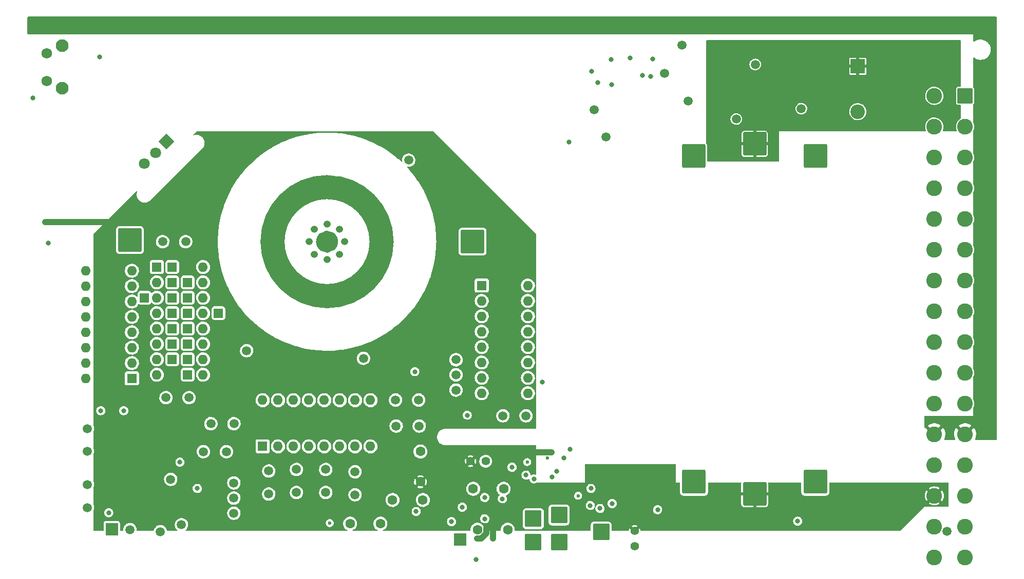
<source format=gbr>
G04 #@! TF.GenerationSoftware,KiCad,Pcbnew,(6.0.5)*
G04 #@! TF.CreationDate,2023-01-29T23:25:53+01:00*
G04 #@! TF.ProjectId,adrmu6layer,6164726d-7536-46c6-9179-65722e6b6963,1*
G04 #@! TF.SameCoordinates,Original*
G04 #@! TF.FileFunction,Copper,L4,Inr*
G04 #@! TF.FilePolarity,Positive*
%FSLAX46Y46*%
G04 Gerber Fmt 4.6, Leading zero omitted, Abs format (unit mm)*
G04 Created by KiCad (PCBNEW (6.0.5)) date 2023-01-29 23:25:53*
%MOMM*%
%LPD*%
G01*
G04 APERTURE LIST*
G04 Aperture macros list*
%AMRoundRect*
0 Rectangle with rounded corners*
0 $1 Rounding radius*
0 $2 $3 $4 $5 $6 $7 $8 $9 X,Y pos of 4 corners*
0 Add a 4 corners polygon primitive as box body*
4,1,4,$2,$3,$4,$5,$6,$7,$8,$9,$2,$3,0*
0 Add four circle primitives for the rounded corners*
1,1,$1+$1,$2,$3*
1,1,$1+$1,$4,$5*
1,1,$1+$1,$6,$7*
1,1,$1+$1,$8,$9*
0 Add four rect primitives between the rounded corners*
20,1,$1+$1,$2,$3,$4,$5,0*
20,1,$1+$1,$4,$5,$6,$7,0*
20,1,$1+$1,$6,$7,$8,$9,0*
20,1,$1+$1,$8,$9,$2,$3,0*%
%AMHorizOval*
0 Thick line with rounded ends*
0 $1 width*
0 $2 $3 position (X,Y) of the first rounded end (center of the circle)*
0 $4 $5 position (X,Y) of the second rounded end (center of the circle)*
0 Add line between two ends*
20,1,$1,$2,$3,$4,$5,0*
0 Add two circle primitives to create the rounded ends*
1,1,$1,$2,$3*
1,1,$1,$4,$5*%
%AMRotRect*
0 Rectangle, with rotation*
0 The origin of the aperture is its center*
0 $1 length*
0 $2 width*
0 $3 Rotation angle, in degrees counterclockwise*
0 Add horizontal line*
21,1,$1,$2,0,0,$3*%
G04 Aperture macros list end*
G04 #@! TA.AperFunction,NonConductor*
%ADD10C,4.000000*%
G04 #@! TD*
G04 #@! TA.AperFunction,NonConductor*
%ADD11C,1.900000*%
G04 #@! TD*
G04 #@! TA.AperFunction,ComponentPad*
%ADD12C,1.500000*%
G04 #@! TD*
G04 #@! TA.AperFunction,ComponentPad*
%ADD13RoundRect,0.250000X-0.550000X-0.550000X0.550000X-0.550000X0.550000X0.550000X-0.550000X0.550000X0*%
G04 #@! TD*
G04 #@! TA.AperFunction,ComponentPad*
%ADD14R,1.600000X1.600000*%
G04 #@! TD*
G04 #@! TA.AperFunction,ComponentPad*
%ADD15O,1.600000X1.600000*%
G04 #@! TD*
G04 #@! TA.AperFunction,ComponentPad*
%ADD16C,1.600000*%
G04 #@! TD*
G04 #@! TA.AperFunction,ComponentPad*
%ADD17RoundRect,0.250002X1.699998X1.699998X-1.699998X1.699998X-1.699998X-1.699998X1.699998X-1.699998X0*%
G04 #@! TD*
G04 #@! TA.AperFunction,ComponentPad*
%ADD18RoundRect,0.250002X-1.699998X-1.699998X1.699998X-1.699998X1.699998X1.699998X-1.699998X1.699998X0*%
G04 #@! TD*
G04 #@! TA.AperFunction,ComponentPad*
%ADD19C,1.400000*%
G04 #@! TD*
G04 #@! TA.AperFunction,ComponentPad*
%ADD20RoundRect,0.250000X-1.125000X-1.125000X1.125000X-1.125000X1.125000X1.125000X-1.125000X1.125000X0*%
G04 #@! TD*
G04 #@! TA.AperFunction,ComponentPad*
%ADD21RoundRect,0.250000X-1.050000X1.050000X-1.050000X-1.050000X1.050000X-1.050000X1.050000X1.050000X0*%
G04 #@! TD*
G04 #@! TA.AperFunction,ComponentPad*
%ADD22C,2.600000*%
G04 #@! TD*
G04 #@! TA.AperFunction,ComponentPad*
%ADD23RotRect,1.800000X1.800000X225.000000*%
G04 #@! TD*
G04 #@! TA.AperFunction,ComponentPad*
%ADD24HorizOval,1.800000X0.000000X0.000000X0.000000X0.000000X0*%
G04 #@! TD*
G04 #@! TA.AperFunction,ComponentPad*
%ADD25R,2.400000X2.400000*%
G04 #@! TD*
G04 #@! TA.AperFunction,ComponentPad*
%ADD26C,2.400000*%
G04 #@! TD*
G04 #@! TA.AperFunction,ComponentPad*
%ADD27R,2.000000X2.000000*%
G04 #@! TD*
G04 #@! TA.AperFunction,ComponentPad*
%ADD28O,1.200000X1.200000*%
G04 #@! TD*
G04 #@! TA.AperFunction,ComponentPad*
%ADD29C,2.100000*%
G04 #@! TD*
G04 #@! TA.AperFunction,ComponentPad*
%ADD30C,1.750000*%
G04 #@! TD*
G04 #@! TA.AperFunction,ViaPad*
%ADD31C,1.500000*%
G04 #@! TD*
G04 #@! TA.AperFunction,ViaPad*
%ADD32C,0.800000*%
G04 #@! TD*
G04 #@! TA.AperFunction,ViaPad*
%ADD33C,0.600000*%
G04 #@! TD*
G04 #@! TA.AperFunction,Conductor*
%ADD34C,1.000000*%
G04 #@! TD*
G04 APERTURE END LIST*
D10*
X128499624Y-87249000D02*
G75*
G03*
X128499624Y-87249000I-9000000J0D01*
G01*
D11*
X120399624Y-87254000D02*
G75*
G03*
X120399624Y-87254000I-900000J0D01*
G01*
D12*
G04 #@! TO.N,/Buffer/JP404_pin2*
G04 #@! TO.C,RN402*
X140750000Y-111750000D03*
G04 #@! TO.N,/Buffer/U401_-in*
X140750000Y-109250000D03*
G04 #@! TO.N,/Buffer/ADR_Pin7*
X140750000Y-106750000D03*
G04 #@! TD*
G04 #@! TO.N,/Reference Circuit/7Vref*
G04 #@! TO.C,RN202*
X104140000Y-132080000D03*
G04 #@! TO.N,/Reference Circuit/ADR_Pin6*
X104140000Y-129580000D03*
G04 #@! TO.N,/Buffer/ADR_Pin7*
X104140000Y-127080000D03*
G04 #@! TD*
D13*
G04 #@! TO.N,/Reference Circuit/ADR_Pin6*
G04 #@! TO.C,J217*
X93980000Y-106680000D03*
G04 #@! TD*
D14*
G04 #@! TO.N,/Buffer/RN401_Pin1*
G04 #@! TO.C,RN401*
X145000000Y-94500000D03*
D15*
G04 #@! TO.N,/Buffer/U401_-in*
X145000000Y-97040000D03*
X145000000Y-99580000D03*
X145000000Y-102120000D03*
X145000000Y-104660000D03*
X145000000Y-107200000D03*
X145000000Y-109740000D03*
X145000000Y-112280000D03*
G04 #@! TO.N,/Buffer/RN401_Pin9*
X152620000Y-112280000D03*
G04 #@! TO.N,/Buffer/JP404_pin2*
X152620000Y-109740000D03*
G04 #@! TO.N,/Buffer/ADR_Pin7*
X152620000Y-107200000D03*
G04 #@! TO.N,/Buffer/JP404_pin2*
X152620000Y-104660000D03*
X152620000Y-102120000D03*
G04 #@! TO.N,/Buffer/ADR_Pin7*
X152620000Y-99580000D03*
G04 #@! TO.N,/Buffer/JP404_pin2*
X152620000Y-97040000D03*
X152620000Y-94500000D03*
G04 #@! TD*
D12*
G04 #@! TO.N,/Reference Circuit/ADR_Pin6*
G04 #@! TO.C,R202*
X92950000Y-113000000D03*
G04 #@! TO.N,/Reference Circuit/JP201_Pin1*
X96750000Y-113000000D03*
G04 #@! TD*
D16*
G04 #@! TO.N,/Buffer/ADR_Pin7*
G04 #@! TO.C,C401*
X128300000Y-133800000D03*
G04 #@! TO.N,/Buffer/U401_+in*
X123300000Y-133800000D03*
G04 #@! TD*
D17*
G04 #@! TO.N,/Buffer/GNDf*
G04 #@! TO.C,J305*
X190000000Y-128900000D03*
G04 #@! TD*
D18*
G04 #@! TO.N,/DC-DC converter/U302_cola*
G04 #@! TO.C,J301*
X200000000Y-73100000D03*
G04 #@! TD*
D13*
G04 #@! TO.N,/Reference Circuit/RN201_Pin15*
G04 #@! TO.C,J210*
X96520000Y-93980000D03*
G04 #@! TD*
D19*
G04 #@! TO.N,/Buffer/OutHf*
G04 #@! TO.C,C414*
X170200000Y-137500000D03*
G04 #@! TO.N,/Buffer/GNDf*
X170200000Y-135000000D03*
G04 #@! TD*
D20*
G04 #@! TO.N,/DC-DC converter/+12VinC*
G04 #@! TO.C,J106*
X164700000Y-135200000D03*
G04 #@! TD*
D21*
G04 #@! TO.N,/DC-DC converter/+12VinA*
G04 #@! TO.C,J101*
X224700000Y-63170000D03*
D22*
G04 #@! TO.N,GND*
X224700000Y-68250000D03*
G04 #@! TO.N,unconnected-(J101-Pada6)*
X224700000Y-73330000D03*
G04 #@! TO.N,unconnected-(J101-Pada8)*
X224700000Y-78410000D03*
G04 #@! TO.N,/DC-DC converter/sync*
X224700000Y-83490000D03*
G04 #@! TO.N,GND*
X224700000Y-88570000D03*
G04 #@! TO.N,unconnected-(J101-Pada14)*
X224700000Y-93650000D03*
G04 #@! TO.N,/DC-DC converter/SCL*
X224700000Y-98730000D03*
G04 #@! TO.N,/DC-DC converter/SDA*
X224700000Y-103810000D03*
G04 #@! TO.N,unconnected-(J101-Pada20)*
X224700000Y-108890000D03*
G04 #@! TO.N,unconnected-(J101-Pada22)*
X224700000Y-113970000D03*
G04 #@! TO.N,Earth*
X224700000Y-119050000D03*
G04 #@! TO.N,/Buffer/FF*
X224700000Y-124130000D03*
G04 #@! TO.N,/Buffer/GNDf*
X224700000Y-129210000D03*
G04 #@! TO.N,/Buffer/OutHs*
X224700000Y-134290000D03*
G04 #@! TO.N,/Buffer/OutLs*
X224700000Y-139370000D03*
G04 #@! TO.N,/DC-DC converter/+12VinB*
X219620000Y-63170000D03*
G04 #@! TO.N,GND*
X219620000Y-68250000D03*
G04 #@! TO.N,unconnected-(J101-Padc6)*
X219620000Y-73330000D03*
G04 #@! TO.N,unconnected-(J101-Padc8)*
X219620000Y-78410000D03*
G04 #@! TO.N,/DC-DC converter/sync*
X219620000Y-83490000D03*
G04 #@! TO.N,GND*
X219620000Y-88570000D03*
G04 #@! TO.N,unconnected-(J101-Padc14)*
X219620000Y-93650000D03*
G04 #@! TO.N,/DC-DC converter/SCL*
X219620000Y-98730000D03*
G04 #@! TO.N,/DC-DC converter/SDA*
X219620000Y-103810000D03*
G04 #@! TO.N,unconnected-(J101-Padc20)*
X219620000Y-108890000D03*
G04 #@! TO.N,unconnected-(J101-Padc22)*
X219620000Y-113970000D03*
G04 #@! TO.N,Earth*
X219620000Y-119050000D03*
G04 #@! TO.N,/Buffer/FF*
X219620000Y-124130000D03*
G04 #@! TO.N,/Buffer/GNDf*
X219620000Y-129210000D03*
G04 #@! TO.N,/Buffer/OutHf*
X219620000Y-134290000D03*
G04 #@! TO.N,/Buffer/OutLf*
X219620000Y-139370000D03*
G04 #@! TD*
D12*
G04 #@! TO.N,/Reference Circuit/RN203_Pin3*
G04 #@! TO.C,R213*
X130800000Y-113400000D03*
G04 #@! TO.N,/Buffer/ADR_Pin7*
X134600000Y-113400000D03*
G04 #@! TD*
D13*
G04 #@! TO.N,/Reference Circuit/RN201_Pin11*
G04 #@! TO.C,J208*
X96520000Y-104140000D03*
G04 #@! TD*
D12*
G04 #@! TO.N,/Buffer/RN203_Pin7*
G04 #@! TO.C,R402*
X124114624Y-125240000D03*
G04 #@! TO.N,/Buffer/ADR_Pin7*
X124114624Y-129040000D03*
G04 #@! TD*
G04 #@! TO.N,/Reference Circuit/ADR_Pin5*
G04 #@! TO.C,R217*
X104150000Y-117300000D03*
G04 #@! TO.N,/Reference Circuit/7Vref*
X100350000Y-117300000D03*
G04 #@! TD*
D18*
G04 #@! TO.N,/Buffer/ADR_Pin7*
G04 #@! TO.C,J105*
X143499624Y-87249000D03*
G04 #@! TD*
D13*
G04 #@! TO.N,/Reference Circuit/RN201_Pin6*
G04 #@! TO.C,J212*
X93980000Y-104140000D03*
G04 #@! TD*
G04 #@! TO.N,/Reference Circuit/RN201_Pin12*
G04 #@! TO.C,J207*
X96520000Y-101600000D03*
G04 #@! TD*
D12*
G04 #@! TO.N,/Reference Circuit/RN203_Pin5*
G04 #@! TO.C,R208*
X114462624Y-124859000D03*
G04 #@! TO.N,/Reference Circuit/7Vref*
X114462624Y-128659000D03*
G04 #@! TD*
G04 #@! TO.N,/Reference Circuit/RN203_Pin1*
G04 #@! TO.C,R214*
X109890624Y-125113000D03*
G04 #@! TO.N,/Reference Circuit/7Vref*
X109890624Y-128913000D03*
G04 #@! TD*
D13*
G04 #@! TO.N,/Reference Circuit/RN201_Pin2*
G04 #@! TO.C,J204*
X93980000Y-93980000D03*
G04 #@! TD*
G04 #@! TO.N,/Reference Circuit/RN201_Pin13*
G04 #@! TO.C,J206*
X96520000Y-99060000D03*
G04 #@! TD*
D16*
G04 #@! TO.N,/Buffer/JP404_pin2*
G04 #@! TO.C,C404*
X134900000Y-121900000D03*
G04 #@! TO.N,/Buffer/GNDf*
X134900000Y-126900000D03*
G04 #@! TD*
D23*
G04 #@! TO.N,/Reference Circuit/heater+*
G04 #@! TO.C,Q201*
X93000000Y-70754376D03*
D24*
G04 #@! TO.N,/Buffer/12Vf*
X91203949Y-72550427D03*
G04 #@! TO.N,/Reference Circuit/Q201_base*
X89407898Y-74346478D03*
G04 #@! TD*
D13*
G04 #@! TO.N,/Reference Circuit/RN201_Pin3*
G04 #@! TO.C,J205*
X93980000Y-96520000D03*
G04 #@! TD*
D14*
G04 #@! TO.N,/Reference Circuit/7Vref*
G04 #@! TO.C,RN201*
X91440000Y-91440000D03*
D15*
G04 #@! TO.N,/Reference Circuit/RN201_Pin2*
X91440000Y-93980000D03*
G04 #@! TO.N,/Reference Circuit/RN201_Pin3*
X91440000Y-96520000D03*
G04 #@! TO.N,/Reference Circuit/RN201_Pin4*
X91440000Y-99060000D03*
G04 #@! TO.N,/Reference Circuit/RN201_Pin5*
X91440000Y-101600000D03*
G04 #@! TO.N,/Reference Circuit/RN201_Pin6*
X91440000Y-104140000D03*
G04 #@! TO.N,/Reference Circuit/ADR_Pin6*
X91440000Y-106680000D03*
X91440000Y-109220000D03*
G04 #@! TO.N,/Buffer/ADR_Pin7*
X99060000Y-109220000D03*
G04 #@! TO.N,/Reference Circuit/RN201_Pin10*
X99060000Y-106680000D03*
G04 #@! TO.N,/Reference Circuit/RN201_Pin11*
X99060000Y-104140000D03*
G04 #@! TO.N,/Reference Circuit/RN201_Pin12*
X99060000Y-101600000D03*
G04 #@! TO.N,/Reference Circuit/RN201_Pin13*
X99060000Y-99060000D03*
G04 #@! TO.N,/Reference Circuit/RN201_Pin14*
X99060000Y-96520000D03*
G04 #@! TO.N,/Reference Circuit/RN201_Pin15*
X99060000Y-93980000D03*
X99060000Y-91440000D03*
G04 #@! TD*
D13*
G04 #@! TO.N,/Buffer/ADR_Pin7*
G04 #@! TO.C,J216*
X101600000Y-99060000D03*
G04 #@! TD*
G04 #@! TO.N,/Reference Circuit/7Vref*
G04 #@! TO.C,J214*
X93980000Y-91440000D03*
G04 #@! TD*
D25*
G04 #@! TO.N,+12V*
G04 #@! TO.C,C303*
X207000000Y-58287246D03*
D26*
G04 #@! TO.N,GND*
X207000000Y-65787246D03*
G04 #@! TD*
D12*
G04 #@! TO.N,/Buffer/RN203_Pin6*
G04 #@! TO.C,R405*
X119288624Y-124859000D03*
G04 #@! TO.N,/Buffer/JP404_pin2*
X119288624Y-128659000D03*
G04 #@! TD*
D19*
G04 #@! TO.N,/Buffer/OutLf*
G04 #@! TO.C,C412*
X145650000Y-123500000D03*
G04 #@! TO.N,/Buffer/GNDf*
X143150000Y-123500000D03*
G04 #@! TD*
D13*
G04 #@! TO.N,/Reference Circuit/RN201_Pin4*
G04 #@! TO.C,J202*
X93980000Y-99060000D03*
G04 #@! TD*
D12*
G04 #@! TO.N,/Reference Circuit/U202A_out*
G04 #@! TO.C,R223*
X80000000Y-127350000D03*
G04 #@! TO.N,/Reference Circuit/ADR_Pin5*
X80000000Y-131150000D03*
G04 #@! TD*
D18*
G04 #@! TO.N,/Reference Circuit/7Vref*
G04 #@! TO.C,J104*
X87000000Y-87000000D03*
G04 #@! TD*
D12*
G04 #@! TO.N,/Buffer/JP406_Pin2*
G04 #@! TO.C,R407*
X148500000Y-116000000D03*
G04 #@! TO.N,/Buffer/RN401_Pin9*
X152300000Y-116000000D03*
G04 #@! TD*
D20*
G04 #@! TO.N,/Buffer/OutHf*
G04 #@! TO.C,J102*
X153500000Y-132987500D03*
G04 #@! TD*
D16*
G04 #@! TO.N,/Buffer/U401_out*
G04 #@! TO.C,C408*
X135300000Y-129900000D03*
G04 #@! TO.N,/Buffer/U401_-in*
X130300000Y-129900000D03*
G04 #@! TD*
D13*
G04 #@! TO.N,/Reference Circuit/RN201_Pin5*
G04 #@! TO.C,J211*
X93980000Y-101600000D03*
G04 #@! TD*
G04 #@! TO.N,/Reference Circuit/JP201_Pin1*
G04 #@! TO.C,J203*
X96520000Y-109220000D03*
G04 #@! TD*
G04 #@! TO.N,/Buffer/ADR_Pin7*
G04 #@! TO.C,J215*
X89408000Y-96520000D03*
G04 #@! TD*
D20*
G04 #@! TO.N,/Buffer/OutHs*
G04 #@! TO.C,J103*
X157756000Y-132375500D03*
G04 #@! TD*
D27*
G04 #@! TO.N,/Buffer/JP404_pin2*
G04 #@! TO.C,TP401*
X141400000Y-136400000D03*
G04 #@! TD*
D28*
G04 #@! TO.N,/Reference Circuit/heater+*
G04 #@! TO.C,U201*
X119499624Y-84334000D03*
G04 #@! TO.N,/Reference Circuit/heater-*
X117434872Y-85189248D03*
G04 #@! TO.N,/Reference Circuit/ADR_Pin3*
X116579624Y-87254000D03*
G04 #@! TO.N,/Reference Circuit/ADR_Pin4*
X117434872Y-89318752D03*
G04 #@! TO.N,/Reference Circuit/ADR_Pin5*
X119499624Y-90174000D03*
G04 #@! TO.N,/Reference Circuit/ADR_Pin6*
X121564376Y-89318752D03*
G04 #@! TO.N,/Buffer/ADR_Pin7*
X122419624Y-87254000D03*
G04 #@! TO.N,/Reference Circuit/ADR_Pin8*
X121564376Y-85189248D03*
G04 #@! TD*
D18*
G04 #@! TO.N,+12V*
G04 #@! TO.C,J302*
X190000000Y-71100000D03*
G04 #@! TD*
D27*
G04 #@! TO.N,/Reference Circuit/Q201_base*
G04 #@! TO.C,TP201*
X84000000Y-134750000D03*
G04 #@! TD*
D12*
G04 #@! TO.N,/Reference Circuit/J213_Pin1*
G04 #@! TO.C,R220*
X96200000Y-87249000D03*
G04 #@! TO.N,/Reference Circuit/7Vref*
X92400000Y-87249000D03*
G04 #@! TD*
D14*
G04 #@! TO.N,/Reference Circuit/7Vref*
G04 #@! TO.C,RN204*
X87332263Y-109834376D03*
D15*
X87332263Y-107294376D03*
X87332263Y-104754376D03*
G04 #@! TO.N,/Reference Circuit/ADR_Pin4*
X87332263Y-102214376D03*
G04 #@! TO.N,/Reference Circuit/RN204_Pin5*
X87332263Y-99674376D03*
G04 #@! TO.N,/Reference Circuit/ADR_Pin3*
X87332263Y-97134376D03*
G04 #@! TO.N,/Reference Circuit/7Vref*
X87332263Y-94594376D03*
X87332263Y-92054376D03*
G04 #@! TO.N,/Reference Circuit/ADR_Pin3*
X79712263Y-92054376D03*
X79712263Y-94594376D03*
G04 #@! TO.N,/Reference Circuit/RN204_Pin11*
X79712263Y-97134376D03*
G04 #@! TO.N,/Reference Circuit/ADR_Pin3*
X79712263Y-99674376D03*
G04 #@! TO.N,/Buffer/ADR_Pin7*
X79712263Y-102214376D03*
G04 #@! TO.N,/Reference Circuit/ADR_Pin3*
X79712263Y-104754376D03*
X79712263Y-107294376D03*
G04 #@! TO.N,/Reference Circuit/RN204_Pin16*
X79712263Y-109834376D03*
G04 #@! TD*
D12*
G04 #@! TO.N,/Reference Circuit/U202A_out*
G04 #@! TO.C,R225*
X80000000Y-121900000D03*
G04 #@! TO.N,/Reference Circuit/U202A_-in*
X80000000Y-118100000D03*
G04 #@! TD*
D14*
G04 #@! TO.N,/Reference Circuit/RN203_Pin1*
G04 #@! TO.C,RN203*
X108874624Y-121049000D03*
D15*
G04 #@! TO.N,/Reference Circuit/RN203_Pin2*
X111414624Y-121049000D03*
G04 #@! TO.N,/Reference Circuit/RN203_Pin3*
X113954624Y-121049000D03*
G04 #@! TO.N,/Reference Circuit/RN203_Pin4*
X116494624Y-121049000D03*
G04 #@! TO.N,/Reference Circuit/RN203_Pin5*
X119034624Y-121049000D03*
G04 #@! TO.N,/Buffer/RN203_Pin6*
X121574624Y-121049000D03*
G04 #@! TO.N,/Buffer/RN203_Pin7*
X124114624Y-121049000D03*
G04 #@! TO.N,/Reference Circuit/ADR_Pin3*
X126654624Y-121049000D03*
G04 #@! TO.N,/Reference Circuit/J213_Pin1*
X126654624Y-113429000D03*
G04 #@! TO.N,/Buffer/U401_-in*
X121574624Y-113429000D03*
X124114624Y-113429000D03*
G04 #@! TO.N,/Reference Circuit/ADR_Pin6*
X119034624Y-113429000D03*
X116494624Y-113429000D03*
G04 #@! TO.N,/Reference Circuit/ADR_Pin4*
X113954624Y-113429000D03*
G04 #@! TO.N,/Reference Circuit/ADR_Pin8*
X111414624Y-113429000D03*
G04 #@! TO.N,/Reference Circuit/ADR_Pin5*
X108874624Y-113429000D03*
G04 #@! TD*
D17*
G04 #@! TO.N,/DC-DC converter/xformer_A*
G04 #@! TO.C,J304*
X180000000Y-126900000D03*
G04 #@! TD*
D12*
G04 #@! TO.N,/Reference Circuit/RN203_Pin2*
G04 #@! TO.C,R211*
X102900000Y-121918000D03*
G04 #@! TO.N,/Reference Circuit/7Vref*
X99100000Y-121918000D03*
G04 #@! TD*
D13*
G04 #@! TO.N,/Reference Circuit/RN201_Pin14*
G04 #@! TO.C,J201*
X96520000Y-96520000D03*
G04 #@! TD*
D12*
G04 #@! TO.N,/Reference Circuit/RN203_Pin4*
G04 #@! TO.C,R207*
X130900000Y-117700000D03*
G04 #@! TO.N,/Buffer/ADR_Pin7*
X134700000Y-117700000D03*
G04 #@! TD*
D20*
G04 #@! TO.N,/Buffer/OutLs*
G04 #@! TO.C,J107*
X153500000Y-136820500D03*
G04 #@! TD*
D17*
G04 #@! TO.N,/DC-DC converter/xformer_B*
G04 #@! TO.C,J308*
X200000000Y-126900000D03*
G04 #@! TD*
D16*
G04 #@! TO.N,/Buffer/U404_out*
G04 #@! TO.C,C413*
X144300000Y-134800000D03*
G04 #@! TO.N,/Buffer/U404_-in*
X149300000Y-134800000D03*
G04 #@! TD*
D29*
G04 #@! TO.N,*
G04 #@! TO.C,SW301*
X75790000Y-61945000D03*
X75790000Y-54935000D03*
D30*
G04 #@! TO.N,/DC-DC converter/SW301*
X73300000Y-60695000D03*
G04 #@! TO.N,+12V*
X73300000Y-56195000D03*
G04 #@! TD*
D16*
G04 #@! TO.N,/Buffer/U403_out*
G04 #@! TO.C,C409*
X148600000Y-128050000D03*
G04 #@! TO.N,/Buffer/U403_-in*
X143600000Y-128050000D03*
G04 #@! TD*
D20*
G04 #@! TO.N,/Buffer/OutLf*
G04 #@! TO.C,J108*
X157756000Y-136820500D03*
G04 #@! TD*
D18*
G04 #@! TO.N,/DC-DC converter/U302_colb*
G04 #@! TO.C,J303*
X180000000Y-73100000D03*
G04 #@! TD*
D13*
G04 #@! TO.N,/Reference Circuit/RN201_Pin10*
G04 #@! TO.C,J209*
X96520000Y-106680000D03*
G04 #@! TD*
D31*
G04 #@! TO.N,+12V*
X193054000Y-67000000D03*
X183000000Y-63000000D03*
G04 #@! TO.N,GND*
X163500000Y-65500000D03*
X197700000Y-65300000D03*
D32*
X159399020Y-70795492D03*
D31*
X190100000Y-58000000D03*
X165500000Y-70000000D03*
D32*
X171474200Y-59835200D03*
X169493000Y-56885100D03*
D31*
X179000000Y-64000000D03*
X178000000Y-54850500D03*
X186958000Y-67000000D03*
D32*
X71000000Y-63500000D03*
G04 #@! TO.N,+3V3*
X164095965Y-60995401D03*
X163137704Y-59096575D03*
D31*
X175163700Y-59500000D03*
D32*
X172864700Y-60000000D03*
X166442563Y-61352349D03*
D31*
G04 #@! TO.N,/Reference Circuit/heater+*
X92000000Y-135128000D03*
G04 #@! TO.N,/Reference Circuit/ADR_Pin8*
X125500000Y-106500000D03*
X132948624Y-73805000D03*
D32*
G04 #@! TO.N,/Reference Circuit/7Vref*
X82200000Y-115150000D03*
D33*
X119950000Y-133712500D03*
D32*
X85979000Y-115150000D03*
G04 #@! TO.N,/DC-DC converter/SDA*
X173201400Y-57092000D03*
G04 #@! TO.N,/DC-DC converter/SCL*
X166343400Y-57193600D03*
G04 #@! TO.N,/Reference Circuit/ADR_Pin6*
X98100000Y-128000000D03*
G04 #@! TO.N,Earth*
X168250000Y-51750000D03*
X189750000Y-51750000D03*
X179000000Y-51750000D03*
X136000000Y-51750000D03*
X82250000Y-51750000D03*
X222000000Y-51750000D03*
X157500000Y-51750000D03*
X93000000Y-51750000D03*
X146750000Y-51750000D03*
X103750000Y-51750000D03*
X114500000Y-51750000D03*
X71500000Y-51750000D03*
X211250000Y-51750000D03*
X200500000Y-51750000D03*
X125250000Y-51750000D03*
D31*
G04 #@! TO.N,/Reference Circuit/ADR_Pin4*
X106250000Y-105250000D03*
D32*
G04 #@! TO.N,/Buffer/ADR_Pin7*
X83500000Y-132000000D03*
D33*
X160900000Y-129200000D03*
D32*
X133959600Y-108712000D03*
X142600000Y-115899500D03*
X141800000Y-131100000D03*
D31*
X95504000Y-133985000D03*
G04 #@! TO.N,/Reference Circuit/Q201_base*
X86995000Y-134800011D03*
D32*
G04 #@! TO.N,/DC-DC converter/D306_A*
X73500000Y-87500000D03*
X155000000Y-110400000D03*
G04 #@! TO.N,/Buffer/OutHf*
X156608000Y-126116020D03*
G04 #@! TO.N,/Buffer/OutHs*
X157400000Y-125200000D03*
G04 #@! TO.N,/Buffer/FF*
X159589170Y-121489170D03*
X158576273Y-122923727D03*
G04 #@! TO.N,/Buffer/OutLf*
X150000000Y-124500000D03*
G04 #@! TO.N,/Buffer/12Vf*
X134200000Y-131800000D03*
X164500000Y-131300000D03*
D31*
X93726000Y-126492000D03*
D32*
X95250000Y-123650000D03*
X162900000Y-130800000D03*
X166500000Y-130500000D03*
X144050000Y-139750000D03*
D33*
X155850500Y-123000000D03*
D32*
X174000000Y-131500000D03*
X163000000Y-128000000D03*
X148400000Y-129700000D03*
G04 #@! TO.N,/Buffer/GNDf*
X167000000Y-128000000D03*
D33*
X156500000Y-122000000D03*
D32*
X198600000Y-130400000D03*
X177749200Y-134315200D03*
X175058100Y-134112000D03*
X168000000Y-125000000D03*
X142200000Y-134600000D03*
D31*
X150500000Y-87254000D03*
D32*
X174500000Y-128400000D03*
D33*
X128300000Y-128500000D03*
D32*
X148700000Y-132825000D03*
X186385200Y-133908800D03*
X146900000Y-136300000D03*
X73000000Y-84000000D03*
X85000000Y-130000000D03*
X168000000Y-134000000D03*
X144200000Y-136300000D03*
D31*
X221737481Y-135049299D03*
D32*
X136400000Y-131300000D03*
X173000000Y-134000000D03*
D31*
X91995937Y-122995609D03*
D32*
X170800000Y-128400000D03*
D33*
X155600000Y-129100000D03*
D31*
X100330000Y-71120000D03*
D32*
X164500000Y-125500000D03*
X165000000Y-130000000D03*
X132100000Y-131500000D03*
G04 #@! TO.N,/Buffer/OutLs*
X140027454Y-133472526D03*
D33*
G04 #@! TO.N,/Buffer/-5Vf*
X152503949Y-123644229D03*
D32*
X145500000Y-129500000D03*
X145500000Y-133000000D03*
X197100000Y-133400000D03*
G04 #@! TO.N,/DC-DC converter/SW301*
X81981651Y-56729500D03*
G04 #@! TO.N,/Buffer/U402_DFB*
X152300000Y-125800000D03*
G04 #@! TO.N,/Buffer/U402_D*
X153608000Y-126416020D03*
G04 #@! TD*
D34*
G04 #@! TO.N,/Buffer/GNDf*
X156500000Y-122000000D02*
X153000000Y-122000000D01*
X146900000Y-136300000D02*
X146900000Y-134600000D01*
X144920630Y-136300000D02*
X145799511Y-135421119D01*
X145799511Y-135421119D02*
X145799511Y-134600000D01*
X144200000Y-136300000D02*
X144920630Y-136300000D01*
X73000000Y-84000000D02*
X85000000Y-84000000D01*
G04 #@! TD*
G04 #@! TA.AperFunction,Conductor*
G04 #@! TO.N,Earth*
G36*
X229841621Y-50120502D02*
G01*
X229888114Y-50174158D01*
X229899500Y-50226500D01*
X229899500Y-119874000D01*
X229879498Y-119942121D01*
X229825842Y-119988614D01*
X229773500Y-120000000D01*
X226450075Y-120000000D01*
X226381954Y-119979998D01*
X226335461Y-119926342D01*
X226325357Y-119856068D01*
X226335193Y-119822250D01*
X226401807Y-119674370D01*
X226404997Y-119665605D01*
X226475402Y-119415972D01*
X226477262Y-119406830D01*
X226510187Y-119148019D01*
X226510668Y-119141733D01*
X226512987Y-119053160D01*
X226512836Y-119046851D01*
X226493501Y-118786663D01*
X226492125Y-118777457D01*
X226434878Y-118524467D01*
X226432154Y-118515556D01*
X226338143Y-118273806D01*
X226334132Y-118265397D01*
X226205422Y-118040202D01*
X226200211Y-118032476D01*
X226156996Y-117977658D01*
X226145071Y-117969187D01*
X226133537Y-117975673D01*
X224789095Y-119320115D01*
X224726783Y-119354141D01*
X224655968Y-119349076D01*
X224610905Y-119320115D01*
X223265816Y-117975026D01*
X223252507Y-117967758D01*
X223242472Y-117974878D01*
X223226937Y-117993556D01*
X223221531Y-118001135D01*
X223086965Y-118222891D01*
X223082736Y-118231192D01*
X222982432Y-118470389D01*
X222979471Y-118479239D01*
X222915628Y-118730625D01*
X222914006Y-118739822D01*
X222888020Y-118997885D01*
X222887775Y-119007211D01*
X222900220Y-119266288D01*
X222901356Y-119275543D01*
X222951961Y-119529945D01*
X222954449Y-119538917D01*
X223042095Y-119783033D01*
X223045892Y-119791562D01*
X223058143Y-119814361D01*
X223072767Y-119883835D01*
X223047509Y-119950186D01*
X222990388Y-119992349D01*
X222947151Y-120000000D01*
X221370075Y-120000000D01*
X221301954Y-119979998D01*
X221255461Y-119926342D01*
X221245357Y-119856068D01*
X221255193Y-119822250D01*
X221321807Y-119674370D01*
X221324997Y-119665605D01*
X221395402Y-119415972D01*
X221397262Y-119406830D01*
X221430187Y-119148019D01*
X221430668Y-119141733D01*
X221432987Y-119053160D01*
X221432836Y-119046851D01*
X221413501Y-118786663D01*
X221412125Y-118777457D01*
X221354878Y-118524467D01*
X221352154Y-118515556D01*
X221258143Y-118273806D01*
X221254132Y-118265397D01*
X221125422Y-118040202D01*
X221120211Y-118032476D01*
X221076996Y-117977658D01*
X221065071Y-117969187D01*
X221053537Y-117975673D01*
X219709095Y-119320115D01*
X219646783Y-119354141D01*
X219575968Y-119349076D01*
X219530905Y-119320115D01*
X218185816Y-117975026D01*
X218171872Y-117967412D01*
X218138562Y-117969794D01*
X218131760Y-117972134D01*
X218062796Y-117955267D01*
X218013899Y-117903793D01*
X218000000Y-117846266D01*
X218000000Y-117602689D01*
X218537102Y-117602689D01*
X218541675Y-117612465D01*
X219607188Y-118677978D01*
X219621132Y-118685592D01*
X219622965Y-118685461D01*
X219629580Y-118681210D01*
X220694349Y-117616441D01*
X220700733Y-117604751D01*
X220699130Y-117602689D01*
X223617102Y-117602689D01*
X223621675Y-117612465D01*
X224687188Y-118677978D01*
X224701132Y-118685592D01*
X224702965Y-118685461D01*
X224709580Y-118681210D01*
X225774349Y-117616441D01*
X225780733Y-117604751D01*
X225771321Y-117592641D01*
X225624045Y-117490471D01*
X225616010Y-117485738D01*
X225383376Y-117371016D01*
X225374743Y-117367528D01*
X225127703Y-117288450D01*
X225118643Y-117286274D01*
X224862630Y-117244580D01*
X224853343Y-117243768D01*
X224593992Y-117240373D01*
X224584681Y-117240943D01*
X224327682Y-117275919D01*
X224318546Y-117277860D01*
X224069543Y-117350439D01*
X224060800Y-117353707D01*
X223825252Y-117462296D01*
X223817097Y-117466816D01*
X223626240Y-117591947D01*
X223617102Y-117602689D01*
X220699130Y-117602689D01*
X220691321Y-117592641D01*
X220544045Y-117490471D01*
X220536010Y-117485738D01*
X220303376Y-117371016D01*
X220294743Y-117367528D01*
X220047703Y-117288450D01*
X220038643Y-117286274D01*
X219782630Y-117244580D01*
X219773343Y-117243768D01*
X219513992Y-117240373D01*
X219504681Y-117240943D01*
X219247682Y-117275919D01*
X219238546Y-117277860D01*
X218989543Y-117350439D01*
X218980800Y-117353707D01*
X218745252Y-117462296D01*
X218737097Y-117466816D01*
X218546240Y-117591947D01*
X218537102Y-117602689D01*
X218000000Y-117602689D01*
X218000000Y-116126000D01*
X218020002Y-116057879D01*
X218073658Y-116011386D01*
X218126000Y-116000000D01*
X226000000Y-116000000D01*
X226000000Y-114755855D01*
X226013043Y-114700028D01*
X226038332Y-114648861D01*
X226099911Y-114524264D01*
X226134357Y-114410889D01*
X226170135Y-114293132D01*
X226170136Y-114293126D01*
X226171639Y-114288180D01*
X226203845Y-114043550D01*
X226205643Y-113970000D01*
X226192194Y-113806417D01*
X226185849Y-113729240D01*
X226185848Y-113729234D01*
X226185425Y-113724089D01*
X226125316Y-113484783D01*
X226026928Y-113258507D01*
X226024118Y-113254164D01*
X226024113Y-113254154D01*
X226020210Y-113248122D01*
X226000000Y-113179680D01*
X226000000Y-109675855D01*
X226013043Y-109620028D01*
X226038332Y-109568861D01*
X226099911Y-109444264D01*
X226144640Y-109297044D01*
X226170135Y-109213132D01*
X226170136Y-109213126D01*
X226171639Y-109208180D01*
X226185941Y-109099545D01*
X226203408Y-108966872D01*
X226203409Y-108966866D01*
X226203845Y-108963550D01*
X226205643Y-108890000D01*
X226194560Y-108755193D01*
X226185849Y-108649240D01*
X226185848Y-108649234D01*
X226185425Y-108644089D01*
X226125316Y-108404783D01*
X226026928Y-108178507D01*
X226024118Y-108174164D01*
X226024113Y-108174154D01*
X226020210Y-108168122D01*
X226000000Y-108099680D01*
X226000000Y-104595855D01*
X226013043Y-104540028D01*
X226027623Y-104510529D01*
X226099911Y-104364264D01*
X226131513Y-104260249D01*
X226170135Y-104133132D01*
X226170136Y-104133126D01*
X226171639Y-104128180D01*
X226197601Y-103930978D01*
X226203408Y-103886872D01*
X226203409Y-103886866D01*
X226203845Y-103883550D01*
X226205643Y-103810000D01*
X226194560Y-103675193D01*
X226185849Y-103569240D01*
X226185848Y-103569234D01*
X226185425Y-103564089D01*
X226125316Y-103324783D01*
X226026928Y-103098507D01*
X226024118Y-103094164D01*
X226024113Y-103094154D01*
X226020210Y-103088122D01*
X226000000Y-103019680D01*
X226000000Y-99515855D01*
X226013043Y-99460028D01*
X226038332Y-99408861D01*
X226099911Y-99284264D01*
X226141022Y-99148953D01*
X226170135Y-99053132D01*
X226170136Y-99053126D01*
X226171639Y-99048180D01*
X226197601Y-98850978D01*
X226203408Y-98806872D01*
X226203409Y-98806866D01*
X226203845Y-98803550D01*
X226205643Y-98730000D01*
X226194560Y-98595193D01*
X226185849Y-98489240D01*
X226185848Y-98489234D01*
X226185425Y-98484089D01*
X226125316Y-98244783D01*
X226026928Y-98018507D01*
X226024118Y-98014164D01*
X226024113Y-98014154D01*
X226020210Y-98008122D01*
X226000000Y-97939680D01*
X226000000Y-94435855D01*
X226013043Y-94380028D01*
X226038332Y-94328861D01*
X226099911Y-94204264D01*
X226147982Y-94046045D01*
X226170135Y-93973132D01*
X226170136Y-93973126D01*
X226171639Y-93968180D01*
X226197601Y-93770978D01*
X226203408Y-93726872D01*
X226203409Y-93726866D01*
X226203845Y-93723550D01*
X226204283Y-93705639D01*
X226205561Y-93653364D01*
X226205561Y-93653360D01*
X226205643Y-93650000D01*
X226194560Y-93515193D01*
X226185849Y-93409240D01*
X226185848Y-93409234D01*
X226185425Y-93404089D01*
X226125316Y-93164783D01*
X226026928Y-92938507D01*
X226024118Y-92934164D01*
X226024113Y-92934154D01*
X226020210Y-92928122D01*
X226000000Y-92859680D01*
X226000000Y-89355855D01*
X226013043Y-89300028D01*
X226038332Y-89248861D01*
X226099911Y-89124264D01*
X226136805Y-89002832D01*
X226170135Y-88893132D01*
X226170136Y-88893126D01*
X226171639Y-88888180D01*
X226203845Y-88643550D01*
X226205643Y-88570000D01*
X226197660Y-88472906D01*
X226185849Y-88329240D01*
X226185848Y-88329234D01*
X226185425Y-88324089D01*
X226125316Y-88084783D01*
X226026928Y-87858507D01*
X226024118Y-87854164D01*
X226024113Y-87854154D01*
X226020210Y-87848122D01*
X226000000Y-87779680D01*
X226000000Y-84275855D01*
X226013043Y-84220028D01*
X226038332Y-84168861D01*
X226099911Y-84044264D01*
X226138001Y-83918895D01*
X226170135Y-83813132D01*
X226170136Y-83813126D01*
X226171639Y-83808180D01*
X226190907Y-83661823D01*
X226203408Y-83566872D01*
X226203409Y-83566866D01*
X226203845Y-83563550D01*
X226203927Y-83560197D01*
X226205561Y-83493364D01*
X226205561Y-83493360D01*
X226205643Y-83490000D01*
X226196078Y-83373661D01*
X226185849Y-83249240D01*
X226185848Y-83249234D01*
X226185425Y-83244089D01*
X226125316Y-83004783D01*
X226026928Y-82778507D01*
X226024118Y-82774164D01*
X226024113Y-82774154D01*
X226020210Y-82768122D01*
X226000000Y-82699680D01*
X226000000Y-79195855D01*
X226013043Y-79140028D01*
X226030104Y-79105509D01*
X226099911Y-78964264D01*
X226142179Y-78825144D01*
X226170135Y-78733132D01*
X226170136Y-78733126D01*
X226171639Y-78728180D01*
X226193037Y-78565644D01*
X226203408Y-78486872D01*
X226203409Y-78486866D01*
X226203845Y-78483550D01*
X226205643Y-78410000D01*
X226187792Y-78192878D01*
X226185849Y-78169240D01*
X226185848Y-78169234D01*
X226185425Y-78164089D01*
X226125316Y-77924783D01*
X226026928Y-77698507D01*
X226024118Y-77694164D01*
X226024113Y-77694154D01*
X226020210Y-77688122D01*
X226000000Y-77619680D01*
X226000000Y-74115855D01*
X226013043Y-74060028D01*
X226038332Y-74008861D01*
X226099911Y-73884264D01*
X226131513Y-73780249D01*
X226170135Y-73653132D01*
X226170136Y-73653126D01*
X226171639Y-73648180D01*
X226197422Y-73452340D01*
X226203408Y-73406872D01*
X226203409Y-73406866D01*
X226203845Y-73403550D01*
X226203927Y-73400197D01*
X226205561Y-73333364D01*
X226205561Y-73333360D01*
X226205643Y-73330000D01*
X226193017Y-73176428D01*
X226185849Y-73089240D01*
X226185848Y-73089234D01*
X226185425Y-73084089D01*
X226125316Y-72844783D01*
X226026928Y-72618507D01*
X226024118Y-72614164D01*
X226024113Y-72614154D01*
X226020210Y-72608122D01*
X226000000Y-72539680D01*
X226000000Y-69035855D01*
X226013043Y-68980028D01*
X226038332Y-68928861D01*
X226099911Y-68804264D01*
X226131513Y-68700249D01*
X226170135Y-68573132D01*
X226170136Y-68573126D01*
X226171639Y-68568180D01*
X226203845Y-68323550D01*
X226205643Y-68250000D01*
X226197660Y-68152906D01*
X226185849Y-68009240D01*
X226185848Y-68009234D01*
X226185425Y-68004089D01*
X226125316Y-67764783D01*
X226064629Y-67625213D01*
X226028993Y-67543256D01*
X226028993Y-67543255D01*
X226026928Y-67538507D01*
X226024118Y-67534164D01*
X226024113Y-67534154D01*
X226020210Y-67528122D01*
X226000000Y-67459680D01*
X226000000Y-64659019D01*
X226020002Y-64590898D01*
X226051139Y-64557669D01*
X226060777Y-64550550D01*
X226072150Y-64542150D01*
X226109375Y-64491752D01*
X226147041Y-64440757D01*
X226147042Y-64440754D01*
X226152634Y-64433184D01*
X226197519Y-64305369D01*
X226200500Y-64273834D01*
X226200500Y-62066166D01*
X226198492Y-62044924D01*
X226198242Y-62042278D01*
X226198242Y-62042277D01*
X226197519Y-62034631D01*
X226152634Y-61906816D01*
X226147042Y-61899246D01*
X226147041Y-61899243D01*
X226077746Y-61805426D01*
X226077745Y-61805425D01*
X226072150Y-61797850D01*
X226051139Y-61782331D01*
X226008229Y-61725769D01*
X226000000Y-61680981D01*
X226000000Y-56966924D01*
X226020002Y-56898803D01*
X226073658Y-56852310D01*
X226143932Y-56842206D01*
X226200859Y-56865573D01*
X226327013Y-56958752D01*
X226347021Y-56973530D01*
X226351251Y-56975756D01*
X226351255Y-56975758D01*
X226514829Y-57061818D01*
X226572620Y-57092223D01*
X226813577Y-57175427D01*
X226848079Y-57181728D01*
X227060375Y-57220500D01*
X227060381Y-57220501D01*
X227064347Y-57221225D01*
X227108647Y-57223547D01*
X227144247Y-57225413D01*
X227144263Y-57225413D01*
X227145915Y-57225500D01*
X227304824Y-57225500D01*
X227307203Y-57225319D01*
X227307204Y-57225319D01*
X227489416Y-57211459D01*
X227489421Y-57211458D01*
X227494183Y-57211096D01*
X227498836Y-57210017D01*
X227498839Y-57210017D01*
X227737853Y-57154616D01*
X227737852Y-57154616D01*
X227742517Y-57153535D01*
X227979287Y-57059073D01*
X228124802Y-56973530D01*
X228194917Y-56932312D01*
X228194920Y-56932310D01*
X228199045Y-56929885D01*
X228396732Y-56768942D01*
X228567801Y-56579948D01*
X228708314Y-56367253D01*
X228739293Y-56300056D01*
X228813032Y-56140103D01*
X228813033Y-56140100D01*
X228815038Y-56135751D01*
X228821130Y-56114575D01*
X228884195Y-55895363D01*
X228884196Y-55895359D01*
X228885516Y-55890770D01*
X228896203Y-55807924D01*
X228917517Y-55642684D01*
X228918128Y-55637947D01*
X228912122Y-55383100D01*
X228886579Y-55238974D01*
X228868471Y-55136798D01*
X228868470Y-55136794D01*
X228867637Y-55132094D01*
X228785697Y-54890705D01*
X228703644Y-54732747D01*
X228670395Y-54668739D01*
X228670393Y-54668736D01*
X228668186Y-54664487D01*
X228517810Y-54458647D01*
X228390887Y-54331058D01*
X228341404Y-54281315D01*
X228341399Y-54281311D01*
X228338028Y-54277922D01*
X228334182Y-54275081D01*
X228334177Y-54275077D01*
X228136831Y-54129315D01*
X228136830Y-54129314D01*
X228132979Y-54126470D01*
X228128749Y-54124244D01*
X228128745Y-54124242D01*
X227911617Y-54010006D01*
X227911615Y-54010005D01*
X227907380Y-54007777D01*
X227666423Y-53924573D01*
X227585738Y-53909838D01*
X227419625Y-53879500D01*
X227419619Y-53879499D01*
X227415653Y-53878775D01*
X227371353Y-53876453D01*
X227335753Y-53874587D01*
X227335737Y-53874587D01*
X227334085Y-53874500D01*
X227175176Y-53874500D01*
X227172797Y-53874681D01*
X227172796Y-53874681D01*
X226990584Y-53888541D01*
X226990579Y-53888542D01*
X226985817Y-53888904D01*
X226981164Y-53889983D01*
X226981161Y-53889983D01*
X226797197Y-53932624D01*
X226737483Y-53946465D01*
X226500713Y-54040927D01*
X226496583Y-54043355D01*
X226285083Y-54167688D01*
X226285080Y-54167690D01*
X226280955Y-54170115D01*
X226277247Y-54173134D01*
X226277241Y-54173138D01*
X226205551Y-54231504D01*
X226140095Y-54259001D01*
X226070165Y-54246745D01*
X226017961Y-54198627D01*
X226000000Y-54133792D01*
X226000000Y-53000000D01*
X70226500Y-53000000D01*
X70158379Y-52979998D01*
X70111886Y-52926342D01*
X70100500Y-52874000D01*
X70100500Y-50226500D01*
X70120502Y-50158379D01*
X70174158Y-50111886D01*
X70226500Y-50100500D01*
X229773500Y-50100500D01*
X229841621Y-50120502D01*
G37*
G04 #@! TD.AperFunction*
G04 #@! TD*
G04 #@! TA.AperFunction,Conductor*
G04 #@! TO.N,+12V*
G36*
X223942121Y-54020002D02*
G01*
X223988614Y-54073658D01*
X224000000Y-54126000D01*
X224000000Y-61543500D01*
X223979998Y-61611621D01*
X223926342Y-61658114D01*
X223874000Y-61669500D01*
X223596166Y-61669500D01*
X223578248Y-61671194D01*
X223572278Y-61671758D01*
X223572277Y-61671758D01*
X223564631Y-61672481D01*
X223436816Y-61717366D01*
X223429246Y-61722958D01*
X223429243Y-61722959D01*
X223351481Y-61780396D01*
X223327850Y-61797850D01*
X223322258Y-61805421D01*
X223252959Y-61899243D01*
X223252958Y-61899246D01*
X223247366Y-61906816D01*
X223202481Y-62034631D01*
X223201758Y-62042277D01*
X223201758Y-62042278D01*
X223201234Y-62047821D01*
X223199500Y-62066166D01*
X223199500Y-64273834D01*
X223202481Y-64305369D01*
X223247366Y-64433184D01*
X223252958Y-64440754D01*
X223252959Y-64440757D01*
X223300164Y-64504667D01*
X223327850Y-64542150D01*
X223335421Y-64547742D01*
X223429243Y-64617041D01*
X223429246Y-64617042D01*
X223436816Y-64622634D01*
X223564631Y-64667519D01*
X223572277Y-64668242D01*
X223572278Y-64668242D01*
X223578248Y-64668806D01*
X223596166Y-64670500D01*
X223874000Y-64670500D01*
X223942121Y-64690502D01*
X223988614Y-64744158D01*
X224000000Y-64796500D01*
X224000000Y-66846212D01*
X223979998Y-66914333D01*
X223932180Y-66957975D01*
X223897679Y-66975935D01*
X223893546Y-66979038D01*
X223893543Y-66979040D01*
X223738221Y-67095659D01*
X223700364Y-67124083D01*
X223529896Y-67302468D01*
X223526982Y-67306740D01*
X223526981Y-67306741D01*
X223507238Y-67335683D01*
X223390851Y-67506300D01*
X223286965Y-67730104D01*
X223221026Y-67967871D01*
X223194806Y-68213214D01*
X223209010Y-68459545D01*
X223210147Y-68464591D01*
X223210148Y-68464597D01*
X223232336Y-68563051D01*
X223263255Y-68700249D01*
X223311140Y-68818175D01*
X223314559Y-68826596D01*
X223321655Y-68897237D01*
X223289433Y-68960500D01*
X223228123Y-68996301D01*
X223197816Y-69000000D01*
X221125994Y-69000000D01*
X221057873Y-68979998D01*
X221011380Y-68926342D01*
X221001276Y-68856068D01*
X221013036Y-68818175D01*
X221017617Y-68808906D01*
X221017618Y-68808904D01*
X221019911Y-68804264D01*
X221053045Y-68695207D01*
X221090135Y-68573132D01*
X221090136Y-68573126D01*
X221091639Y-68568180D01*
X221123845Y-68323550D01*
X221125643Y-68250000D01*
X221117660Y-68152906D01*
X221105849Y-68009240D01*
X221105848Y-68009234D01*
X221105425Y-68004089D01*
X221045316Y-67764783D01*
X220954192Y-67555212D01*
X220948993Y-67543256D01*
X220948993Y-67543255D01*
X220946928Y-67538507D01*
X220812905Y-67331339D01*
X220786635Y-67302468D01*
X220698383Y-67205481D01*
X220646846Y-67148842D01*
X220642795Y-67145643D01*
X220642791Y-67145639D01*
X220457264Y-66999119D01*
X220457259Y-66999116D01*
X220453210Y-66995918D01*
X220448694Y-66993425D01*
X220448691Y-66993423D01*
X220241722Y-66879170D01*
X220241718Y-66879168D01*
X220237198Y-66876673D01*
X220232329Y-66874949D01*
X220232325Y-66874947D01*
X220009485Y-66796035D01*
X220009481Y-66796034D01*
X220004610Y-66794309D01*
X219999517Y-66793402D01*
X219999514Y-66793401D01*
X219766783Y-66751945D01*
X219766777Y-66751944D01*
X219761694Y-66751039D01*
X219682324Y-66750069D01*
X219520142Y-66748088D01*
X219520140Y-66748088D01*
X219514972Y-66748025D01*
X219271070Y-66785347D01*
X219036540Y-66862003D01*
X218817679Y-66975935D01*
X218813546Y-66979038D01*
X218813543Y-66979040D01*
X218658221Y-67095659D01*
X218620364Y-67124083D01*
X218449896Y-67302468D01*
X218446982Y-67306740D01*
X218446981Y-67306741D01*
X218427238Y-67335683D01*
X218310851Y-67506300D01*
X218206965Y-67730104D01*
X218141026Y-67967871D01*
X218114806Y-68213214D01*
X218129010Y-68459545D01*
X218130147Y-68464591D01*
X218130148Y-68464597D01*
X218152336Y-68563051D01*
X218183255Y-68700249D01*
X218231140Y-68818175D01*
X218234559Y-68826596D01*
X218241655Y-68897237D01*
X218209433Y-68960500D01*
X218148123Y-68996301D01*
X218117816Y-69000000D01*
X194000000Y-69000000D01*
X194000000Y-73874000D01*
X193979998Y-73942121D01*
X193926342Y-73988614D01*
X193874000Y-74000000D01*
X182276500Y-74000000D01*
X182208379Y-73979998D01*
X182161886Y-73926342D01*
X182150500Y-73874000D01*
X182150500Y-72850802D01*
X187850001Y-72850802D01*
X187850280Y-72856723D01*
X187852255Y-72877623D01*
X187855523Y-72892518D01*
X187894695Y-73004063D01*
X187903408Y-73020520D01*
X187972616Y-73114221D01*
X187985779Y-73127384D01*
X188079480Y-73196592D01*
X188095937Y-73205305D01*
X188207484Y-73244478D01*
X188222373Y-73247745D01*
X188243283Y-73249721D01*
X188249194Y-73250000D01*
X189727885Y-73250000D01*
X189743124Y-73245525D01*
X189744329Y-73244135D01*
X189746000Y-73236452D01*
X189746000Y-73231884D01*
X190254000Y-73231884D01*
X190258475Y-73247123D01*
X190259865Y-73248328D01*
X190267548Y-73249999D01*
X191750802Y-73249999D01*
X191756723Y-73249720D01*
X191777623Y-73247745D01*
X191792518Y-73244477D01*
X191904063Y-73205305D01*
X191920520Y-73196592D01*
X192014221Y-73127384D01*
X192027384Y-73114221D01*
X192096592Y-73020520D01*
X192105305Y-73004063D01*
X192144478Y-72892516D01*
X192147745Y-72877627D01*
X192149721Y-72856717D01*
X192150000Y-72850806D01*
X192150000Y-71372115D01*
X192145525Y-71356876D01*
X192144135Y-71355671D01*
X192136452Y-71354000D01*
X190272115Y-71354000D01*
X190256876Y-71358475D01*
X190255671Y-71359865D01*
X190254000Y-71367548D01*
X190254000Y-73231884D01*
X189746000Y-73231884D01*
X189746000Y-71372115D01*
X189741525Y-71356876D01*
X189740135Y-71355671D01*
X189732452Y-71354000D01*
X187868116Y-71354000D01*
X187852877Y-71358475D01*
X187851672Y-71359865D01*
X187850001Y-71367548D01*
X187850001Y-72850802D01*
X182150500Y-72850802D01*
X182150500Y-71346168D01*
X182147519Y-71314633D01*
X182102634Y-71186817D01*
X182097043Y-71179247D01*
X182097041Y-71179244D01*
X182024649Y-71081236D01*
X182000266Y-71014558D01*
X182000000Y-71006376D01*
X182000000Y-70827885D01*
X187850000Y-70827885D01*
X187854475Y-70843124D01*
X187855865Y-70844329D01*
X187863548Y-70846000D01*
X189727885Y-70846000D01*
X189743124Y-70841525D01*
X189744329Y-70840135D01*
X189746000Y-70832452D01*
X189746000Y-70827885D01*
X190254000Y-70827885D01*
X190258475Y-70843124D01*
X190259865Y-70844329D01*
X190267548Y-70846000D01*
X192131884Y-70846000D01*
X192147123Y-70841525D01*
X192148328Y-70840135D01*
X192149999Y-70832452D01*
X192149999Y-69349198D01*
X192149720Y-69343277D01*
X192147745Y-69322377D01*
X192144477Y-69307482D01*
X192105305Y-69195937D01*
X192096592Y-69179480D01*
X192027384Y-69085779D01*
X192014221Y-69072616D01*
X191920520Y-69003408D01*
X191904063Y-68994695D01*
X191792516Y-68955522D01*
X191777627Y-68952255D01*
X191756717Y-68950279D01*
X191750806Y-68950000D01*
X190272115Y-68950000D01*
X190256876Y-68954475D01*
X190255671Y-68955865D01*
X190254000Y-68963548D01*
X190254000Y-70827885D01*
X189746000Y-70827885D01*
X189746000Y-68968116D01*
X189741525Y-68952877D01*
X189740135Y-68951672D01*
X189732452Y-68950001D01*
X188249198Y-68950001D01*
X188243277Y-68950280D01*
X188222377Y-68952255D01*
X188207482Y-68955523D01*
X188095937Y-68994695D01*
X188079480Y-69003408D01*
X187985779Y-69072616D01*
X187972616Y-69085779D01*
X187903408Y-69179480D01*
X187894695Y-69195937D01*
X187855522Y-69307484D01*
X187852255Y-69322373D01*
X187850279Y-69343283D01*
X187850000Y-69349194D01*
X187850000Y-70827885D01*
X182000000Y-70827885D01*
X182000000Y-66986665D01*
X186002994Y-66986665D01*
X186003639Y-66994342D01*
X186016934Y-67152665D01*
X186018592Y-67172414D01*
X186020291Y-67178339D01*
X186064163Y-67331339D01*
X186069971Y-67351595D01*
X186155176Y-67517385D01*
X186270959Y-67663468D01*
X186412912Y-67784279D01*
X186575627Y-67875217D01*
X186752907Y-67932819D01*
X186937998Y-67954890D01*
X186944133Y-67954418D01*
X186944135Y-67954418D01*
X187117710Y-67941062D01*
X187117715Y-67941061D01*
X187123851Y-67940589D01*
X187129781Y-67938933D01*
X187129783Y-67938933D01*
X187297459Y-67892117D01*
X187297458Y-67892117D01*
X187303387Y-67890462D01*
X187469768Y-67806417D01*
X187494255Y-67787286D01*
X187611794Y-67695454D01*
X187611795Y-67695453D01*
X187616655Y-67691656D01*
X187738454Y-67550550D01*
X187745296Y-67538507D01*
X187827479Y-67393837D01*
X187830526Y-67388474D01*
X187889364Y-67211601D01*
X187896810Y-67152665D01*
X187912285Y-67030170D01*
X187912286Y-67030163D01*
X187912727Y-67026668D01*
X187913099Y-67000000D01*
X187894909Y-66814487D01*
X187893128Y-66808588D01*
X187893127Y-66808583D01*
X187842814Y-66641939D01*
X187841033Y-66636040D01*
X187776797Y-66515229D01*
X187756416Y-66476898D01*
X187756414Y-66476895D01*
X187753522Y-66471456D01*
X187749632Y-66466686D01*
X187749629Y-66466682D01*
X187639605Y-66331780D01*
X187639602Y-66331777D01*
X187635710Y-66327005D01*
X187630056Y-66322327D01*
X187547968Y-66254418D01*
X187492085Y-66208187D01*
X187328116Y-66119529D01*
X187214240Y-66084279D01*
X187155936Y-66066231D01*
X187155933Y-66066230D01*
X187150049Y-66064409D01*
X187143924Y-66063765D01*
X187143923Y-66063765D01*
X186970796Y-66045568D01*
X186970795Y-66045568D01*
X186964668Y-66044924D01*
X186886549Y-66052033D01*
X186785171Y-66061259D01*
X186785168Y-66061260D01*
X186779032Y-66061818D01*
X186773122Y-66063557D01*
X186773119Y-66063558D01*
X186606129Y-66112707D01*
X186600214Y-66114448D01*
X186435023Y-66200807D01*
X186430223Y-66204667D01*
X186430222Y-66204667D01*
X186425844Y-66208187D01*
X186289752Y-66317608D01*
X186169935Y-66460401D01*
X186166971Y-66465793D01*
X186166968Y-66465797D01*
X186144652Y-66506390D01*
X186080135Y-66623746D01*
X186078274Y-66629613D01*
X186078273Y-66629615D01*
X186055407Y-66701697D01*
X186023772Y-66801424D01*
X186002994Y-66986665D01*
X182000000Y-66986665D01*
X182000000Y-65286665D01*
X196744994Y-65286665D01*
X196760592Y-65472414D01*
X196811971Y-65651595D01*
X196814790Y-65657080D01*
X196881687Y-65787246D01*
X196897176Y-65817385D01*
X197012959Y-65963468D01*
X197154912Y-66084279D01*
X197160290Y-66087285D01*
X197160292Y-66087286D01*
X197217985Y-66119529D01*
X197317627Y-66175217D01*
X197494907Y-66232819D01*
X197679998Y-66254890D01*
X197686133Y-66254418D01*
X197686135Y-66254418D01*
X197859710Y-66241062D01*
X197859715Y-66241061D01*
X197865851Y-66240589D01*
X197871781Y-66238933D01*
X197871783Y-66238933D01*
X198039459Y-66192117D01*
X198039458Y-66192117D01*
X198045387Y-66190462D01*
X198211768Y-66106417D01*
X198233840Y-66089173D01*
X198353794Y-65995454D01*
X198353795Y-65995453D01*
X198358655Y-65991656D01*
X198480454Y-65850550D01*
X198535921Y-65752911D01*
X205595119Y-65752911D01*
X205595416Y-65758063D01*
X205595416Y-65758067D01*
X205599115Y-65822212D01*
X205608376Y-65982826D01*
X205609513Y-65987872D01*
X205609514Y-65987878D01*
X205636855Y-66109195D01*
X205659006Y-66207488D01*
X205660948Y-66212270D01*
X205660949Y-66212274D01*
X205743705Y-66416077D01*
X205745649Y-66420864D01*
X205865979Y-66617224D01*
X206016763Y-66791294D01*
X206193953Y-66938400D01*
X206392790Y-67054591D01*
X206607934Y-67136747D01*
X206613000Y-67137778D01*
X206613001Y-67137778D01*
X206713697Y-67158264D01*
X206833607Y-67182660D01*
X206963352Y-67187418D01*
X207058585Y-67190910D01*
X207058589Y-67190910D01*
X207063749Y-67191099D01*
X207068869Y-67190443D01*
X207068871Y-67190443D01*
X207138272Y-67181553D01*
X207292178Y-67161837D01*
X207297126Y-67160352D01*
X207297133Y-67160351D01*
X207507811Y-67097144D01*
X207507810Y-67097144D01*
X207512761Y-67095659D01*
X207719574Y-66994342D01*
X207907062Y-66860609D01*
X208070190Y-66698049D01*
X208128269Y-66617224D01*
X208201559Y-66515229D01*
X208204577Y-66511029D01*
X208306615Y-66304571D01*
X208336789Y-66205257D01*
X208372059Y-66089173D01*
X208372060Y-66089167D01*
X208373563Y-66084221D01*
X208403622Y-65855895D01*
X208405300Y-65787246D01*
X208386430Y-65557724D01*
X208330326Y-65334366D01*
X208238496Y-65123170D01*
X208161964Y-65004870D01*
X208116215Y-64934152D01*
X208116213Y-64934149D01*
X208113405Y-64929809D01*
X208092774Y-64907135D01*
X207961890Y-64763297D01*
X207961889Y-64763296D01*
X207958412Y-64759475D01*
X207954361Y-64756276D01*
X207954357Y-64756272D01*
X207781735Y-64619943D01*
X207781730Y-64619939D01*
X207777681Y-64616742D01*
X207773165Y-64614249D01*
X207773162Y-64614247D01*
X207580589Y-64507941D01*
X207580585Y-64507939D01*
X207576065Y-64505444D01*
X207571196Y-64503720D01*
X207571192Y-64503718D01*
X207363853Y-64430295D01*
X207363849Y-64430294D01*
X207358978Y-64428569D01*
X207353885Y-64427662D01*
X207353882Y-64427661D01*
X207232056Y-64405961D01*
X207132250Y-64388183D01*
X207045802Y-64387127D01*
X206907141Y-64385432D01*
X206907139Y-64385432D01*
X206901971Y-64385369D01*
X206674325Y-64420204D01*
X206455424Y-64491752D01*
X206251149Y-64598091D01*
X206066984Y-64736365D01*
X205907877Y-64902862D01*
X205778099Y-65093109D01*
X205775923Y-65097798D01*
X205775919Y-65097804D01*
X205765328Y-65120621D01*
X205681136Y-65301998D01*
X205619592Y-65523919D01*
X205619043Y-65529056D01*
X205602006Y-65688474D01*
X205595119Y-65752911D01*
X198535921Y-65752911D01*
X198572526Y-65688474D01*
X198631364Y-65511601D01*
X198638106Y-65458231D01*
X198654285Y-65330170D01*
X198654286Y-65330163D01*
X198654727Y-65326668D01*
X198655099Y-65300000D01*
X198636909Y-65114487D01*
X198635128Y-65108588D01*
X198635127Y-65108583D01*
X198584814Y-64941939D01*
X198583033Y-64936040D01*
X198495522Y-64771456D01*
X198491632Y-64766686D01*
X198491629Y-64766682D01*
X198381605Y-64631780D01*
X198381602Y-64631777D01*
X198377710Y-64627005D01*
X198372427Y-64622634D01*
X198265987Y-64534579D01*
X198234085Y-64508187D01*
X198070116Y-64419529D01*
X197968648Y-64388120D01*
X197897936Y-64366231D01*
X197897933Y-64366230D01*
X197892049Y-64364409D01*
X197885924Y-64363765D01*
X197885923Y-64363765D01*
X197712796Y-64345568D01*
X197712795Y-64345568D01*
X197706668Y-64344924D01*
X197628549Y-64352033D01*
X197527171Y-64361259D01*
X197527168Y-64361260D01*
X197521032Y-64361818D01*
X197515122Y-64363557D01*
X197515119Y-64363558D01*
X197348129Y-64412707D01*
X197342214Y-64414448D01*
X197177023Y-64500807D01*
X197031752Y-64617608D01*
X196911935Y-64760401D01*
X196908971Y-64765793D01*
X196908968Y-64765797D01*
X196892089Y-64796500D01*
X196822135Y-64923746D01*
X196820274Y-64929613D01*
X196820273Y-64929615D01*
X196819961Y-64930598D01*
X196765772Y-65101424D01*
X196744994Y-65286665D01*
X182000000Y-65286665D01*
X182000000Y-63133214D01*
X218114806Y-63133214D01*
X218129010Y-63379545D01*
X218130147Y-63384591D01*
X218130148Y-63384597D01*
X218152336Y-63483051D01*
X218183255Y-63620249D01*
X218276084Y-63848861D01*
X218405006Y-64059241D01*
X218566557Y-64245741D01*
X218756399Y-64403351D01*
X218969433Y-64527838D01*
X218974253Y-64529678D01*
X218974258Y-64529681D01*
X219088547Y-64573323D01*
X219199939Y-64615859D01*
X219205007Y-64616890D01*
X219205010Y-64616891D01*
X219324587Y-64641219D01*
X219441726Y-64665052D01*
X219446899Y-64665242D01*
X219446902Y-64665242D01*
X219683136Y-64673904D01*
X219683140Y-64673904D01*
X219688300Y-64674093D01*
X219693420Y-64673437D01*
X219693422Y-64673437D01*
X219769703Y-64663665D01*
X219933041Y-64642741D01*
X219937990Y-64641256D01*
X219937996Y-64641255D01*
X220164424Y-64573323D01*
X220164423Y-64573323D01*
X220169374Y-64571838D01*
X220308424Y-64503718D01*
X220386303Y-64465566D01*
X220386308Y-64465563D01*
X220390954Y-64463287D01*
X220395164Y-64460284D01*
X220395169Y-64460281D01*
X220587617Y-64323009D01*
X220587622Y-64323005D01*
X220591829Y-64320004D01*
X220766605Y-64145837D01*
X220910588Y-63945463D01*
X221019911Y-63724264D01*
X221053045Y-63615207D01*
X221090135Y-63493132D01*
X221090136Y-63493126D01*
X221091639Y-63488180D01*
X221123845Y-63243550D01*
X221125643Y-63170000D01*
X221117660Y-63072906D01*
X221105849Y-62929240D01*
X221105848Y-62929234D01*
X221105425Y-62924089D01*
X221045316Y-62684783D01*
X220946928Y-62458507D01*
X220812905Y-62251339D01*
X220786635Y-62222468D01*
X220760243Y-62193464D01*
X220646846Y-62068842D01*
X220642795Y-62065643D01*
X220642791Y-62065639D01*
X220457264Y-61919119D01*
X220457259Y-61919116D01*
X220453210Y-61915918D01*
X220448694Y-61913425D01*
X220448691Y-61913423D01*
X220241722Y-61799170D01*
X220241718Y-61799168D01*
X220237198Y-61796673D01*
X220232329Y-61794949D01*
X220232325Y-61794947D01*
X220009485Y-61716035D01*
X220009481Y-61716034D01*
X220004610Y-61714309D01*
X219999517Y-61713402D01*
X219999514Y-61713401D01*
X219766783Y-61671945D01*
X219766777Y-61671944D01*
X219761694Y-61671039D01*
X219682324Y-61670069D01*
X219520142Y-61668088D01*
X219520140Y-61668088D01*
X219514972Y-61668025D01*
X219271070Y-61705347D01*
X219036540Y-61782003D01*
X218817679Y-61895935D01*
X218813546Y-61899038D01*
X218813543Y-61899040D01*
X218624499Y-62040978D01*
X218620364Y-62044083D01*
X218449896Y-62222468D01*
X218446982Y-62226740D01*
X218446981Y-62226741D01*
X218427238Y-62255683D01*
X218310851Y-62426300D01*
X218206965Y-62650104D01*
X218141026Y-62887871D01*
X218114806Y-63133214D01*
X182000000Y-63133214D01*
X182000000Y-59500757D01*
X205600000Y-59500757D01*
X205601207Y-59513012D01*
X205609183Y-59553110D01*
X205618499Y-59575601D01*
X205648915Y-59621122D01*
X205666124Y-59638331D01*
X205711645Y-59668747D01*
X205734136Y-59678063D01*
X205774234Y-59686039D01*
X205786489Y-59687246D01*
X206727885Y-59687246D01*
X206743124Y-59682771D01*
X206744329Y-59681381D01*
X206746000Y-59673698D01*
X206746000Y-59669131D01*
X207254000Y-59669131D01*
X207258475Y-59684370D01*
X207259865Y-59685575D01*
X207267548Y-59687246D01*
X208213511Y-59687246D01*
X208225766Y-59686039D01*
X208265864Y-59678063D01*
X208288355Y-59668747D01*
X208333876Y-59638331D01*
X208351085Y-59621122D01*
X208381501Y-59575601D01*
X208390817Y-59553110D01*
X208398793Y-59513012D01*
X208400000Y-59500757D01*
X208400000Y-58559361D01*
X208395525Y-58544122D01*
X208394135Y-58542917D01*
X208386452Y-58541246D01*
X207272115Y-58541246D01*
X207256876Y-58545721D01*
X207255671Y-58547111D01*
X207254000Y-58554794D01*
X207254000Y-59669131D01*
X206746000Y-59669131D01*
X206746000Y-58559361D01*
X206741525Y-58544122D01*
X206740135Y-58542917D01*
X206732452Y-58541246D01*
X205618115Y-58541246D01*
X205602876Y-58545721D01*
X205601671Y-58547111D01*
X205600000Y-58554794D01*
X205600000Y-59500757D01*
X182000000Y-59500757D01*
X182000000Y-57986665D01*
X189144994Y-57986665D01*
X189160592Y-58172414D01*
X189211971Y-58351595D01*
X189297176Y-58517385D01*
X189412959Y-58663468D01*
X189554912Y-58784279D01*
X189717627Y-58875217D01*
X189894907Y-58932819D01*
X190079998Y-58954890D01*
X190086133Y-58954418D01*
X190086135Y-58954418D01*
X190259710Y-58941062D01*
X190259715Y-58941061D01*
X190265851Y-58940589D01*
X190271781Y-58938933D01*
X190271783Y-58938933D01*
X190439459Y-58892117D01*
X190439458Y-58892117D01*
X190445387Y-58890462D01*
X190611768Y-58806417D01*
X190636255Y-58787286D01*
X190753794Y-58695454D01*
X190753795Y-58695453D01*
X190758655Y-58691656D01*
X190880454Y-58550550D01*
X190885740Y-58541246D01*
X190969479Y-58393837D01*
X190972526Y-58388474D01*
X191031364Y-58211601D01*
X191054107Y-58031575D01*
X191054285Y-58030170D01*
X191054286Y-58030163D01*
X191054727Y-58026668D01*
X191054888Y-58015131D01*
X205600000Y-58015131D01*
X205604475Y-58030370D01*
X205605865Y-58031575D01*
X205613548Y-58033246D01*
X206727885Y-58033246D01*
X206743124Y-58028771D01*
X206744329Y-58027381D01*
X206746000Y-58019698D01*
X206746000Y-58015131D01*
X207254000Y-58015131D01*
X207258475Y-58030370D01*
X207259865Y-58031575D01*
X207267548Y-58033246D01*
X208381885Y-58033246D01*
X208397124Y-58028771D01*
X208398329Y-58027381D01*
X208400000Y-58019698D01*
X208400000Y-57073735D01*
X208398793Y-57061480D01*
X208390817Y-57021382D01*
X208381501Y-56998891D01*
X208351085Y-56953370D01*
X208333876Y-56936161D01*
X208288355Y-56905745D01*
X208265864Y-56896429D01*
X208225766Y-56888453D01*
X208213511Y-56887246D01*
X207272115Y-56887246D01*
X207256876Y-56891721D01*
X207255671Y-56893111D01*
X207254000Y-56900794D01*
X207254000Y-58015131D01*
X206746000Y-58015131D01*
X206746000Y-56905361D01*
X206741525Y-56890122D01*
X206740135Y-56888917D01*
X206732452Y-56887246D01*
X205786489Y-56887246D01*
X205774234Y-56888453D01*
X205734136Y-56896429D01*
X205711645Y-56905745D01*
X205666124Y-56936161D01*
X205648915Y-56953370D01*
X205618499Y-56998891D01*
X205609183Y-57021382D01*
X205601207Y-57061480D01*
X205600000Y-57073735D01*
X205600000Y-58015131D01*
X191054888Y-58015131D01*
X191055099Y-58000000D01*
X191036909Y-57814487D01*
X191035128Y-57808588D01*
X191035127Y-57808583D01*
X190984814Y-57641939D01*
X190983033Y-57636040D01*
X190895522Y-57471456D01*
X190891632Y-57466686D01*
X190891629Y-57466682D01*
X190781605Y-57331780D01*
X190781602Y-57331777D01*
X190777710Y-57327005D01*
X190772056Y-57322327D01*
X190638834Y-57212116D01*
X190634085Y-57208187D01*
X190470116Y-57119529D01*
X190381083Y-57091969D01*
X190297936Y-57066231D01*
X190297933Y-57066230D01*
X190292049Y-57064409D01*
X190285924Y-57063765D01*
X190285923Y-57063765D01*
X190112796Y-57045568D01*
X190112795Y-57045568D01*
X190106668Y-57044924D01*
X190028549Y-57052033D01*
X189927171Y-57061259D01*
X189927168Y-57061260D01*
X189921032Y-57061818D01*
X189915122Y-57063557D01*
X189915119Y-57063558D01*
X189748129Y-57112707D01*
X189742214Y-57114448D01*
X189577023Y-57200807D01*
X189431752Y-57317608D01*
X189311935Y-57460401D01*
X189308971Y-57465793D01*
X189308968Y-57465797D01*
X189234256Y-57601699D01*
X189222135Y-57623746D01*
X189165772Y-57801424D01*
X189144994Y-57986665D01*
X182000000Y-57986665D01*
X182000000Y-54126000D01*
X182020002Y-54057879D01*
X182073658Y-54011386D01*
X182126000Y-54000000D01*
X223874000Y-54000000D01*
X223942121Y-54020002D01*
G37*
G04 #@! TD.AperFunction*
G04 #@! TD*
G04 #@! TA.AperFunction,Conductor*
G04 #@! TO.N,/Buffer/GNDf*
G36*
X117500000Y-69000018D02*
G01*
X136974111Y-69000038D01*
X137018305Y-69018344D01*
X153981693Y-85981732D01*
X153999999Y-86025926D01*
X154000000Y-102216203D01*
X154000000Y-118087000D01*
X153981694Y-118131194D01*
X153937500Y-118149500D01*
X139032500Y-118149500D01*
X139022735Y-118148732D01*
X139000000Y-118145131D01*
X139000000Y-118144872D01*
X138871452Y-118155524D01*
X138779531Y-118163140D01*
X138779526Y-118163141D01*
X138776953Y-118163354D01*
X138774444Y-118163989D01*
X138774440Y-118163990D01*
X138562502Y-118217661D01*
X138559991Y-118218297D01*
X138355030Y-118308200D01*
X138352862Y-118309617D01*
X138352861Y-118309617D01*
X138169825Y-118429201D01*
X138169821Y-118429204D01*
X138167663Y-118430614D01*
X138165765Y-118432361D01*
X138165764Y-118432362D01*
X138030464Y-118556915D01*
X138003000Y-118582197D01*
X138001410Y-118584240D01*
X138001408Y-118584242D01*
X137871520Y-118751122D01*
X137865532Y-118758815D01*
X137759010Y-118955651D01*
X137758171Y-118958094D01*
X137758170Y-118958097D01*
X137746463Y-118992200D01*
X137686339Y-119167336D01*
X137685914Y-119169884D01*
X137654944Y-119355473D01*
X137649500Y-119388094D01*
X137649500Y-119611906D01*
X137649925Y-119614451D01*
X137649925Y-119614455D01*
X137673262Y-119754299D01*
X137686339Y-119832664D01*
X137687178Y-119835107D01*
X137751006Y-120021033D01*
X137759010Y-120044349D01*
X137760241Y-120046624D01*
X137760242Y-120046626D01*
X137807102Y-120133216D01*
X137865532Y-120241185D01*
X137867119Y-120243224D01*
X137867121Y-120243227D01*
X137948753Y-120348107D01*
X138003000Y-120417803D01*
X138004903Y-120419554D01*
X138004904Y-120419556D01*
X138087195Y-120495310D01*
X138167663Y-120569386D01*
X138169821Y-120570796D01*
X138169825Y-120570799D01*
X138267986Y-120634931D01*
X138355030Y-120691800D01*
X138484564Y-120748618D01*
X138542943Y-120774225D01*
X138559991Y-120781703D01*
X138562501Y-120782339D01*
X138562502Y-120782339D01*
X138774440Y-120836010D01*
X138774444Y-120836011D01*
X138776953Y-120836646D01*
X138779526Y-120836859D01*
X138779531Y-120836860D01*
X138910126Y-120847681D01*
X138941751Y-120850301D01*
X138944044Y-120850500D01*
X138944047Y-120850500D01*
X138943969Y-120851402D01*
X138944069Y-120851449D01*
X138944148Y-120850500D01*
X138987612Y-120854102D01*
X138987613Y-120854102D01*
X139000000Y-120855128D01*
X139000000Y-120854869D01*
X139022735Y-120851268D01*
X139032500Y-120850500D01*
X153937500Y-120850500D01*
X153981694Y-120868806D01*
X154000000Y-120913000D01*
X154000000Y-125670300D01*
X153981694Y-125714494D01*
X153937500Y-125732800D01*
X153916534Y-125729179D01*
X153783748Y-125681896D01*
X153783747Y-125681896D01*
X153780462Y-125680726D01*
X153693031Y-125670300D01*
X153616740Y-125661202D01*
X153616736Y-125661202D01*
X153613273Y-125660789D01*
X153517109Y-125670896D01*
X153449291Y-125678024D01*
X153449289Y-125678025D01*
X153445821Y-125678389D01*
X153286431Y-125732650D01*
X153279024Y-125737207D01*
X153146987Y-125818436D01*
X153099754Y-125826001D01*
X153061005Y-125797952D01*
X153052127Y-125772169D01*
X153052023Y-125771237D01*
X153044545Y-125704573D01*
X153036871Y-125636150D01*
X153036870Y-125636147D01*
X153036481Y-125632676D01*
X152981108Y-125473668D01*
X152940701Y-125409003D01*
X152893737Y-125333844D01*
X152893736Y-125333842D01*
X152891884Y-125330879D01*
X152816156Y-125254621D01*
X152775701Y-125213882D01*
X152775700Y-125213881D01*
X152773242Y-125211406D01*
X152770298Y-125209538D01*
X152770296Y-125209536D01*
X152634025Y-125123056D01*
X152634021Y-125123054D01*
X152631079Y-125121187D01*
X152526840Y-125084069D01*
X152475748Y-125065876D01*
X152475747Y-125065876D01*
X152472462Y-125064706D01*
X152388867Y-125054737D01*
X152308740Y-125045182D01*
X152308736Y-125045182D01*
X152305273Y-125044769D01*
X152209109Y-125054876D01*
X152141291Y-125062004D01*
X152141289Y-125062005D01*
X152137821Y-125062369D01*
X151978431Y-125116630D01*
X151835022Y-125204856D01*
X151832523Y-125207303D01*
X151832522Y-125207304D01*
X151800994Y-125238179D01*
X151714724Y-125322661D01*
X151623515Y-125464190D01*
X151565927Y-125622409D01*
X151565489Y-125625874D01*
X151565489Y-125625875D01*
X151547009Y-125772169D01*
X151544825Y-125789455D01*
X151545166Y-125792932D01*
X151560547Y-125949802D01*
X151561255Y-125957025D01*
X151562357Y-125960337D01*
X151562357Y-125960338D01*
X151610638Y-126105475D01*
X151614402Y-126116791D01*
X151616212Y-126119780D01*
X151616214Y-126119784D01*
X151643450Y-126164755D01*
X151701624Y-126260812D01*
X151818586Y-126381929D01*
X151821505Y-126383839D01*
X151821506Y-126383840D01*
X151851349Y-126403369D01*
X151959475Y-126474125D01*
X152117289Y-126532815D01*
X152120744Y-126533276D01*
X152120748Y-126533277D01*
X152231195Y-126548013D01*
X152284183Y-126555083D01*
X152287656Y-126554767D01*
X152287659Y-126554767D01*
X152448386Y-126540140D01*
X152448390Y-126540139D01*
X152451864Y-126539823D01*
X152535310Y-126512710D01*
X152608677Y-126488872D01*
X152608679Y-126488871D01*
X152611997Y-126487793D01*
X152614990Y-126486009D01*
X152614994Y-126486007D01*
X152753619Y-126403369D01*
X152753620Y-126403368D01*
X152756623Y-126401578D01*
X152757377Y-126400860D01*
X152802957Y-126388905D01*
X152844257Y-126413040D01*
X152856673Y-126444726D01*
X152860190Y-126480593D01*
X152867449Y-126554621D01*
X152869255Y-126573045D01*
X152922402Y-126732811D01*
X152924212Y-126735800D01*
X152924214Y-126735804D01*
X152965402Y-126803813D01*
X153009624Y-126876832D01*
X153126586Y-126997949D01*
X153129505Y-126999859D01*
X153129506Y-126999860D01*
X153157694Y-127018306D01*
X153267475Y-127090145D01*
X153425289Y-127148835D01*
X153428744Y-127149296D01*
X153428748Y-127149297D01*
X153539578Y-127164084D01*
X153592183Y-127171103D01*
X153595656Y-127170787D01*
X153595659Y-127170787D01*
X153756386Y-127156160D01*
X153756390Y-127156159D01*
X153759864Y-127155843D01*
X153869523Y-127120213D01*
X153916677Y-127104892D01*
X153916679Y-127104891D01*
X153919997Y-127103813D01*
X153922990Y-127102029D01*
X153922994Y-127102027D01*
X154061621Y-127019388D01*
X154061624Y-127019386D01*
X154064623Y-127017598D01*
X154067154Y-127015188D01*
X154069936Y-127013076D01*
X154071211Y-127014755D01*
X154108101Y-127000000D01*
X162000000Y-127000000D01*
X162000000Y-124062500D01*
X162018306Y-124018306D01*
X162062500Y-124000000D01*
X176937500Y-124000000D01*
X176981694Y-124018306D01*
X177000000Y-124062500D01*
X177000000Y-127000000D01*
X177637000Y-127000000D01*
X177681194Y-127018306D01*
X177699500Y-127062500D01*
X177699500Y-128639360D01*
X177699767Y-128641385D01*
X177699767Y-128641391D01*
X177714258Y-128751459D01*
X177714956Y-128756761D01*
X177716524Y-128760546D01*
X177716524Y-128760547D01*
X177773894Y-128899051D01*
X177773896Y-128899054D01*
X177775464Y-128902840D01*
X177871719Y-129028281D01*
X177997160Y-129124536D01*
X178000946Y-129126104D01*
X178000949Y-129126106D01*
X178139453Y-129183476D01*
X178139454Y-129183476D01*
X178143239Y-129185044D01*
X178147301Y-129185579D01*
X178147302Y-129185579D01*
X178258609Y-129200233D01*
X178258615Y-129200233D01*
X178260640Y-129200500D01*
X181739360Y-129200500D01*
X181741385Y-129200233D01*
X181741391Y-129200233D01*
X181852698Y-129185579D01*
X181852699Y-129185579D01*
X181856761Y-129185044D01*
X181860546Y-129183476D01*
X181860547Y-129183476D01*
X181999051Y-129126106D01*
X181999054Y-129126104D01*
X182002840Y-129124536D01*
X182128281Y-129028281D01*
X182224536Y-128902840D01*
X182226104Y-128899054D01*
X182226106Y-128899051D01*
X182283476Y-128760547D01*
X182283476Y-128760546D01*
X182285044Y-128756761D01*
X182285742Y-128751459D01*
X182300233Y-128641391D01*
X182300233Y-128641385D01*
X182300500Y-128639360D01*
X182300500Y-127062500D01*
X182318806Y-127018306D01*
X182363000Y-127000000D01*
X187746505Y-127000000D01*
X187790699Y-127018306D01*
X187809005Y-127062500D01*
X187805028Y-127084440D01*
X187804069Y-127086997D01*
X187802272Y-127094558D01*
X187796183Y-127150610D01*
X187796000Y-127153978D01*
X187796000Y-128633569D01*
X187799641Y-128642359D01*
X187808431Y-128646000D01*
X192191568Y-128646000D01*
X192200358Y-128642359D01*
X192203999Y-128633569D01*
X192203999Y-127153984D01*
X192203817Y-127150614D01*
X192197728Y-127094559D01*
X192195929Y-127086994D01*
X192194972Y-127084440D01*
X192196599Y-127036632D01*
X192231555Y-127003977D01*
X192253495Y-127000000D01*
X197637000Y-127000000D01*
X197681194Y-127018306D01*
X197699500Y-127062500D01*
X197699500Y-128639360D01*
X197699767Y-128641385D01*
X197699767Y-128641391D01*
X197714258Y-128751459D01*
X197714956Y-128756761D01*
X197716524Y-128760546D01*
X197716524Y-128760547D01*
X197773894Y-128899051D01*
X197773896Y-128899054D01*
X197775464Y-128902840D01*
X197871719Y-129028281D01*
X197997160Y-129124536D01*
X198000946Y-129126104D01*
X198000949Y-129126106D01*
X198139453Y-129183476D01*
X198139454Y-129183476D01*
X198143239Y-129185044D01*
X198147301Y-129185579D01*
X198147302Y-129185579D01*
X198258609Y-129200233D01*
X198258615Y-129200233D01*
X198260640Y-129200500D01*
X201739360Y-129200500D01*
X201741385Y-129200233D01*
X201741391Y-129200233D01*
X201852698Y-129185579D01*
X201852699Y-129185579D01*
X201856761Y-129185044D01*
X201860546Y-129183476D01*
X201860547Y-129183476D01*
X201999051Y-129126106D01*
X201999054Y-129126104D01*
X202002840Y-129124536D01*
X202128281Y-129028281D01*
X202224536Y-128902840D01*
X202226104Y-128899054D01*
X202226106Y-128899051D01*
X202283476Y-128760547D01*
X202283476Y-128760546D01*
X202285044Y-128756761D01*
X202285742Y-128751459D01*
X202300233Y-128641391D01*
X202300233Y-128641385D01*
X202300500Y-128639360D01*
X202300500Y-127944647D01*
X218717664Y-127944647D01*
X218718380Y-127949170D01*
X219611210Y-128842000D01*
X219620000Y-128845641D01*
X219628790Y-128842000D01*
X220518554Y-127952236D01*
X220522195Y-127943446D01*
X220520443Y-127939217D01*
X220329782Y-127822381D01*
X220325407Y-127820152D01*
X220103971Y-127728430D01*
X220099305Y-127726914D01*
X219866245Y-127670961D01*
X219861396Y-127670193D01*
X219622452Y-127651388D01*
X219617548Y-127651388D01*
X219378604Y-127670193D01*
X219373755Y-127670961D01*
X219140695Y-127726914D01*
X219136029Y-127728430D01*
X218914593Y-127820152D01*
X218910218Y-127822381D01*
X218723256Y-127936951D01*
X218717664Y-127944647D01*
X202300500Y-127944647D01*
X202300500Y-127062500D01*
X202318806Y-127018306D01*
X202363000Y-127000000D01*
X221937500Y-127000000D01*
X221981694Y-127018306D01*
X222000000Y-127062500D01*
X222000000Y-130937500D01*
X221981694Y-130981694D01*
X221937500Y-131000000D01*
X218000000Y-131000000D01*
X217991210Y-131008790D01*
X217592697Y-131407304D01*
X214404166Y-134595839D01*
X214018306Y-134981699D01*
X213974112Y-135000005D01*
X212712704Y-135000006D01*
X171215290Y-135000029D01*
X171171097Y-134981723D01*
X171153089Y-134943628D01*
X171140657Y-134816845D01*
X171139476Y-134810880D01*
X171087167Y-134637622D01*
X171084851Y-134632003D01*
X171035964Y-134540061D01*
X171028621Y-134534008D01*
X171024838Y-134534372D01*
X170559181Y-135000029D01*
X169840819Y-135000029D01*
X169378863Y-134538073D01*
X169370073Y-134534432D01*
X169366407Y-134535951D01*
X169320375Y-134619681D01*
X169317977Y-134625278D01*
X169263257Y-134797778D01*
X169261991Y-134803732D01*
X169246201Y-134944497D01*
X169223083Y-134986375D01*
X169184092Y-135000030D01*
X167222814Y-135000031D01*
X166487999Y-135000031D01*
X166443805Y-134981725D01*
X166425499Y-134937531D01*
X166425499Y-134171260D01*
X169733845Y-134171260D01*
X169734176Y-134174966D01*
X170191210Y-134632000D01*
X170200000Y-134635641D01*
X170208790Y-134632000D01*
X170662010Y-134178780D01*
X170665651Y-134169990D01*
X170664165Y-134166402D01*
X170574164Y-134117739D01*
X170568564Y-134115385D01*
X170395672Y-134061865D01*
X170389723Y-134060644D01*
X170209724Y-134041726D01*
X170203655Y-134041683D01*
X170023411Y-134058088D01*
X170017444Y-134059226D01*
X169843832Y-134110323D01*
X169838186Y-134112604D01*
X169739947Y-134163962D01*
X169733845Y-134171260D01*
X166425499Y-134171260D01*
X166425499Y-134035640D01*
X166414649Y-133953221D01*
X166410580Y-133922307D01*
X166410579Y-133922304D01*
X166410044Y-133918238D01*
X166349536Y-133772159D01*
X166253282Y-133646718D01*
X166127841Y-133550464D01*
X166111391Y-133543650D01*
X165985548Y-133491524D01*
X165985547Y-133491524D01*
X165981762Y-133489956D01*
X165977700Y-133489421D01*
X165977699Y-133489421D01*
X165866392Y-133474767D01*
X165866386Y-133474767D01*
X165864361Y-133474500D01*
X165862314Y-133474500D01*
X164700001Y-133474501D01*
X163535640Y-133474501D01*
X163474444Y-133482557D01*
X163422307Y-133489420D01*
X163422304Y-133489421D01*
X163418238Y-133489956D01*
X163272159Y-133550464D01*
X163146718Y-133646718D01*
X163050464Y-133772159D01*
X163048897Y-133775942D01*
X162991527Y-133914446D01*
X162989956Y-133918238D01*
X162989421Y-133922300D01*
X162989421Y-133922301D01*
X162975322Y-134029397D01*
X162974500Y-134035639D01*
X162974500Y-134937533D01*
X162956194Y-134981727D01*
X162912000Y-135000033D01*
X153999999Y-135000038D01*
X150505825Y-135000038D01*
X150461631Y-134981732D01*
X150443325Y-134937538D01*
X150443972Y-134928570D01*
X150453583Y-134862286D01*
X150453583Y-134862281D01*
X150453846Y-134860470D01*
X150453963Y-134856024D01*
X150454996Y-134816542D01*
X150455429Y-134800000D01*
X150451039Y-134752219D01*
X150445867Y-134695939D01*
X150436081Y-134589440D01*
X150429892Y-134567493D01*
X150379466Y-134388696D01*
X150379465Y-134388694D01*
X150378686Y-134385931D01*
X150285165Y-134196290D01*
X150193940Y-134074125D01*
X150160368Y-134029166D01*
X150160366Y-134029164D01*
X150158651Y-134026867D01*
X150003381Y-133883337D01*
X149824554Y-133770505D01*
X149628160Y-133692152D01*
X149625354Y-133691594D01*
X149625351Y-133691593D01*
X149423581Y-133651459D01*
X149423579Y-133651459D01*
X149420775Y-133650901D01*
X149321145Y-133649597D01*
X149212208Y-133648170D01*
X149212203Y-133648170D01*
X149209346Y-133648133D01*
X149206525Y-133648618D01*
X149206521Y-133648618D01*
X149084580Y-133669571D01*
X149000953Y-133683941D01*
X148998265Y-133684933D01*
X148998260Y-133684934D01*
X148805263Y-133756135D01*
X148805260Y-133756136D01*
X148802575Y-133757127D01*
X148800115Y-133758590D01*
X148800114Y-133758591D01*
X148777520Y-133772033D01*
X148620856Y-133865238D01*
X148543203Y-133933338D01*
X148465390Y-134001578D01*
X148461881Y-134004655D01*
X148416062Y-134062777D01*
X148334371Y-134166402D01*
X148330976Y-134170708D01*
X148281265Y-134265193D01*
X148236039Y-134351154D01*
X148232523Y-134357836D01*
X148231676Y-134360563D01*
X148231675Y-134360566D01*
X148203302Y-134451942D01*
X148169820Y-134559773D01*
X148163045Y-134617012D01*
X148145352Y-134766505D01*
X148144967Y-134769754D01*
X148153430Y-134898878D01*
X148155696Y-134933450D01*
X148140320Y-134978747D01*
X148093330Y-135000038D01*
X145505825Y-135000038D01*
X145461631Y-134981732D01*
X145443325Y-134937538D01*
X145443972Y-134928570D01*
X145453583Y-134862286D01*
X145453583Y-134862281D01*
X145453846Y-134860470D01*
X145453963Y-134856024D01*
X145454996Y-134816542D01*
X145455429Y-134800000D01*
X145451039Y-134752219D01*
X145445867Y-134695939D01*
X145436081Y-134589440D01*
X145429892Y-134567493D01*
X145379466Y-134388696D01*
X145379465Y-134388694D01*
X145378686Y-134385931D01*
X145285165Y-134196290D01*
X145193940Y-134074125D01*
X145160368Y-134029166D01*
X145160366Y-134029164D01*
X145158651Y-134026867D01*
X145003381Y-133883337D01*
X144824554Y-133770505D01*
X144628160Y-133692152D01*
X144625354Y-133691594D01*
X144625351Y-133691593D01*
X144423581Y-133651459D01*
X144423579Y-133651459D01*
X144420775Y-133650901D01*
X144321145Y-133649597D01*
X144212208Y-133648170D01*
X144212203Y-133648170D01*
X144209346Y-133648133D01*
X144206525Y-133648618D01*
X144206521Y-133648618D01*
X144084580Y-133669571D01*
X144000953Y-133683941D01*
X143998265Y-133684933D01*
X143998260Y-133684934D01*
X143805263Y-133756135D01*
X143805260Y-133756136D01*
X143802575Y-133757127D01*
X143800115Y-133758590D01*
X143800114Y-133758591D01*
X143777520Y-133772033D01*
X143620856Y-133865238D01*
X143543203Y-133933338D01*
X143465390Y-134001578D01*
X143461881Y-134004655D01*
X143416062Y-134062777D01*
X143334371Y-134166402D01*
X143330976Y-134170708D01*
X143281265Y-134265193D01*
X143236039Y-134351154D01*
X143232523Y-134357836D01*
X143231676Y-134360563D01*
X143231675Y-134360566D01*
X143203302Y-134451942D01*
X143169820Y-134559773D01*
X143163045Y-134617012D01*
X143145352Y-134766505D01*
X143144967Y-134769754D01*
X143153430Y-134898878D01*
X143155696Y-134933450D01*
X143140320Y-134978747D01*
X143093330Y-135000038D01*
X128722825Y-135000038D01*
X128678631Y-134981732D01*
X128660325Y-134937538D01*
X128678631Y-134893344D01*
X128702735Y-134878355D01*
X128767242Y-134856458D01*
X128767243Y-134856458D01*
X128769955Y-134855537D01*
X128954442Y-134752219D01*
X129001600Y-134712999D01*
X129114814Y-134618840D01*
X129117012Y-134617012D01*
X129174365Y-134548052D01*
X129250388Y-134456644D01*
X129250390Y-134456641D01*
X129252219Y-134454442D01*
X129355537Y-134269955D01*
X129357154Y-134265193D01*
X129374984Y-134212666D01*
X129423504Y-134069730D01*
X129453846Y-133860470D01*
X129453901Y-133858389D01*
X129455057Y-133814197D01*
X129455429Y-133800000D01*
X129454723Y-133792310D01*
X129444856Y-133684934D01*
X129436081Y-133589440D01*
X129427874Y-133560338D01*
X129400134Y-133461981D01*
X139272279Y-133461981D01*
X139273507Y-133474501D01*
X139286142Y-133603368D01*
X139288709Y-133629551D01*
X139289811Y-133632863D01*
X139289811Y-133632864D01*
X139337407Y-133775942D01*
X139341856Y-133789317D01*
X139343666Y-133792306D01*
X139343668Y-133792310D01*
X139383345Y-133857824D01*
X139429078Y-133933338D01*
X139546040Y-134054455D01*
X139548959Y-134056365D01*
X139548960Y-134056366D01*
X139576099Y-134074125D01*
X139686929Y-134146651D01*
X139844743Y-134205341D01*
X139848198Y-134205802D01*
X139848202Y-134205803D01*
X139956385Y-134220237D01*
X140011637Y-134227609D01*
X140015110Y-134227293D01*
X140015113Y-134227293D01*
X140175840Y-134212666D01*
X140175844Y-134212665D01*
X140179318Y-134212349D01*
X140262764Y-134185236D01*
X140336131Y-134161398D01*
X140336133Y-134161397D01*
X140339451Y-134160319D01*
X140342444Y-134158535D01*
X140342448Y-134158533D01*
X140481075Y-134075894D01*
X140481078Y-134075892D01*
X140484077Y-134074104D01*
X140562769Y-133999167D01*
X140603479Y-133960400D01*
X140603482Y-133960397D01*
X140606008Y-133957991D01*
X140699185Y-133817749D01*
X140736398Y-133719784D01*
X140757737Y-133663609D01*
X140757738Y-133663606D01*
X140758975Y-133660349D01*
X140782409Y-133493614D01*
X140782672Y-133474767D01*
X140782676Y-133474494D01*
X140782676Y-133474487D01*
X140782703Y-133472526D01*
X140781828Y-133464721D01*
X140764325Y-133308675D01*
X140764324Y-133308671D01*
X140763935Y-133305202D01*
X140708562Y-133146194D01*
X140691764Y-133119311D01*
X140621191Y-133006370D01*
X140621190Y-133006368D01*
X140619338Y-133003405D01*
X140605485Y-132989455D01*
X144744825Y-132989455D01*
X144746536Y-133006908D01*
X144759264Y-133136716D01*
X144761255Y-133157025D01*
X144762357Y-133160337D01*
X144762357Y-133160338D01*
X144801050Y-133276652D01*
X144814402Y-133316791D01*
X144816212Y-133319780D01*
X144816214Y-133319784D01*
X144854534Y-133383057D01*
X144901624Y-133460812D01*
X145018586Y-133581929D01*
X145021505Y-133583839D01*
X145021506Y-133583840D01*
X145051348Y-133603368D01*
X145159475Y-133674125D01*
X145317289Y-133732815D01*
X145320744Y-133733276D01*
X145320748Y-133733277D01*
X145410284Y-133745223D01*
X145484183Y-133755083D01*
X145487656Y-133754767D01*
X145487659Y-133754767D01*
X145648386Y-133740140D01*
X145648390Y-133740139D01*
X145651864Y-133739823D01*
X145745543Y-133709385D01*
X145808677Y-133688872D01*
X145808679Y-133688871D01*
X145811997Y-133687793D01*
X145814990Y-133686009D01*
X145814994Y-133686007D01*
X145953621Y-133603368D01*
X145953624Y-133603366D01*
X145956623Y-133601578D01*
X146023583Y-133537813D01*
X146076025Y-133487874D01*
X146076028Y-133487871D01*
X146078554Y-133485465D01*
X146171731Y-133345223D01*
X146215739Y-133229371D01*
X146230283Y-133191083D01*
X146230284Y-133191080D01*
X146231521Y-133187823D01*
X146254955Y-133021088D01*
X146255202Y-133003405D01*
X146255222Y-133001968D01*
X146255222Y-133001961D01*
X146255249Y-133000000D01*
X146254016Y-132989006D01*
X146236871Y-132836149D01*
X146236870Y-132836145D01*
X146236481Y-132832676D01*
X146181108Y-132673668D01*
X146137180Y-132603368D01*
X146093737Y-132533844D01*
X146093736Y-132533842D01*
X146091884Y-132530879D01*
X145973242Y-132411406D01*
X145970298Y-132409538D01*
X145970296Y-132409536D01*
X145834025Y-132323056D01*
X145834021Y-132323054D01*
X145831079Y-132321187D01*
X145730760Y-132285465D01*
X145675748Y-132265876D01*
X145675747Y-132265876D01*
X145672462Y-132264706D01*
X145587891Y-132254621D01*
X145508740Y-132245182D01*
X145508736Y-132245182D01*
X145505273Y-132244769D01*
X145420301Y-132253700D01*
X145341291Y-132262004D01*
X145341289Y-132262005D01*
X145337821Y-132262369D01*
X145178431Y-132316630D01*
X145035022Y-132404856D01*
X144914724Y-132522661D01*
X144823515Y-132664190D01*
X144765927Y-132822409D01*
X144765489Y-132825874D01*
X144765489Y-132825875D01*
X144751210Y-132938913D01*
X144744825Y-132989455D01*
X140605485Y-132989455D01*
X140500696Y-132883932D01*
X140497752Y-132882064D01*
X140497750Y-132882062D01*
X140361479Y-132795582D01*
X140361475Y-132795580D01*
X140358533Y-132793713D01*
X140253002Y-132756135D01*
X140203202Y-132738402D01*
X140203201Y-132738402D01*
X140199916Y-132737232D01*
X140116322Y-132727264D01*
X140036194Y-132717708D01*
X140036190Y-132717708D01*
X140032727Y-132717295D01*
X139936563Y-132727402D01*
X139868745Y-132734530D01*
X139868743Y-132734531D01*
X139865275Y-132734895D01*
X139861974Y-132736019D01*
X139861973Y-132736019D01*
X139850799Y-132739823D01*
X139705885Y-132789156D01*
X139562476Y-132877382D01*
X139442178Y-132995187D01*
X139350969Y-133136716D01*
X139293381Y-133294935D01*
X139292943Y-133298400D01*
X139292943Y-133298401D01*
X139277200Y-133423029D01*
X139272279Y-133461981D01*
X129400134Y-133461981D01*
X129379466Y-133388696D01*
X129379465Y-133388694D01*
X129378686Y-133385931D01*
X129285165Y-133196290D01*
X129219366Y-133108174D01*
X129160368Y-133029166D01*
X129160366Y-133029164D01*
X129158651Y-133026867D01*
X129003381Y-132883337D01*
X128824554Y-132770505D01*
X128628160Y-132692152D01*
X128625354Y-132691594D01*
X128625351Y-132691593D01*
X128423581Y-132651459D01*
X128423579Y-132651459D01*
X128420775Y-132650901D01*
X128321145Y-132649597D01*
X128212208Y-132648170D01*
X128212203Y-132648170D01*
X128209346Y-132648133D01*
X128206525Y-132648618D01*
X128206521Y-132648618D01*
X128106086Y-132665876D01*
X128000953Y-132683941D01*
X127998265Y-132684933D01*
X127998260Y-132684934D01*
X127805263Y-132756135D01*
X127805260Y-132756136D01*
X127802575Y-132757127D01*
X127800115Y-132758590D01*
X127800114Y-132758591D01*
X127777520Y-132772033D01*
X127620856Y-132865238D01*
X127553008Y-132924739D01*
X127466909Y-133000246D01*
X127461881Y-133004655D01*
X127330976Y-133170708D01*
X127303817Y-133222329D01*
X127237629Y-133348132D01*
X127232523Y-133357836D01*
X127231676Y-133360563D01*
X127231675Y-133360566D01*
X127196215Y-133474767D01*
X127169820Y-133559773D01*
X127156142Y-133675341D01*
X127146462Y-133757127D01*
X127144967Y-133769754D01*
X127148113Y-133817749D01*
X127156992Y-133953221D01*
X127158796Y-133980749D01*
X127159502Y-133983529D01*
X127206858Y-134169990D01*
X127210845Y-134185690D01*
X127299369Y-134377714D01*
X127301020Y-134380049D01*
X127301021Y-134380052D01*
X127325961Y-134415341D01*
X127421405Y-134550391D01*
X127423457Y-134552390D01*
X127483623Y-134611001D01*
X127572865Y-134697937D01*
X127748677Y-134815411D01*
X127857782Y-134862286D01*
X127899276Y-134880113D01*
X127932656Y-134914378D01*
X127932030Y-134962209D01*
X127897765Y-134995589D01*
X127874605Y-135000038D01*
X123722825Y-135000038D01*
X123678631Y-134981732D01*
X123660325Y-134937538D01*
X123678631Y-134893344D01*
X123702735Y-134878355D01*
X123767242Y-134856458D01*
X123767243Y-134856458D01*
X123769955Y-134855537D01*
X123954442Y-134752219D01*
X124001600Y-134712999D01*
X124114814Y-134618840D01*
X124117012Y-134617012D01*
X124174365Y-134548052D01*
X124250388Y-134456644D01*
X124250390Y-134456641D01*
X124252219Y-134454442D01*
X124355537Y-134269955D01*
X124357154Y-134265193D01*
X124374984Y-134212666D01*
X124423504Y-134069730D01*
X124453846Y-133860470D01*
X124453901Y-133858389D01*
X124455057Y-133814197D01*
X124455429Y-133800000D01*
X124454723Y-133792310D01*
X124444856Y-133684934D01*
X124436081Y-133589440D01*
X124427874Y-133560338D01*
X124379466Y-133388696D01*
X124379465Y-133388694D01*
X124378686Y-133385931D01*
X124285165Y-133196290D01*
X124219366Y-133108174D01*
X124160368Y-133029166D01*
X124160366Y-133029164D01*
X124158651Y-133026867D01*
X124003381Y-132883337D01*
X123824554Y-132770505D01*
X123628160Y-132692152D01*
X123625354Y-132691594D01*
X123625351Y-132691593D01*
X123423581Y-132651459D01*
X123423579Y-132651459D01*
X123420775Y-132650901D01*
X123321145Y-132649597D01*
X123212208Y-132648170D01*
X123212203Y-132648170D01*
X123209346Y-132648133D01*
X123206525Y-132648618D01*
X123206521Y-132648618D01*
X123106086Y-132665876D01*
X123000953Y-132683941D01*
X122998265Y-132684933D01*
X122998260Y-132684934D01*
X122805263Y-132756135D01*
X122805260Y-132756136D01*
X122802575Y-132757127D01*
X122800115Y-132758590D01*
X122800114Y-132758591D01*
X122777520Y-132772033D01*
X122620856Y-132865238D01*
X122553008Y-132924739D01*
X122466909Y-133000246D01*
X122461881Y-133004655D01*
X122330976Y-133170708D01*
X122303817Y-133222329D01*
X122237629Y-133348132D01*
X122232523Y-133357836D01*
X122231676Y-133360563D01*
X122231675Y-133360566D01*
X122196215Y-133474767D01*
X122169820Y-133559773D01*
X122156142Y-133675341D01*
X122146462Y-133757127D01*
X122144967Y-133769754D01*
X122148113Y-133817749D01*
X122156992Y-133953221D01*
X122158796Y-133980749D01*
X122159502Y-133983529D01*
X122206858Y-134169990D01*
X122210845Y-134185690D01*
X122299369Y-134377714D01*
X122301020Y-134380049D01*
X122301021Y-134380052D01*
X122325961Y-134415341D01*
X122421405Y-134550391D01*
X122423457Y-134552390D01*
X122483623Y-134611001D01*
X122572865Y-134697937D01*
X122748677Y-134815411D01*
X122857782Y-134862286D01*
X122899276Y-134880113D01*
X122932656Y-134914378D01*
X122932030Y-134962209D01*
X122897765Y-134995589D01*
X122874605Y-135000038D01*
X96177603Y-135000038D01*
X96133409Y-134981732D01*
X96115103Y-134937538D01*
X96133409Y-134893344D01*
X96137638Y-134889485D01*
X96151021Y-134878355D01*
X96285505Y-134766505D01*
X96340456Y-134700434D01*
X96413006Y-134613203D01*
X96413008Y-134613200D01*
X96414837Y-134611001D01*
X96513664Y-134434531D01*
X96578678Y-134243007D01*
X96599268Y-134100999D01*
X96607437Y-134044658D01*
X96607437Y-134044653D01*
X96607700Y-134042842D01*
X96609215Y-133985000D01*
X96608825Y-133980749D01*
X96594114Y-133820658D01*
X96590708Y-133783591D01*
X96588551Y-133775942D01*
X96568723Y-133705638D01*
X119294758Y-133705638D01*
X119312035Y-133862133D01*
X119313329Y-133865670D01*
X119313330Y-133865673D01*
X119345368Y-133953221D01*
X119366143Y-134009990D01*
X119398464Y-134058088D01*
X119448989Y-134133277D01*
X119453958Y-134140672D01*
X119456745Y-134143208D01*
X119470849Y-134156042D01*
X119570410Y-134246635D01*
X119573719Y-134248432D01*
X119573721Y-134248433D01*
X119613360Y-134269955D01*
X119708776Y-134321762D01*
X119712423Y-134322719D01*
X119712426Y-134322720D01*
X119831386Y-134353928D01*
X119861069Y-134361715D01*
X119945067Y-134363035D01*
X120014726Y-134364129D01*
X120014728Y-134364129D01*
X120018495Y-134364188D01*
X120171968Y-134329038D01*
X120175332Y-134327346D01*
X120175335Y-134327345D01*
X120309259Y-134259988D01*
X120309260Y-134259988D01*
X120312625Y-134258295D01*
X120315489Y-134255849D01*
X120315492Y-134255847D01*
X120429483Y-134158489D01*
X120432348Y-134156042D01*
X120491211Y-134074125D01*
X120522024Y-134031245D01*
X120522025Y-134031243D01*
X120524224Y-134028183D01*
X120566786Y-133922307D01*
X120581546Y-133885592D01*
X120581547Y-133885588D01*
X120582950Y-133882098D01*
X120596627Y-133785999D01*
X120604846Y-133728248D01*
X120604846Y-133728245D01*
X120605134Y-133726223D01*
X120605278Y-133712500D01*
X120605033Y-133710479D01*
X120605033Y-133710471D01*
X120590324Y-133588926D01*
X120586363Y-133556194D01*
X120583849Y-133549539D01*
X120555494Y-133474501D01*
X120530710Y-133408912D01*
X120441531Y-133279157D01*
X120323976Y-133174419D01*
X120184831Y-133100745D01*
X120032128Y-133062389D01*
X120028363Y-133062369D01*
X120028361Y-133062369D01*
X119950550Y-133061962D01*
X119874684Y-133061565D01*
X119871020Y-133062445D01*
X119871017Y-133062445D01*
X119798136Y-133079942D01*
X119721588Y-133098320D01*
X119655978Y-133132184D01*
X119585024Y-133168805D01*
X119585021Y-133168807D01*
X119581679Y-133170532D01*
X119578843Y-133173006D01*
X119495780Y-133245467D01*
X119463034Y-133274033D01*
X119460868Y-133277115D01*
X119460867Y-133277116D01*
X119415295Y-133341958D01*
X119372501Y-133402848D01*
X119368763Y-133412436D01*
X119317802Y-133543145D01*
X119315309Y-133549539D01*
X119314817Y-133553276D01*
X119295737Y-133698203D01*
X119294758Y-133705638D01*
X96568723Y-133705638D01*
X96536585Y-133591683D01*
X96536583Y-133591679D01*
X96535807Y-133588926D01*
X96474556Y-133464721D01*
X96447619Y-133410098D01*
X96447618Y-133410097D01*
X96446351Y-133407527D01*
X96442200Y-133401968D01*
X96327052Y-133247766D01*
X96327051Y-133247764D01*
X96325335Y-133245467D01*
X96176812Y-133108174D01*
X96005757Y-133000246D01*
X95817898Y-132925298D01*
X95815092Y-132924740D01*
X95815089Y-132924739D01*
X95622332Y-132886397D01*
X95622330Y-132886397D01*
X95619526Y-132885839D01*
X95524350Y-132884593D01*
X95420148Y-132883229D01*
X95420143Y-132883229D01*
X95417286Y-132883192D01*
X95414465Y-132883677D01*
X95414461Y-132883677D01*
X95298035Y-132903683D01*
X95217949Y-132917444D01*
X95215261Y-132918436D01*
X95215256Y-132918437D01*
X95030881Y-132986457D01*
X95030878Y-132986459D01*
X95028193Y-132987449D01*
X95025733Y-132988912D01*
X95025732Y-132988913D01*
X95004115Y-133001774D01*
X94854371Y-133090862D01*
X94798347Y-133139994D01*
X94740091Y-133191083D01*
X94702305Y-133224220D01*
X94577089Y-133383057D01*
X94531044Y-133470573D01*
X94485997Y-133556194D01*
X94482914Y-133562053D01*
X94482067Y-133564780D01*
X94482066Y-133564783D01*
X94431310Y-133728248D01*
X94422937Y-133755213D01*
X94399164Y-133956069D01*
X94403955Y-134029166D01*
X94412130Y-134153892D01*
X94412392Y-134157894D01*
X94422023Y-134195815D01*
X94455857Y-134329038D01*
X94462178Y-134353928D01*
X94463375Y-134356525D01*
X94463376Y-134356527D01*
X94474221Y-134380052D01*
X94546856Y-134537607D01*
X94663588Y-134702780D01*
X94665642Y-134704781D01*
X94665643Y-134704782D01*
X94767219Y-134803732D01*
X94808466Y-134843913D01*
X94835963Y-134862286D01*
X94870811Y-134885571D01*
X94897387Y-134925345D01*
X94888055Y-134972261D01*
X94848281Y-134998837D01*
X94836088Y-135000038D01*
X93150477Y-135000038D01*
X93106283Y-134981732D01*
X93088239Y-134943255D01*
X93086971Y-134929447D01*
X93086970Y-134929441D01*
X93086708Y-134926591D01*
X93085929Y-134923828D01*
X93032585Y-134734683D01*
X93032583Y-134734679D01*
X93031807Y-134731926D01*
X92985301Y-134637622D01*
X92943619Y-134553098D01*
X92943618Y-134553097D01*
X92942351Y-134550527D01*
X92940503Y-134548052D01*
X92823052Y-134390766D01*
X92823051Y-134390764D01*
X92821335Y-134388467D01*
X92672812Y-134251174D01*
X92501757Y-134143246D01*
X92332938Y-134075894D01*
X92316555Y-134069358D01*
X92313898Y-134068298D01*
X92311092Y-134067740D01*
X92311089Y-134067739D01*
X92118332Y-134029397D01*
X92118330Y-134029397D01*
X92115526Y-134028839D01*
X92020350Y-134027593D01*
X91916148Y-134026229D01*
X91916143Y-134026229D01*
X91913286Y-134026192D01*
X91910465Y-134026677D01*
X91910461Y-134026677D01*
X91805819Y-134044658D01*
X91713949Y-134060444D01*
X91711261Y-134061436D01*
X91711256Y-134061437D01*
X91526881Y-134129457D01*
X91526878Y-134129459D01*
X91524193Y-134130449D01*
X91521733Y-134131912D01*
X91521732Y-134131913D01*
X91512264Y-134137546D01*
X91350371Y-134233862D01*
X91310005Y-134269262D01*
X91201830Y-134364129D01*
X91198305Y-134367220D01*
X91073089Y-134526057D01*
X90978914Y-134705053D01*
X90978067Y-134707780D01*
X90978066Y-134707783D01*
X90948865Y-134801827D01*
X90918937Y-134898213D01*
X90918601Y-134901053D01*
X90913413Y-134944884D01*
X90890039Y-134986620D01*
X90851346Y-135000038D01*
X88150300Y-135000038D01*
X88106106Y-134981732D01*
X88087800Y-134937538D01*
X88088447Y-134928570D01*
X88098437Y-134859670D01*
X88098438Y-134859663D01*
X88098700Y-134857853D01*
X88100215Y-134800011D01*
X88081708Y-134598602D01*
X88073705Y-134570224D01*
X88027585Y-134406694D01*
X88027583Y-134406690D01*
X88026807Y-134403937D01*
X87961967Y-134272454D01*
X87938619Y-134225109D01*
X87938618Y-134225108D01*
X87937351Y-134222538D01*
X87928936Y-134211269D01*
X87818052Y-134062777D01*
X87818051Y-134062775D01*
X87816335Y-134060478D01*
X87667812Y-133923185D01*
X87496757Y-133815257D01*
X87308898Y-133740309D01*
X87306092Y-133739751D01*
X87306089Y-133739750D01*
X87113332Y-133701408D01*
X87113330Y-133701408D01*
X87110526Y-133700850D01*
X87015350Y-133699604D01*
X86911148Y-133698240D01*
X86911143Y-133698240D01*
X86908286Y-133698203D01*
X86905465Y-133698688D01*
X86905461Y-133698688D01*
X86800161Y-133716782D01*
X86708949Y-133732455D01*
X86706261Y-133733447D01*
X86706256Y-133733448D01*
X86521881Y-133801468D01*
X86521878Y-133801470D01*
X86519193Y-133802460D01*
X86345371Y-133905873D01*
X86316409Y-133931272D01*
X86197400Y-134035640D01*
X86193305Y-134039231D01*
X86158034Y-134083973D01*
X86087659Y-134173244D01*
X86068089Y-134198068D01*
X86031695Y-134267242D01*
X85981959Y-134361774D01*
X85973914Y-134377064D01*
X85973067Y-134379791D01*
X85973066Y-134379794D01*
X85920767Y-134548226D01*
X85913937Y-134570224D01*
X85890164Y-134771080D01*
X85898177Y-134893344D01*
X85900806Y-134933450D01*
X85885430Y-134978747D01*
X85838440Y-135000038D01*
X85413000Y-135000038D01*
X85368806Y-134981732D01*
X85350500Y-134937538D01*
X85350500Y-133716782D01*
X85348860Y-133705638D01*
X85341684Y-133656896D01*
X85340358Y-133647888D01*
X85288932Y-133543145D01*
X85241259Y-133495555D01*
X85210005Y-133464355D01*
X85210003Y-133464353D01*
X85206350Y-133460707D01*
X85125298Y-133421088D01*
X85105878Y-133411595D01*
X85105877Y-133411595D01*
X85101518Y-133409464D01*
X85096715Y-133408763D01*
X85096714Y-133408763D01*
X85072468Y-133405226D01*
X85033218Y-133399500D01*
X82966782Y-133399500D01*
X82964535Y-133399831D01*
X82964532Y-133399831D01*
X82944039Y-133402848D01*
X82897888Y-133409642D01*
X82793145Y-133461068D01*
X82789499Y-133464720D01*
X82789498Y-133464721D01*
X82714355Y-133539995D01*
X82714353Y-133539997D01*
X82710707Y-133543650D01*
X82708439Y-133548290D01*
X82661886Y-133643528D01*
X82659464Y-133648482D01*
X82658763Y-133653285D01*
X82658763Y-133653286D01*
X82658183Y-133657262D01*
X82649500Y-133716782D01*
X82649500Y-134937538D01*
X82631194Y-134981732D01*
X82587000Y-135000038D01*
X81062499Y-135000038D01*
X81018305Y-134981732D01*
X80999999Y-134937538D01*
X80999999Y-131989455D01*
X82744825Y-131989455D01*
X82745859Y-132000000D01*
X82760098Y-132145223D01*
X82761255Y-132157025D01*
X82762357Y-132160337D01*
X82762357Y-132160338D01*
X82804783Y-132287874D01*
X82814402Y-132316791D01*
X82816212Y-132319780D01*
X82816214Y-132319784D01*
X82853851Y-132381929D01*
X82901624Y-132460812D01*
X83018586Y-132581929D01*
X83021505Y-132583839D01*
X83021506Y-132583840D01*
X83051348Y-132603368D01*
X83159475Y-132674125D01*
X83317289Y-132732815D01*
X83320744Y-132733276D01*
X83320748Y-132733277D01*
X83431579Y-132748064D01*
X83484183Y-132755083D01*
X83487656Y-132754767D01*
X83487659Y-132754767D01*
X83648386Y-132740140D01*
X83648390Y-132740139D01*
X83651864Y-132739823D01*
X83755958Y-132706001D01*
X83808677Y-132688872D01*
X83808679Y-132688871D01*
X83811997Y-132687793D01*
X83814990Y-132686009D01*
X83814994Y-132686007D01*
X83953621Y-132603368D01*
X83953624Y-132603366D01*
X83956623Y-132601578D01*
X84028346Y-132533277D01*
X84076025Y-132487874D01*
X84076028Y-132487871D01*
X84078554Y-132485465D01*
X84171731Y-132345223D01*
X84206803Y-132252894D01*
X84230283Y-132191083D01*
X84230284Y-132191080D01*
X84231521Y-132187823D01*
X84250741Y-132051069D01*
X103035164Y-132051069D01*
X103038592Y-132103368D01*
X103047887Y-132245182D01*
X103048392Y-132252894D01*
X103056664Y-132285465D01*
X103089278Y-132413882D01*
X103098178Y-132448928D01*
X103099375Y-132451525D01*
X103099376Y-132451527D01*
X103116593Y-132488872D01*
X103182856Y-132632607D01*
X103299588Y-132797780D01*
X103301642Y-132799781D01*
X103301643Y-132799782D01*
X103332017Y-132829371D01*
X103444466Y-132938913D01*
X103612637Y-133051282D01*
X103704762Y-133090862D01*
X103795830Y-133129988D01*
X103795832Y-133129989D01*
X103798470Y-133131122D01*
X103897591Y-133153551D01*
X103992950Y-133175129D01*
X103992953Y-133175129D01*
X103995740Y-133175760D01*
X104084802Y-133179259D01*
X104194982Y-133183588D01*
X104194986Y-133183588D01*
X104197842Y-133183700D01*
X104398007Y-133154678D01*
X104589531Y-133089664D01*
X104766001Y-132990837D01*
X104768315Y-132988913D01*
X104919307Y-132863333D01*
X104921505Y-132861505D01*
X104977887Y-132793713D01*
X105049006Y-132708203D01*
X105049008Y-132708200D01*
X105050837Y-132706001D01*
X105149664Y-132529531D01*
X105214678Y-132338007D01*
X105238263Y-132175341D01*
X105243437Y-132139658D01*
X105243437Y-132139653D01*
X105243700Y-132137842D01*
X105245215Y-132080000D01*
X105242926Y-132055083D01*
X105234263Y-131960812D01*
X105226708Y-131878591D01*
X105218118Y-131848132D01*
X105201569Y-131789455D01*
X133444825Y-131789455D01*
X133447799Y-131819784D01*
X133458753Y-131931505D01*
X133461255Y-131957025D01*
X133462357Y-131960337D01*
X133462357Y-131960338D01*
X133503441Y-132083840D01*
X133514402Y-132116791D01*
X133516212Y-132119780D01*
X133516214Y-132119784D01*
X133549861Y-132175341D01*
X133601624Y-132260812D01*
X133718586Y-132381929D01*
X133721505Y-132383839D01*
X133721506Y-132383840D01*
X133750822Y-132403024D01*
X133859475Y-132474125D01*
X134017289Y-132532815D01*
X134020744Y-132533276D01*
X134020748Y-132533277D01*
X134131579Y-132548064D01*
X134184183Y-132555083D01*
X134187656Y-132554767D01*
X134187659Y-132554767D01*
X134348386Y-132540140D01*
X134348390Y-132540139D01*
X134351864Y-132539823D01*
X134435310Y-132512710D01*
X134508677Y-132488872D01*
X134508679Y-132488871D01*
X134511997Y-132487793D01*
X134514990Y-132486009D01*
X134514994Y-132486007D01*
X134653621Y-132403368D01*
X134653624Y-132403366D01*
X134656623Y-132401578D01*
X134726357Y-132335171D01*
X134776025Y-132287874D01*
X134776028Y-132287871D01*
X134778554Y-132285465D01*
X134871731Y-132145223D01*
X134906147Y-132054621D01*
X134930283Y-131991083D01*
X134930284Y-131991080D01*
X134931521Y-131987823D01*
X134954955Y-131821088D01*
X134955249Y-131800000D01*
X134953880Y-131787793D01*
X134936871Y-131636149D01*
X134936870Y-131636145D01*
X134936481Y-131632676D01*
X134881108Y-131473668D01*
X134863334Y-131445223D01*
X134793737Y-131333844D01*
X134793736Y-131333842D01*
X134791884Y-131330879D01*
X134673242Y-131211406D01*
X134670298Y-131209538D01*
X134670296Y-131209536D01*
X134534025Y-131123056D01*
X134534021Y-131123054D01*
X134531079Y-131121187D01*
X134441965Y-131089455D01*
X141044825Y-131089455D01*
X141047799Y-131119784D01*
X141060094Y-131245182D01*
X141061255Y-131257025D01*
X141062357Y-131260337D01*
X141062357Y-131260338D01*
X141112611Y-131411406D01*
X141114402Y-131416791D01*
X141116212Y-131419780D01*
X141116214Y-131419784D01*
X141149861Y-131475341D01*
X141201624Y-131560812D01*
X141318586Y-131681929D01*
X141321505Y-131683839D01*
X141321506Y-131683840D01*
X141349175Y-131701946D01*
X141459475Y-131774125D01*
X141617289Y-131832815D01*
X141620744Y-131833276D01*
X141620748Y-131833277D01*
X141710284Y-131845223D01*
X141784183Y-131855083D01*
X141787656Y-131854767D01*
X141787659Y-131854767D01*
X141948386Y-131840140D01*
X141948390Y-131840139D01*
X141951864Y-131839823D01*
X142003213Y-131823139D01*
X151774500Y-131823139D01*
X151774501Y-134151860D01*
X151789956Y-134269262D01*
X151850464Y-134415341D01*
X151946718Y-134540782D01*
X152072159Y-134637036D01*
X152075942Y-134638603D01*
X152214452Y-134695976D01*
X152214453Y-134695976D01*
X152218238Y-134697544D01*
X152222300Y-134698079D01*
X152222301Y-134698079D01*
X152333608Y-134712733D01*
X152333614Y-134712733D01*
X152335639Y-134713000D01*
X153500000Y-134713000D01*
X154664360Y-134712999D01*
X154732089Y-134704083D01*
X154777693Y-134698080D01*
X154777696Y-134698079D01*
X154781762Y-134697544D01*
X154927841Y-134637036D01*
X155053282Y-134540782D01*
X155149536Y-134415341D01*
X155161718Y-134385931D01*
X155208476Y-134273048D01*
X155208476Y-134273047D01*
X155210044Y-134269262D01*
X155213874Y-134240171D01*
X155225233Y-134153892D01*
X155225233Y-134153886D01*
X155225500Y-134151861D01*
X155225499Y-131823140D01*
X155210044Y-131705738D01*
X155149536Y-131559659D01*
X155053282Y-131434218D01*
X154927841Y-131337964D01*
X154923459Y-131336149D01*
X154785548Y-131279024D01*
X154785547Y-131279024D01*
X154781762Y-131277456D01*
X154777700Y-131276921D01*
X154777699Y-131276921D01*
X154666392Y-131262267D01*
X154666386Y-131262267D01*
X154664361Y-131262000D01*
X154662314Y-131262000D01*
X153500001Y-131262001D01*
X152335640Y-131262001D01*
X152267911Y-131270917D01*
X152222307Y-131276920D01*
X152222304Y-131276921D01*
X152218238Y-131277456D01*
X152072159Y-131337964D01*
X151946718Y-131434218D01*
X151850464Y-131559659D01*
X151848897Y-131563442D01*
X151791527Y-131701946D01*
X151789956Y-131705738D01*
X151789421Y-131709800D01*
X151789421Y-131709801D01*
X151774942Y-131819784D01*
X151774500Y-131823139D01*
X142003213Y-131823139D01*
X142068371Y-131801968D01*
X142108677Y-131788872D01*
X142108679Y-131788871D01*
X142111997Y-131787793D01*
X142114990Y-131786009D01*
X142114994Y-131786007D01*
X142253621Y-131703368D01*
X142253624Y-131703366D01*
X142256623Y-131701578D01*
X142328534Y-131633098D01*
X142376025Y-131587874D01*
X142376028Y-131587871D01*
X142378554Y-131585465D01*
X142471731Y-131445223D01*
X142512263Y-131338521D01*
X142530283Y-131291083D01*
X142530284Y-131291080D01*
X142531521Y-131287823D01*
X142542299Y-131211139D01*
X156030500Y-131211139D01*
X156030501Y-133539860D01*
X156036664Y-133586677D01*
X156045355Y-133652693D01*
X156045956Y-133657262D01*
X156106464Y-133803341D01*
X156169480Y-133885465D01*
X156197249Y-133921654D01*
X156202718Y-133928782D01*
X156205963Y-133931272D01*
X156211929Y-133935850D01*
X156328159Y-134025036D01*
X156331942Y-134026603D01*
X156470452Y-134083976D01*
X156470453Y-134083976D01*
X156474238Y-134085544D01*
X156478300Y-134086079D01*
X156478301Y-134086079D01*
X156589608Y-134100733D01*
X156589614Y-134100733D01*
X156591639Y-134101000D01*
X157756000Y-134101000D01*
X158920360Y-134100999D01*
X158988089Y-134092083D01*
X159033693Y-134086080D01*
X159033696Y-134086079D01*
X159037762Y-134085544D01*
X159174749Y-134028802D01*
X159180058Y-134026603D01*
X159183841Y-134025036D01*
X159300071Y-133935850D01*
X159306037Y-133931272D01*
X159309282Y-133928782D01*
X159314752Y-133921654D01*
X159342520Y-133885465D01*
X159405536Y-133803341D01*
X159424295Y-133758053D01*
X159464476Y-133661048D01*
X159464476Y-133661047D01*
X159466044Y-133657262D01*
X159466808Y-133651459D01*
X159481233Y-133541892D01*
X159481233Y-133541886D01*
X159481500Y-133539861D01*
X159481500Y-133389455D01*
X196344825Y-133389455D01*
X196345810Y-133399500D01*
X196360828Y-133552665D01*
X196361255Y-133557025D01*
X196362357Y-133560337D01*
X196362357Y-133560338D01*
X196412975Y-133712500D01*
X196414402Y-133716791D01*
X196416212Y-133719780D01*
X196416214Y-133719784D01*
X196453184Y-133780828D01*
X196501624Y-133860812D01*
X196618586Y-133981929D01*
X196621505Y-133983839D01*
X196621506Y-133983840D01*
X196650425Y-134002764D01*
X196759475Y-134074125D01*
X196917289Y-134132815D01*
X196920744Y-134133276D01*
X196920748Y-134133277D01*
X197020987Y-134146651D01*
X197084183Y-134155083D01*
X197087656Y-134154767D01*
X197087659Y-134154767D01*
X197248386Y-134140140D01*
X197248390Y-134140139D01*
X197251864Y-134139823D01*
X197371353Y-134100999D01*
X197408677Y-134088872D01*
X197408679Y-134088871D01*
X197411997Y-134087793D01*
X197414990Y-134086009D01*
X197414994Y-134086007D01*
X197553621Y-134003368D01*
X197553624Y-134003366D01*
X197556623Y-134001578D01*
X197636474Y-133925537D01*
X197676025Y-133887874D01*
X197676028Y-133887871D01*
X197678554Y-133885465D01*
X197771731Y-133745223D01*
X197802733Y-133663609D01*
X197830283Y-133591083D01*
X197830284Y-133591080D01*
X197831521Y-133587823D01*
X197854955Y-133421088D01*
X197855117Y-133409464D01*
X197855222Y-133401968D01*
X197855222Y-133401961D01*
X197855249Y-133400000D01*
X197845544Y-133313473D01*
X197836871Y-133236149D01*
X197836870Y-133236145D01*
X197836481Y-133232676D01*
X197781108Y-133073668D01*
X197737203Y-133003405D01*
X197693737Y-132933844D01*
X197693736Y-132933842D01*
X197691884Y-132930879D01*
X197591082Y-132829371D01*
X197575701Y-132813882D01*
X197575700Y-132813881D01*
X197573242Y-132811406D01*
X197570298Y-132809538D01*
X197570296Y-132809536D01*
X197434025Y-132723056D01*
X197434021Y-132723054D01*
X197431079Y-132721187D01*
X197272462Y-132664706D01*
X197188867Y-132654737D01*
X197108740Y-132645182D01*
X197108736Y-132645182D01*
X197105273Y-132644769D01*
X197010035Y-132654779D01*
X196941291Y-132662004D01*
X196941289Y-132662005D01*
X196937821Y-132662369D01*
X196778431Y-132716630D01*
X196635022Y-132804856D01*
X196632523Y-132807303D01*
X196632522Y-132807304D01*
X196613558Y-132825875D01*
X196514724Y-132922661D01*
X196423515Y-133064190D01*
X196365927Y-133222409D01*
X196365489Y-133225874D01*
X196365489Y-133225875D01*
X196345596Y-133383354D01*
X196344825Y-133389455D01*
X159481500Y-133389455D01*
X159481499Y-131211140D01*
X159470275Y-131125875D01*
X159466580Y-131097807D01*
X159466579Y-131097804D01*
X159466044Y-131093738D01*
X159410788Y-130960338D01*
X159407103Y-130951442D01*
X159405536Y-130947659D01*
X159309282Y-130822218D01*
X159266584Y-130789455D01*
X162144825Y-130789455D01*
X162145813Y-130799528D01*
X162160708Y-130951442D01*
X162161255Y-130957025D01*
X162162357Y-130960337D01*
X162162357Y-130960338D01*
X162210147Y-131103999D01*
X162214402Y-131116791D01*
X162216212Y-131119780D01*
X162216214Y-131119784D01*
X162249861Y-131175341D01*
X162301624Y-131260812D01*
X162418586Y-131381929D01*
X162421505Y-131383839D01*
X162421506Y-131383840D01*
X162450822Y-131403024D01*
X162559475Y-131474125D01*
X162717289Y-131532815D01*
X162720744Y-131533276D01*
X162720748Y-131533277D01*
X162831579Y-131548064D01*
X162884183Y-131555083D01*
X162887656Y-131554767D01*
X162887659Y-131554767D01*
X163048386Y-131540140D01*
X163048390Y-131540139D01*
X163051864Y-131539823D01*
X163135310Y-131512710D01*
X163208677Y-131488872D01*
X163208679Y-131488871D01*
X163211997Y-131487793D01*
X163214990Y-131486009D01*
X163214994Y-131486007D01*
X163353621Y-131403368D01*
X163353624Y-131403366D01*
X163356623Y-131401578D01*
X163427751Y-131333844D01*
X163474365Y-131289455D01*
X163744825Y-131289455D01*
X163747743Y-131319220D01*
X163760098Y-131445223D01*
X163761255Y-131457025D01*
X163762357Y-131460337D01*
X163762357Y-131460338D01*
X163809667Y-131602556D01*
X163814402Y-131616791D01*
X163816212Y-131619780D01*
X163816214Y-131619784D01*
X163853507Y-131681361D01*
X163901624Y-131760812D01*
X164018586Y-131881929D01*
X164021505Y-131883839D01*
X164021506Y-131883840D01*
X164051348Y-131903368D01*
X164159475Y-131974125D01*
X164317289Y-132032815D01*
X164320744Y-132033276D01*
X164320748Y-132033277D01*
X164431579Y-132048064D01*
X164484183Y-132055083D01*
X164487656Y-132054767D01*
X164487659Y-132054767D01*
X164648386Y-132040140D01*
X164648390Y-132040139D01*
X164651864Y-132039823D01*
X164768371Y-132001968D01*
X164808677Y-131988872D01*
X164808679Y-131988871D01*
X164811997Y-131987793D01*
X164814990Y-131986009D01*
X164814994Y-131986007D01*
X164953621Y-131903368D01*
X164953624Y-131903366D01*
X164956623Y-131901578D01*
X165028346Y-131833277D01*
X165076025Y-131787874D01*
X165076028Y-131787871D01*
X165078554Y-131785465D01*
X165171731Y-131645223D01*
X165212179Y-131538743D01*
X165230283Y-131491083D01*
X165230284Y-131491080D01*
X165230901Y-131489455D01*
X173244825Y-131489455D01*
X173245859Y-131500000D01*
X173260098Y-131645223D01*
X173261255Y-131657025D01*
X173262357Y-131660337D01*
X173262357Y-131660338D01*
X173308167Y-131798047D01*
X173314402Y-131816791D01*
X173316212Y-131819780D01*
X173316214Y-131819784D01*
X173353558Y-131881446D01*
X173401624Y-131960812D01*
X173518586Y-132081929D01*
X173521505Y-132083839D01*
X173521506Y-132083840D01*
X173551348Y-132103368D01*
X173659475Y-132174125D01*
X173817289Y-132232815D01*
X173820744Y-132233276D01*
X173820748Y-132233277D01*
X173914309Y-132245760D01*
X173984183Y-132255083D01*
X173987656Y-132254767D01*
X173987659Y-132254767D01*
X174148386Y-132240140D01*
X174148390Y-132240139D01*
X174151864Y-132239823D01*
X174235310Y-132212710D01*
X174308677Y-132188872D01*
X174308679Y-132188871D01*
X174311997Y-132187793D01*
X174314990Y-132186009D01*
X174314994Y-132186007D01*
X174453621Y-132103368D01*
X174453624Y-132103366D01*
X174456623Y-132101578D01*
X174528346Y-132033277D01*
X174576025Y-131987874D01*
X174576028Y-131987871D01*
X174578554Y-131985465D01*
X174671731Y-131845223D01*
X174723170Y-131709807D01*
X174730283Y-131691083D01*
X174730284Y-131691080D01*
X174731521Y-131687823D01*
X174754955Y-131521088D01*
X174755249Y-131500000D01*
X174753880Y-131487793D01*
X174736871Y-131336149D01*
X174736870Y-131336145D01*
X174736481Y-131332676D01*
X174681108Y-131173668D01*
X174663334Y-131145223D01*
X174593737Y-131033844D01*
X174593736Y-131033842D01*
X174591884Y-131030879D01*
X174515094Y-130953551D01*
X174475701Y-130913882D01*
X174475700Y-130913881D01*
X174473242Y-130911406D01*
X174470298Y-130909538D01*
X174470296Y-130909536D01*
X174334025Y-130823056D01*
X174334021Y-130823054D01*
X174331079Y-130821187D01*
X174189298Y-130770701D01*
X174175748Y-130765876D01*
X174175747Y-130765876D01*
X174172462Y-130764706D01*
X174088867Y-130754737D01*
X174008740Y-130745182D01*
X174008736Y-130745182D01*
X174005273Y-130744769D01*
X173909109Y-130754876D01*
X173841291Y-130762004D01*
X173841289Y-130762005D01*
X173837821Y-130762369D01*
X173678431Y-130816630D01*
X173535022Y-130904856D01*
X173532523Y-130907303D01*
X173532522Y-130907304D01*
X173484698Y-130954137D01*
X173414724Y-131022661D01*
X173323515Y-131164190D01*
X173265927Y-131322409D01*
X173265489Y-131325874D01*
X173265489Y-131325875D01*
X173246402Y-131476974D01*
X173244825Y-131489455D01*
X165230901Y-131489455D01*
X165231521Y-131487823D01*
X165254955Y-131321088D01*
X165255249Y-131300000D01*
X165253496Y-131284370D01*
X165236871Y-131136149D01*
X165236870Y-131136145D01*
X165236481Y-131132676D01*
X165181108Y-130973668D01*
X165157664Y-130936149D01*
X165093737Y-130833844D01*
X165093736Y-130833842D01*
X165091884Y-130830879D01*
X165006373Y-130744769D01*
X164975701Y-130713882D01*
X164975700Y-130713881D01*
X164973242Y-130711406D01*
X164970298Y-130709538D01*
X164970296Y-130709536D01*
X164834025Y-130623056D01*
X164834021Y-130623054D01*
X164831079Y-130621187D01*
X164672462Y-130564706D01*
X164588867Y-130554737D01*
X164508740Y-130545182D01*
X164508736Y-130545182D01*
X164505273Y-130544769D01*
X164432527Y-130552415D01*
X164341291Y-130562004D01*
X164341289Y-130562005D01*
X164337821Y-130562369D01*
X164178431Y-130616630D01*
X164035022Y-130704856D01*
X164032523Y-130707303D01*
X164032522Y-130707304D01*
X163994264Y-130744769D01*
X163914724Y-130822661D01*
X163823515Y-130964190D01*
X163765927Y-131122409D01*
X163765489Y-131125874D01*
X163765489Y-131125875D01*
X163746143Y-131279024D01*
X163744825Y-131289455D01*
X163474365Y-131289455D01*
X163476025Y-131287874D01*
X163476028Y-131287871D01*
X163478554Y-131285465D01*
X163571731Y-131145223D01*
X163603343Y-131062004D01*
X163630283Y-130991083D01*
X163630284Y-130991080D01*
X163631521Y-130987823D01*
X163654955Y-130821088D01*
X163655249Y-130800000D01*
X163655018Y-130797937D01*
X163636871Y-130636149D01*
X163636870Y-130636145D01*
X163636481Y-130632676D01*
X163586606Y-130489455D01*
X165744825Y-130489455D01*
X165745859Y-130500000D01*
X165760801Y-130652390D01*
X165761255Y-130657025D01*
X165762357Y-130660337D01*
X165762357Y-130660338D01*
X165808167Y-130798047D01*
X165814402Y-130816791D01*
X165816212Y-130819780D01*
X165816214Y-130819784D01*
X165858983Y-130890403D01*
X165901624Y-130960812D01*
X166018586Y-131081929D01*
X166021505Y-131083839D01*
X166021506Y-131083840D01*
X166051348Y-131103368D01*
X166159475Y-131174125D01*
X166317289Y-131232815D01*
X166320744Y-131233276D01*
X166320748Y-131233277D01*
X166431579Y-131248064D01*
X166484183Y-131255083D01*
X166487656Y-131254767D01*
X166487659Y-131254767D01*
X166648386Y-131240140D01*
X166648390Y-131240139D01*
X166651864Y-131239823D01*
X166744703Y-131209658D01*
X166808677Y-131188872D01*
X166808679Y-131188871D01*
X166811997Y-131187793D01*
X166814990Y-131186009D01*
X166814994Y-131186007D01*
X166953621Y-131103368D01*
X166953624Y-131103366D01*
X166956623Y-131101578D01*
X167027751Y-131033844D01*
X167076025Y-130987874D01*
X167076028Y-130987871D01*
X167078554Y-130985465D01*
X167171731Y-130845223D01*
X167200039Y-130770701D01*
X167230283Y-130691083D01*
X167230284Y-130691080D01*
X167231521Y-130687823D01*
X167237397Y-130646016D01*
X187796001Y-130646016D01*
X187796183Y-130649386D01*
X187802272Y-130705441D01*
X187804071Y-130713010D01*
X187851808Y-130840350D01*
X187856043Y-130848085D01*
X187937286Y-130956486D01*
X187943514Y-130962714D01*
X188051915Y-131043957D01*
X188059650Y-131048192D01*
X188186994Y-131095930D01*
X188194558Y-131097728D01*
X188250610Y-131103817D01*
X188253978Y-131104000D01*
X189733569Y-131104000D01*
X189742359Y-131100359D01*
X189746000Y-131091569D01*
X189746000Y-131091568D01*
X190254000Y-131091568D01*
X190257641Y-131100358D01*
X190266431Y-131103999D01*
X191746016Y-131103999D01*
X191749386Y-131103817D01*
X191805441Y-131097728D01*
X191813010Y-131095929D01*
X191940350Y-131048192D01*
X191948085Y-131043957D01*
X192056486Y-130962714D01*
X192062714Y-130956486D01*
X192143957Y-130848085D01*
X192148192Y-130840350D01*
X192195930Y-130713006D01*
X192197728Y-130705442D01*
X192203817Y-130649390D01*
X192204000Y-130646022D01*
X192204000Y-130476554D01*
X218717805Y-130476554D01*
X218719557Y-130480783D01*
X218910218Y-130597619D01*
X218914593Y-130599848D01*
X219136029Y-130691570D01*
X219140695Y-130693086D01*
X219373755Y-130749039D01*
X219378604Y-130749807D01*
X219617548Y-130768612D01*
X219622452Y-130768612D01*
X219861396Y-130749807D01*
X219866245Y-130749039D01*
X220099305Y-130693086D01*
X220103971Y-130691570D01*
X220325407Y-130599848D01*
X220329782Y-130597619D01*
X220516744Y-130483049D01*
X220522336Y-130475353D01*
X220521620Y-130470830D01*
X219628790Y-129578000D01*
X219620000Y-129574359D01*
X219611210Y-129578000D01*
X218721446Y-130467764D01*
X218717805Y-130476554D01*
X192204000Y-130476554D01*
X192204000Y-129212452D01*
X218061388Y-129212452D01*
X218080193Y-129451396D01*
X218080961Y-129456245D01*
X218136914Y-129689305D01*
X218138430Y-129693971D01*
X218230152Y-129915407D01*
X218232381Y-129919782D01*
X218346951Y-130106744D01*
X218354647Y-130112336D01*
X218359170Y-130111620D01*
X219252000Y-129218790D01*
X219255641Y-129210000D01*
X219984359Y-129210000D01*
X219988000Y-129218790D01*
X220877764Y-130108554D01*
X220886554Y-130112195D01*
X220890783Y-130110443D01*
X221007619Y-129919782D01*
X221009848Y-129915407D01*
X221101570Y-129693971D01*
X221103086Y-129689305D01*
X221159039Y-129456245D01*
X221159807Y-129451396D01*
X221178612Y-129212452D01*
X221178612Y-129207548D01*
X221159807Y-128968604D01*
X221159039Y-128963755D01*
X221103086Y-128730695D01*
X221101570Y-128726029D01*
X221009848Y-128504593D01*
X221007619Y-128500218D01*
X220893049Y-128313256D01*
X220885353Y-128307664D01*
X220880830Y-128308380D01*
X219988000Y-129201210D01*
X219984359Y-129210000D01*
X219255641Y-129210000D01*
X219252000Y-129201210D01*
X218362236Y-128311446D01*
X218353446Y-128307805D01*
X218349217Y-128309557D01*
X218232381Y-128500218D01*
X218230152Y-128504593D01*
X218138430Y-128726029D01*
X218136914Y-128730695D01*
X218080961Y-128963755D01*
X218080193Y-128968604D01*
X218061388Y-129207548D01*
X218061388Y-129212452D01*
X192204000Y-129212452D01*
X192204000Y-129166431D01*
X192200359Y-129157641D01*
X192191569Y-129154000D01*
X190266431Y-129154000D01*
X190257641Y-129157641D01*
X190254000Y-129166431D01*
X190254000Y-131091568D01*
X189746000Y-131091568D01*
X189746000Y-129166431D01*
X189742359Y-129157641D01*
X189733569Y-129154000D01*
X187808432Y-129154000D01*
X187799642Y-129157641D01*
X187796001Y-129166431D01*
X187796001Y-130646016D01*
X167237397Y-130646016D01*
X167254955Y-130521088D01*
X167255147Y-130507304D01*
X167255222Y-130501968D01*
X167255222Y-130501961D01*
X167255249Y-130500000D01*
X167252619Y-130476554D01*
X167236871Y-130336149D01*
X167236870Y-130336145D01*
X167236481Y-130332676D01*
X167181108Y-130173668D01*
X167141601Y-130110443D01*
X167093737Y-130033844D01*
X167093736Y-130033842D01*
X167091884Y-130030879D01*
X167012399Y-129950837D01*
X166975701Y-129913882D01*
X166975700Y-129913881D01*
X166973242Y-129911406D01*
X166970298Y-129909538D01*
X166970296Y-129909536D01*
X166834025Y-129823056D01*
X166834021Y-129823054D01*
X166831079Y-129821187D01*
X166672462Y-129764706D01*
X166583765Y-129754129D01*
X166508740Y-129745182D01*
X166508736Y-129745182D01*
X166505273Y-129744769D01*
X166416219Y-129754129D01*
X166341291Y-129762004D01*
X166341289Y-129762005D01*
X166337821Y-129762369D01*
X166178431Y-129816630D01*
X166035022Y-129904856D01*
X165914724Y-130022661D01*
X165823515Y-130164190D01*
X165765927Y-130322409D01*
X165765489Y-130325874D01*
X165765489Y-130325875D01*
X165746402Y-130476974D01*
X165744825Y-130489455D01*
X163586606Y-130489455D01*
X163581108Y-130473668D01*
X163560385Y-130440504D01*
X163493737Y-130333844D01*
X163493736Y-130333842D01*
X163491884Y-130330879D01*
X163373242Y-130211406D01*
X163370298Y-130209538D01*
X163370296Y-130209536D01*
X163234025Y-130123056D01*
X163234021Y-130123054D01*
X163231079Y-130121187D01*
X163143462Y-130089988D01*
X163075748Y-130065876D01*
X163075747Y-130065876D01*
X163072462Y-130064706D01*
X162988867Y-130054737D01*
X162908740Y-130045182D01*
X162908736Y-130045182D01*
X162905273Y-130044769D01*
X162809109Y-130054876D01*
X162741291Y-130062004D01*
X162741289Y-130062005D01*
X162737821Y-130062369D01*
X162578431Y-130116630D01*
X162435022Y-130204856D01*
X162432523Y-130207303D01*
X162432522Y-130207304D01*
X162400418Y-130238743D01*
X162314724Y-130322661D01*
X162223515Y-130464190D01*
X162165927Y-130622409D01*
X162165489Y-130625874D01*
X162165489Y-130625875D01*
X162146402Y-130776974D01*
X162144825Y-130789455D01*
X159266584Y-130789455D01*
X159183841Y-130725964D01*
X159148695Y-130711406D01*
X159041548Y-130667024D01*
X159041547Y-130667024D01*
X159037762Y-130665456D01*
X159033700Y-130664921D01*
X159033699Y-130664921D01*
X158922392Y-130650267D01*
X158922386Y-130650267D01*
X158920361Y-130650000D01*
X158918314Y-130650000D01*
X157756001Y-130650001D01*
X156591640Y-130650001D01*
X156523911Y-130658917D01*
X156478307Y-130664920D01*
X156478304Y-130664921D01*
X156474238Y-130665456D01*
X156328159Y-130725964D01*
X156202718Y-130822218D01*
X156106464Y-130947659D01*
X156104897Y-130951442D01*
X156047527Y-131089946D01*
X156045956Y-131093738D01*
X156045421Y-131097800D01*
X156045421Y-131097801D01*
X156031175Y-131206013D01*
X156030500Y-131211139D01*
X142542299Y-131211139D01*
X142554955Y-131121088D01*
X142555089Y-131111455D01*
X142555222Y-131101968D01*
X142555222Y-131101961D01*
X142555249Y-131100000D01*
X142554887Y-131096774D01*
X142536871Y-130936149D01*
X142536870Y-130936145D01*
X142536481Y-130932676D01*
X142481108Y-130773668D01*
X142441034Y-130709536D01*
X142393737Y-130633844D01*
X142393736Y-130633842D01*
X142391884Y-130630879D01*
X142282857Y-130521088D01*
X142275701Y-130513882D01*
X142275700Y-130513881D01*
X142273242Y-130511406D01*
X142270298Y-130509538D01*
X142270296Y-130509536D01*
X142134025Y-130423056D01*
X142134021Y-130423054D01*
X142131079Y-130421187D01*
X141972462Y-130364706D01*
X141888868Y-130354738D01*
X141808740Y-130345182D01*
X141808736Y-130345182D01*
X141805273Y-130344769D01*
X141709109Y-130354876D01*
X141641291Y-130362004D01*
X141641289Y-130362005D01*
X141637821Y-130362369D01*
X141478431Y-130416630D01*
X141335022Y-130504856D01*
X141332523Y-130507303D01*
X141332522Y-130507304D01*
X141286940Y-130551942D01*
X141214724Y-130622661D01*
X141123515Y-130764190D01*
X141065927Y-130922409D01*
X141065489Y-130925874D01*
X141065489Y-130925875D01*
X141045776Y-131081929D01*
X141044825Y-131089455D01*
X134441965Y-131089455D01*
X134432223Y-131085986D01*
X134375748Y-131065876D01*
X134375747Y-131065876D01*
X134372462Y-131064706D01*
X134281392Y-131053846D01*
X134208740Y-131045182D01*
X134208736Y-131045182D01*
X134205273Y-131044769D01*
X134118912Y-131053846D01*
X134041291Y-131062004D01*
X134041289Y-131062005D01*
X134037821Y-131062369D01*
X133878431Y-131116630D01*
X133735022Y-131204856D01*
X133732523Y-131207303D01*
X133732522Y-131207304D01*
X133684204Y-131254621D01*
X133614724Y-131322661D01*
X133523515Y-131464190D01*
X133465927Y-131622409D01*
X133465489Y-131625874D01*
X133465489Y-131625875D01*
X133446525Y-131776001D01*
X133444825Y-131789455D01*
X105201569Y-131789455D01*
X105172585Y-131686683D01*
X105172583Y-131686679D01*
X105171807Y-131683926D01*
X105093729Y-131525600D01*
X105083619Y-131505098D01*
X105083618Y-131505097D01*
X105082351Y-131502527D01*
X105075186Y-131492932D01*
X104963052Y-131342766D01*
X104963051Y-131342764D01*
X104961335Y-131340467D01*
X104812812Y-131203174D01*
X104641757Y-131095246D01*
X104453898Y-131020298D01*
X104451092Y-131019740D01*
X104451089Y-131019739D01*
X104258332Y-130981397D01*
X104258330Y-130981397D01*
X104255526Y-130980839D01*
X104160350Y-130979593D01*
X104056148Y-130978229D01*
X104056143Y-130978229D01*
X104053286Y-130978192D01*
X104050465Y-130978677D01*
X104050461Y-130978677D01*
X103939470Y-130997749D01*
X103853949Y-131012444D01*
X103851261Y-131013436D01*
X103851256Y-131013437D01*
X103666881Y-131081457D01*
X103666878Y-131081459D01*
X103664193Y-131082449D01*
X103661733Y-131083912D01*
X103661732Y-131083913D01*
X103634692Y-131100000D01*
X103490371Y-131185862D01*
X103403248Y-131262267D01*
X103372246Y-131289455D01*
X103338305Y-131319220D01*
X103321565Y-131340455D01*
X103226335Y-131461255D01*
X103213089Y-131478057D01*
X103158109Y-131582557D01*
X103120757Y-131653551D01*
X103118914Y-131657053D01*
X103118067Y-131659780D01*
X103118066Y-131659783D01*
X103077984Y-131788872D01*
X103058937Y-131850213D01*
X103055240Y-131881446D01*
X103036458Y-132040140D01*
X103035164Y-132051069D01*
X84250741Y-132051069D01*
X84254955Y-132021088D01*
X84255249Y-132000000D01*
X84253880Y-131987793D01*
X84236871Y-131836149D01*
X84236870Y-131836145D01*
X84236481Y-131832676D01*
X84181108Y-131673668D01*
X84163334Y-131645223D01*
X84093737Y-131533844D01*
X84093736Y-131533842D01*
X84091884Y-131530879D01*
X84006824Y-131445223D01*
X83975701Y-131413882D01*
X83975700Y-131413881D01*
X83973242Y-131411406D01*
X83970298Y-131409538D01*
X83970296Y-131409536D01*
X83834025Y-131323056D01*
X83834021Y-131323054D01*
X83831079Y-131321187D01*
X83727685Y-131284370D01*
X83675748Y-131265876D01*
X83675747Y-131265876D01*
X83672462Y-131264706D01*
X83578918Y-131253551D01*
X83508740Y-131245182D01*
X83508736Y-131245182D01*
X83505273Y-131244769D01*
X83411538Y-131254621D01*
X83341291Y-131262004D01*
X83341289Y-131262005D01*
X83337821Y-131262369D01*
X83178431Y-131316630D01*
X83035022Y-131404856D01*
X83032523Y-131407303D01*
X83032522Y-131407304D01*
X82981749Y-131457025D01*
X82914724Y-131522661D01*
X82823515Y-131664190D01*
X82765927Y-131822409D01*
X82765489Y-131825874D01*
X82765489Y-131825875D01*
X82746762Y-131974125D01*
X82744825Y-131989455D01*
X80999999Y-131989455D01*
X80999999Y-131633098D01*
X81007390Y-131604780D01*
X81007098Y-131604650D01*
X81007885Y-131602883D01*
X81007970Y-131602556D01*
X81009664Y-131599531D01*
X81074678Y-131408007D01*
X81092370Y-131285986D01*
X81103437Y-131209658D01*
X81103437Y-131209653D01*
X81103700Y-131207842D01*
X81105215Y-131150000D01*
X81105044Y-131148132D01*
X81095617Y-131045544D01*
X81086708Y-130948591D01*
X81082220Y-130932676D01*
X81032585Y-130756683D01*
X81032583Y-130756679D01*
X81031807Y-130753926D01*
X81006444Y-130702495D01*
X80999999Y-130674852D01*
X80999999Y-129551069D01*
X103035164Y-129551069D01*
X103040430Y-129631415D01*
X103048038Y-129747488D01*
X103048392Y-129752894D01*
X103051084Y-129763493D01*
X103091742Y-129923585D01*
X103098178Y-129948928D01*
X103099375Y-129951525D01*
X103099376Y-129951527D01*
X103116232Y-129988089D01*
X103182856Y-130132607D01*
X103299588Y-130297780D01*
X103301642Y-130299781D01*
X103301643Y-130299782D01*
X103393097Y-130388872D01*
X103444466Y-130438913D01*
X103612637Y-130551282D01*
X103720490Y-130597619D01*
X103795830Y-130629988D01*
X103795832Y-130629989D01*
X103798470Y-130631122D01*
X103881898Y-130650000D01*
X103992950Y-130675129D01*
X103992953Y-130675129D01*
X103995740Y-130675760D01*
X104084802Y-130679259D01*
X104194982Y-130683588D01*
X104194986Y-130683588D01*
X104197842Y-130683700D01*
X104398007Y-130654678D01*
X104589531Y-130589664D01*
X104766001Y-130490837D01*
X104778969Y-130480052D01*
X104919307Y-130363333D01*
X104921505Y-130361505D01*
X104976456Y-130295434D01*
X105049006Y-130208203D01*
X105049008Y-130208200D01*
X105050837Y-130206001D01*
X105149664Y-130029531D01*
X105214678Y-129838007D01*
X105229478Y-129735933D01*
X105243437Y-129639658D01*
X105243437Y-129639653D01*
X105243700Y-129637842D01*
X105245215Y-129580000D01*
X105245032Y-129578000D01*
X105229734Y-129411527D01*
X105226708Y-129378591D01*
X105223571Y-129367468D01*
X105172585Y-129186683D01*
X105172583Y-129186679D01*
X105171807Y-129183926D01*
X105099933Y-129038179D01*
X105083619Y-129005098D01*
X105083618Y-129005097D01*
X105082351Y-129002527D01*
X105065972Y-128980593D01*
X104993894Y-128884069D01*
X108785788Y-128884069D01*
X108791948Y-128978057D01*
X108797748Y-129066542D01*
X108799016Y-129085894D01*
X108809422Y-129126867D01*
X108846597Y-129273244D01*
X108848802Y-129281928D01*
X108849999Y-129284525D01*
X108850000Y-129284527D01*
X108856610Y-129298864D01*
X108933480Y-129465607D01*
X109050212Y-129630780D01*
X109052266Y-129632781D01*
X109052267Y-129632782D01*
X109110444Y-129689455D01*
X109195090Y-129771913D01*
X109363261Y-129884282D01*
X109477237Y-129933250D01*
X109546454Y-129962988D01*
X109546456Y-129962989D01*
X109549094Y-129964122D01*
X109643416Y-129985465D01*
X109743574Y-130008129D01*
X109743577Y-130008129D01*
X109746364Y-130008760D01*
X109835426Y-130012259D01*
X109945606Y-130016588D01*
X109945610Y-130016588D01*
X109948466Y-130016700D01*
X110148631Y-129987678D01*
X110340155Y-129922664D01*
X110516625Y-129823837D01*
X110519812Y-129821187D01*
X110669931Y-129696333D01*
X110672129Y-129694505D01*
X110729898Y-129625046D01*
X110799630Y-129541203D01*
X110799632Y-129541200D01*
X110801461Y-129539001D01*
X110900288Y-129362531D01*
X110965302Y-129171007D01*
X110985619Y-129030879D01*
X110994061Y-128972658D01*
X110994061Y-128972653D01*
X110994324Y-128970842D01*
X110995839Y-128913000D01*
X110995205Y-128906094D01*
X110984832Y-128793212D01*
X110977332Y-128711591D01*
X110974611Y-128701942D01*
X110954341Y-128630069D01*
X113357788Y-128630069D01*
X113362663Y-128704442D01*
X113370238Y-128820017D01*
X113371016Y-128831894D01*
X113377424Y-128857127D01*
X113420067Y-129025032D01*
X113420802Y-129027928D01*
X113505480Y-129211607D01*
X113557349Y-129285001D01*
X113614500Y-129365867D01*
X113622212Y-129376780D01*
X113767090Y-129517913D01*
X113935261Y-129630282D01*
X114049237Y-129679250D01*
X114118454Y-129708988D01*
X114118456Y-129708989D01*
X114121094Y-129710122D01*
X114216004Y-129731598D01*
X114315574Y-129754129D01*
X114315577Y-129754129D01*
X114318364Y-129754760D01*
X114407426Y-129758259D01*
X114517606Y-129762588D01*
X114517610Y-129762588D01*
X114520466Y-129762700D01*
X114525267Y-129762004D01*
X114625383Y-129747488D01*
X114720631Y-129733678D01*
X114912155Y-129668664D01*
X115088625Y-129569837D01*
X115107748Y-129553933D01*
X115241931Y-129442333D01*
X115244129Y-129440505D01*
X115295623Y-129378591D01*
X115371630Y-129287203D01*
X115371632Y-129287200D01*
X115373461Y-129285001D01*
X115472288Y-129108531D01*
X115537302Y-128917007D01*
X115560536Y-128756761D01*
X115566061Y-128718658D01*
X115566061Y-128718653D01*
X115566324Y-128716842D01*
X115567839Y-128659000D01*
X115567592Y-128656305D01*
X115565181Y-128630069D01*
X118183788Y-128630069D01*
X118188663Y-128704442D01*
X118196238Y-128820017D01*
X118197016Y-128831894D01*
X118203424Y-128857127D01*
X118246067Y-129025032D01*
X118246802Y-129027928D01*
X118331480Y-129211607D01*
X118383349Y-129285001D01*
X118440500Y-129365867D01*
X118448212Y-129376780D01*
X118593090Y-129517913D01*
X118761261Y-129630282D01*
X118875237Y-129679250D01*
X118944454Y-129708988D01*
X118944456Y-129708989D01*
X118947094Y-129710122D01*
X119042004Y-129731598D01*
X119141574Y-129754129D01*
X119141577Y-129754129D01*
X119144364Y-129754760D01*
X119233426Y-129758259D01*
X119343606Y-129762588D01*
X119343610Y-129762588D01*
X119346466Y-129762700D01*
X119351267Y-129762004D01*
X119451383Y-129747488D01*
X119546631Y-129733678D01*
X119738155Y-129668664D01*
X119914625Y-129569837D01*
X119933748Y-129553933D01*
X120067931Y-129442333D01*
X120070129Y-129440505D01*
X120121623Y-129378591D01*
X120197630Y-129287203D01*
X120197632Y-129287200D01*
X120199461Y-129285001D01*
X120298288Y-129108531D01*
X120331372Y-129011069D01*
X123009788Y-129011069D01*
X123016095Y-129107304D01*
X123022666Y-129207548D01*
X123023016Y-129212894D01*
X123027584Y-129230879D01*
X123065823Y-129381446D01*
X123072802Y-129408928D01*
X123157480Y-129592607D01*
X123274212Y-129757780D01*
X123276266Y-129759781D01*
X123276267Y-129759782D01*
X123367091Y-129848258D01*
X123419090Y-129898913D01*
X123587261Y-130011282D01*
X123679333Y-130050839D01*
X123770454Y-130089988D01*
X123770456Y-130089989D01*
X123773094Y-130091122D01*
X123866223Y-130112195D01*
X123967574Y-130135129D01*
X123967577Y-130135129D01*
X123970364Y-130135760D01*
X124059426Y-130139259D01*
X124169606Y-130143588D01*
X124169610Y-130143588D01*
X124172466Y-130143700D01*
X124372631Y-130114678D01*
X124564155Y-130049664D01*
X124740625Y-129950837D01*
X124742921Y-129948928D01*
X124838117Y-129869754D01*
X129144967Y-129869754D01*
X129147697Y-129911406D01*
X129157745Y-130064706D01*
X129158796Y-130080749D01*
X129159502Y-130083529D01*
X129203270Y-130255862D01*
X129210845Y-130285690D01*
X129299369Y-130477714D01*
X129301020Y-130480049D01*
X129301021Y-130480052D01*
X129360557Y-130564293D01*
X129421405Y-130650391D01*
X129423457Y-130652390D01*
X129547952Y-130773668D01*
X129572865Y-130797937D01*
X129748677Y-130915411D01*
X129942953Y-130998878D01*
X130035145Y-131019739D01*
X130146396Y-131044913D01*
X130146399Y-131044913D01*
X130149186Y-131045544D01*
X130242911Y-131049227D01*
X130357610Y-131053734D01*
X130357614Y-131053734D01*
X130360470Y-131053846D01*
X130569730Y-131023504D01*
X130763218Y-130957824D01*
X130767242Y-130956458D01*
X130767243Y-130956458D01*
X130769955Y-130955537D01*
X130954442Y-130852219D01*
X130959357Y-130848132D01*
X131114814Y-130718840D01*
X131117012Y-130717012D01*
X131151321Y-130675760D01*
X131250388Y-130556644D01*
X131250390Y-130556641D01*
X131252219Y-130554442D01*
X131355537Y-130369955D01*
X131359152Y-130359307D01*
X131386270Y-130279417D01*
X131423504Y-130169730D01*
X131453846Y-129960470D01*
X131455429Y-129900000D01*
X131453839Y-129882689D01*
X131452650Y-129869754D01*
X134144967Y-129869754D01*
X134147697Y-129911406D01*
X134157745Y-130064706D01*
X134158796Y-130080749D01*
X134159502Y-130083529D01*
X134203270Y-130255862D01*
X134210845Y-130285690D01*
X134299369Y-130477714D01*
X134301020Y-130480049D01*
X134301021Y-130480052D01*
X134360557Y-130564293D01*
X134421405Y-130650391D01*
X134423457Y-130652390D01*
X134547952Y-130773668D01*
X134572865Y-130797937D01*
X134748677Y-130915411D01*
X134942953Y-130998878D01*
X135035145Y-131019739D01*
X135146396Y-131044913D01*
X135146399Y-131044913D01*
X135149186Y-131045544D01*
X135242911Y-131049227D01*
X135357610Y-131053734D01*
X135357614Y-131053734D01*
X135360470Y-131053846D01*
X135569730Y-131023504D01*
X135763218Y-130957824D01*
X135767242Y-130956458D01*
X135767243Y-130956458D01*
X135769955Y-130955537D01*
X135954442Y-130852219D01*
X135959357Y-130848132D01*
X136114814Y-130718840D01*
X136117012Y-130717012D01*
X136151321Y-130675760D01*
X136250388Y-130556644D01*
X136250390Y-130556641D01*
X136252219Y-130554442D01*
X136355537Y-130369955D01*
X136359152Y-130359307D01*
X136386270Y-130279417D01*
X136423504Y-130169730D01*
X136453846Y-129960470D01*
X136455429Y-129900000D01*
X136453839Y-129882689D01*
X136443476Y-129769915D01*
X136436081Y-129689440D01*
X136430482Y-129669585D01*
X136379680Y-129489455D01*
X144744825Y-129489455D01*
X144747771Y-129519504D01*
X144759195Y-129636013D01*
X144761255Y-129657025D01*
X144762357Y-129660337D01*
X144762357Y-129660338D01*
X144811299Y-129807462D01*
X144814402Y-129816791D01*
X144816212Y-129819780D01*
X144816214Y-129819784D01*
X144846477Y-129869754D01*
X144901624Y-129960812D01*
X145018586Y-130081929D01*
X145021505Y-130083839D01*
X145021506Y-130083840D01*
X145051348Y-130103368D01*
X145159475Y-130174125D01*
X145317289Y-130232815D01*
X145320744Y-130233276D01*
X145320748Y-130233277D01*
X145431578Y-130248064D01*
X145484183Y-130255083D01*
X145487656Y-130254767D01*
X145487659Y-130254767D01*
X145648386Y-130240140D01*
X145648390Y-130240139D01*
X145651864Y-130239823D01*
X145739323Y-130211406D01*
X145808677Y-130188872D01*
X145808679Y-130188871D01*
X145811997Y-130187793D01*
X145814990Y-130186009D01*
X145814994Y-130186007D01*
X145953621Y-130103368D01*
X145953624Y-130103366D01*
X145956623Y-130101578D01*
X146029656Y-130032030D01*
X146076025Y-129987874D01*
X146076028Y-129987871D01*
X146078554Y-129985465D01*
X146171731Y-129845223D01*
X146206803Y-129752894D01*
X146230283Y-129691083D01*
X146230284Y-129691080D01*
X146231521Y-129687823D01*
X146254955Y-129521088D01*
X146255249Y-129500000D01*
X146255030Y-129498047D01*
X146236871Y-129336149D01*
X146236870Y-129336145D01*
X146236481Y-129332676D01*
X146181108Y-129173668D01*
X146150648Y-129124921D01*
X146093737Y-129033844D01*
X146093736Y-129033842D01*
X146091884Y-129030879D01*
X145973242Y-128911406D01*
X145970298Y-128909538D01*
X145970296Y-128909536D01*
X145834025Y-128823056D01*
X145834021Y-128823054D01*
X145831079Y-128821187D01*
X145725115Y-128783455D01*
X145675748Y-128765876D01*
X145675747Y-128765876D01*
X145672462Y-128764706D01*
X145571765Y-128752698D01*
X145508740Y-128745182D01*
X145508736Y-128745182D01*
X145505273Y-128744769D01*
X145411538Y-128754621D01*
X145341291Y-128762004D01*
X145341289Y-128762005D01*
X145337821Y-128762369D01*
X145334520Y-128763493D01*
X145334519Y-128763493D01*
X145330956Y-128764706D01*
X145178431Y-128816630D01*
X145035022Y-128904856D01*
X145032523Y-128907303D01*
X145032522Y-128907304D01*
X145025805Y-128913882D01*
X144914724Y-129022661D01*
X144823515Y-129164190D01*
X144765927Y-129322409D01*
X144765489Y-129325874D01*
X144765489Y-129325875D01*
X144745596Y-129483354D01*
X144744825Y-129489455D01*
X136379680Y-129489455D01*
X136379466Y-129488696D01*
X136379465Y-129488694D01*
X136378686Y-129485931D01*
X136285165Y-129296290D01*
X136214784Y-129202038D01*
X136160368Y-129129166D01*
X136160366Y-129129164D01*
X136158651Y-129126867D01*
X136003381Y-128983337D01*
X135824554Y-128870505D01*
X135628160Y-128792152D01*
X135625354Y-128791594D01*
X135625351Y-128791593D01*
X135423581Y-128751459D01*
X135423579Y-128751459D01*
X135420775Y-128750901D01*
X135321145Y-128749597D01*
X135212208Y-128748170D01*
X135212203Y-128748170D01*
X135209346Y-128748133D01*
X135206525Y-128748618D01*
X135206521Y-128748618D01*
X135106086Y-128765876D01*
X135000953Y-128783941D01*
X134998265Y-128784933D01*
X134998260Y-128784934D01*
X134805263Y-128856135D01*
X134805260Y-128856136D01*
X134802575Y-128857127D01*
X134800115Y-128858590D01*
X134800114Y-128858591D01*
X134777520Y-128872033D01*
X134620856Y-128965238D01*
X134461881Y-129104655D01*
X134444371Y-129126867D01*
X134362375Y-129230879D01*
X134330976Y-129270708D01*
X134281793Y-129364190D01*
X134240680Y-129442333D01*
X134232523Y-129457836D01*
X134231676Y-129460563D01*
X134231675Y-129460566D01*
X134189948Y-129594950D01*
X134169820Y-129659773D01*
X134158564Y-129754872D01*
X134148725Y-129838007D01*
X134144967Y-129869754D01*
X131452650Y-129869754D01*
X131443476Y-129769915D01*
X131436081Y-129689440D01*
X131430482Y-129669585D01*
X131379466Y-129488696D01*
X131379465Y-129488694D01*
X131378686Y-129485931D01*
X131285165Y-129296290D01*
X131214784Y-129202038D01*
X131160368Y-129129166D01*
X131160366Y-129129164D01*
X131158651Y-129126867D01*
X131003381Y-128983337D01*
X130824554Y-128870505D01*
X130628160Y-128792152D01*
X130625354Y-128791594D01*
X130625351Y-128791593D01*
X130423581Y-128751459D01*
X130423579Y-128751459D01*
X130420775Y-128750901D01*
X130321145Y-128749597D01*
X130212208Y-128748170D01*
X130212203Y-128748170D01*
X130209346Y-128748133D01*
X130206525Y-128748618D01*
X130206521Y-128748618D01*
X130106086Y-128765876D01*
X130000953Y-128783941D01*
X129998265Y-128784933D01*
X129998260Y-128784934D01*
X129805263Y-128856135D01*
X129805260Y-128856136D01*
X129802575Y-128857127D01*
X129800115Y-128858590D01*
X129800114Y-128858591D01*
X129777520Y-128872033D01*
X129620856Y-128965238D01*
X129461881Y-129104655D01*
X129444371Y-129126867D01*
X129362375Y-129230879D01*
X129330976Y-129270708D01*
X129281793Y-129364190D01*
X129240680Y-129442333D01*
X129232523Y-129457836D01*
X129231676Y-129460563D01*
X129231675Y-129460566D01*
X129189948Y-129594950D01*
X129169820Y-129659773D01*
X129158564Y-129754872D01*
X129148725Y-129838007D01*
X129144967Y-129869754D01*
X124838117Y-129869754D01*
X124876288Y-129838007D01*
X124896129Y-129821505D01*
X124936051Y-129773504D01*
X125023630Y-129668203D01*
X125023632Y-129668200D01*
X125025461Y-129666001D01*
X125124288Y-129489531D01*
X125189302Y-129298007D01*
X125207294Y-129173915D01*
X125218061Y-129099658D01*
X125218061Y-129099653D01*
X125218324Y-129097842D01*
X125219839Y-129040000D01*
X125219274Y-129033844D01*
X125207421Y-128904856D01*
X125201332Y-128838591D01*
X125200228Y-128834677D01*
X125147209Y-128646683D01*
X125147207Y-128646679D01*
X125146431Y-128643926D01*
X125085987Y-128521358D01*
X125058243Y-128465098D01*
X125058242Y-128465097D01*
X125056975Y-128462527D01*
X125050384Y-128453700D01*
X124937676Y-128302766D01*
X124937675Y-128302764D01*
X124935959Y-128300467D01*
X124787436Y-128163174D01*
X124616381Y-128055246D01*
X124527419Y-128019754D01*
X142444967Y-128019754D01*
X142447412Y-128057057D01*
X142455983Y-128187823D01*
X142458796Y-128230749D01*
X142459501Y-128233523D01*
X142459502Y-128233529D01*
X142491537Y-128359664D01*
X142510845Y-128435690D01*
X142599369Y-128627714D01*
X142601020Y-128630049D01*
X142601021Y-128630052D01*
X142678600Y-128739823D01*
X142721405Y-128800391D01*
X142723457Y-128802390D01*
X142819973Y-128896412D01*
X142872865Y-128947937D01*
X143048677Y-129065411D01*
X143242953Y-129148878D01*
X143339396Y-129170701D01*
X143446396Y-129194913D01*
X143446399Y-129194913D01*
X143449186Y-129195544D01*
X143542911Y-129199227D01*
X143657610Y-129203734D01*
X143657614Y-129203734D01*
X143660470Y-129203846D01*
X143869730Y-129173504D01*
X144069955Y-129105537D01*
X144254442Y-129002219D01*
X144256839Y-129000226D01*
X144414814Y-128868840D01*
X144417012Y-128867012D01*
X144501125Y-128765876D01*
X144550388Y-128706644D01*
X144550390Y-128706641D01*
X144552219Y-128704442D01*
X144655537Y-128519955D01*
X144723504Y-128319730D01*
X144753846Y-128110470D01*
X144755429Y-128050000D01*
X144752773Y-128021088D01*
X144752650Y-128019754D01*
X147444967Y-128019754D01*
X147447412Y-128057057D01*
X147455983Y-128187823D01*
X147458796Y-128230749D01*
X147459501Y-128233523D01*
X147459502Y-128233529D01*
X147491537Y-128359664D01*
X147510845Y-128435690D01*
X147599369Y-128627714D01*
X147601020Y-128630049D01*
X147601021Y-128630052D01*
X147678600Y-128739823D01*
X147721405Y-128800391D01*
X147723457Y-128802390D01*
X147819973Y-128896412D01*
X147872865Y-128947937D01*
X147925845Y-128983337D01*
X147943906Y-128995405D01*
X147970482Y-129035179D01*
X147961150Y-129082095D01*
X147941932Y-129100605D01*
X147935022Y-129104856D01*
X147932523Y-129107303D01*
X147932522Y-129107304D01*
X147891221Y-129147749D01*
X147814724Y-129222661D01*
X147723515Y-129364190D01*
X147665927Y-129522409D01*
X147665489Y-129525874D01*
X147665489Y-129525875D01*
X147647510Y-129668203D01*
X147644825Y-129689455D01*
X147645859Y-129700000D01*
X147660732Y-129851688D01*
X147661255Y-129857025D01*
X147662357Y-129860337D01*
X147662357Y-129860338D01*
X147711768Y-130008872D01*
X147714402Y-130016791D01*
X147716212Y-130019780D01*
X147716214Y-130019784D01*
X147753136Y-130080749D01*
X147801624Y-130160812D01*
X147918586Y-130281929D01*
X147921505Y-130283839D01*
X147921506Y-130283840D01*
X147951348Y-130303368D01*
X148059475Y-130374125D01*
X148217289Y-130432815D01*
X148220744Y-130433276D01*
X148220748Y-130433277D01*
X148331579Y-130448064D01*
X148384183Y-130455083D01*
X148387656Y-130454767D01*
X148387659Y-130454767D01*
X148548386Y-130440140D01*
X148548390Y-130440139D01*
X148551864Y-130439823D01*
X148642213Y-130410467D01*
X148708677Y-130388872D01*
X148708679Y-130388871D01*
X148711997Y-130387793D01*
X148714990Y-130386009D01*
X148714994Y-130386007D01*
X148853621Y-130303368D01*
X148853624Y-130303366D01*
X148856623Y-130301578D01*
X148928346Y-130233277D01*
X148976025Y-130187874D01*
X148976028Y-130187871D01*
X148978554Y-130185465D01*
X149071731Y-130045223D01*
X149107322Y-129951527D01*
X149130283Y-129891083D01*
X149130284Y-129891080D01*
X149131521Y-129887823D01*
X149154955Y-129721088D01*
X149155249Y-129700000D01*
X149153496Y-129684370D01*
X149136871Y-129536149D01*
X149136870Y-129536145D01*
X149136481Y-129532676D01*
X149081108Y-129373668D01*
X149057664Y-129336149D01*
X148993737Y-129233844D01*
X148993736Y-129233842D01*
X148991884Y-129230879D01*
X148989424Y-129228402D01*
X148989421Y-129228398D01*
X148989023Y-129227998D01*
X148988937Y-129227788D01*
X148987251Y-129225661D01*
X148987865Y-129225174D01*
X148974726Y-129193138D01*
X160244758Y-129193138D01*
X160262035Y-129349633D01*
X160263329Y-129353170D01*
X160263330Y-129353173D01*
X160271111Y-129374434D01*
X160316143Y-129497490D01*
X160344037Y-129539001D01*
X160381634Y-129594950D01*
X160403958Y-129628172D01*
X160520410Y-129734135D01*
X160523719Y-129735932D01*
X160523721Y-129735933D01*
X160573020Y-129762700D01*
X160658776Y-129809262D01*
X160662423Y-129810219D01*
X160662426Y-129810220D01*
X160795852Y-129845223D01*
X160811069Y-129849215D01*
X160895067Y-129850535D01*
X160964726Y-129851629D01*
X160964728Y-129851629D01*
X160968495Y-129851688D01*
X161121968Y-129816538D01*
X161125332Y-129814846D01*
X161125335Y-129814845D01*
X161259259Y-129747488D01*
X161259260Y-129747488D01*
X161262625Y-129745795D01*
X161265489Y-129743349D01*
X161265492Y-129743347D01*
X161379483Y-129645989D01*
X161382348Y-129643542D01*
X161420820Y-129590003D01*
X161472024Y-129518745D01*
X161472025Y-129518743D01*
X161474224Y-129515683D01*
X161503711Y-129442333D01*
X161531546Y-129373092D01*
X161531547Y-129373088D01*
X161532950Y-129369598D01*
X161547345Y-129268455D01*
X161554846Y-129215748D01*
X161554846Y-129215745D01*
X161555134Y-129213723D01*
X161555278Y-129200000D01*
X161555033Y-129197979D01*
X161555033Y-129197971D01*
X161536816Y-129047439D01*
X161536363Y-129043694D01*
X161534968Y-129040000D01*
X161508835Y-128970842D01*
X161480710Y-128896412D01*
X161423418Y-128813053D01*
X161393663Y-128769759D01*
X161391531Y-128766657D01*
X161273976Y-128661919D01*
X161150939Y-128596774D01*
X161138159Y-128590007D01*
X161138158Y-128590007D01*
X161134831Y-128588245D01*
X160982128Y-128549889D01*
X160978363Y-128549869D01*
X160978361Y-128549869D01*
X160900550Y-128549462D01*
X160824684Y-128549065D01*
X160821020Y-128549945D01*
X160821017Y-128549945D01*
X160748136Y-128567442D01*
X160671588Y-128585820D01*
X160615977Y-128614523D01*
X160535024Y-128656305D01*
X160535021Y-128656307D01*
X160531679Y-128658032D01*
X160528843Y-128660506D01*
X160420428Y-128755083D01*
X160413034Y-128761533D01*
X160410868Y-128764615D01*
X160410867Y-128764616D01*
X160387368Y-128798052D01*
X160322501Y-128890348D01*
X160291831Y-128969013D01*
X160267711Y-129030879D01*
X160265309Y-129037039D01*
X160264817Y-129040776D01*
X160245608Y-129186683D01*
X160244758Y-129193138D01*
X148974726Y-129193138D01*
X148970871Y-129183740D01*
X148989331Y-129139610D01*
X149013281Y-129124775D01*
X149013986Y-129124536D01*
X149069955Y-129105537D01*
X149254442Y-129002219D01*
X149256839Y-129000226D01*
X149414814Y-128868840D01*
X149417012Y-128867012D01*
X149501125Y-128765876D01*
X149550388Y-128706644D01*
X149550390Y-128706641D01*
X149552219Y-128704442D01*
X149655537Y-128519955D01*
X149723504Y-128319730D01*
X149753846Y-128110470D01*
X149755429Y-128050000D01*
X149752773Y-128021088D01*
X149749866Y-127989455D01*
X162244825Y-127989455D01*
X162245859Y-128000000D01*
X162260017Y-128144396D01*
X162261255Y-128157025D01*
X162262357Y-128160337D01*
X162262357Y-128160338D01*
X162312495Y-128311057D01*
X162314402Y-128316791D01*
X162316212Y-128319780D01*
X162316214Y-128319784D01*
X162358983Y-128390403D01*
X162401624Y-128460812D01*
X162518586Y-128581929D01*
X162521505Y-128583839D01*
X162521506Y-128583840D01*
X162551348Y-128603368D01*
X162659475Y-128674125D01*
X162817289Y-128732815D01*
X162820744Y-128733276D01*
X162820748Y-128733277D01*
X162931579Y-128748064D01*
X162984183Y-128755083D01*
X162987656Y-128754767D01*
X162987659Y-128754767D01*
X163148386Y-128740140D01*
X163148390Y-128740139D01*
X163151864Y-128739823D01*
X163238754Y-128711591D01*
X163308677Y-128688872D01*
X163308679Y-128688871D01*
X163311997Y-128687793D01*
X163314990Y-128686009D01*
X163314994Y-128686007D01*
X163453621Y-128603368D01*
X163453624Y-128603366D01*
X163456623Y-128601578D01*
X163542563Y-128519739D01*
X163576025Y-128487874D01*
X163576028Y-128487871D01*
X163578554Y-128485465D01*
X163671731Y-128345223D01*
X163712163Y-128238783D01*
X163730283Y-128191083D01*
X163730284Y-128191080D01*
X163731521Y-128187823D01*
X163754955Y-128021088D01*
X163755249Y-128000000D01*
X163753039Y-127980298D01*
X163736871Y-127836149D01*
X163736870Y-127836145D01*
X163736481Y-127832676D01*
X163681108Y-127673668D01*
X163634637Y-127599298D01*
X163593737Y-127533844D01*
X163593736Y-127533842D01*
X163591884Y-127530879D01*
X163510503Y-127448928D01*
X163475701Y-127413882D01*
X163475700Y-127413881D01*
X163473242Y-127411406D01*
X163470298Y-127409538D01*
X163470296Y-127409536D01*
X163334025Y-127323056D01*
X163334021Y-127323054D01*
X163331079Y-127321187D01*
X163234908Y-127286942D01*
X163175748Y-127265876D01*
X163175747Y-127265876D01*
X163172462Y-127264706D01*
X163088176Y-127254655D01*
X163008740Y-127245182D01*
X163008736Y-127245182D01*
X163005273Y-127244769D01*
X162909109Y-127254876D01*
X162841291Y-127262004D01*
X162841289Y-127262005D01*
X162837821Y-127262369D01*
X162678431Y-127316630D01*
X162535022Y-127404856D01*
X162532523Y-127407303D01*
X162532522Y-127407304D01*
X162498802Y-127440325D01*
X162414724Y-127522661D01*
X162323515Y-127664190D01*
X162265927Y-127822409D01*
X162265489Y-127825874D01*
X162265489Y-127825875D01*
X162246525Y-127976001D01*
X162244825Y-127989455D01*
X149749866Y-127989455D01*
X149745038Y-127936915D01*
X149736081Y-127839440D01*
X149734293Y-127833098D01*
X149679466Y-127638696D01*
X149679465Y-127638694D01*
X149678686Y-127635931D01*
X149585165Y-127446290D01*
X149515132Y-127352504D01*
X149460368Y-127279166D01*
X149460366Y-127279164D01*
X149458651Y-127276867D01*
X149303381Y-127133337D01*
X149124554Y-127020505D01*
X148928160Y-126942152D01*
X148925354Y-126941594D01*
X148925351Y-126941593D01*
X148723581Y-126901459D01*
X148723579Y-126901459D01*
X148720775Y-126900901D01*
X148621145Y-126899597D01*
X148512208Y-126898170D01*
X148512203Y-126898170D01*
X148509346Y-126898133D01*
X148506525Y-126898618D01*
X148506521Y-126898618D01*
X148384580Y-126919571D01*
X148300953Y-126933941D01*
X148298265Y-126934933D01*
X148298260Y-126934934D01*
X148105263Y-127006135D01*
X148105260Y-127006136D01*
X148102575Y-127007127D01*
X148100115Y-127008590D01*
X148100114Y-127008591D01*
X148077520Y-127022033D01*
X147920856Y-127115238D01*
X147857681Y-127170641D01*
X147772738Y-127245134D01*
X147761881Y-127254655D01*
X147753035Y-127265876D01*
X147642561Y-127406013D01*
X147630976Y-127420708D01*
X147588383Y-127501664D01*
X147543086Y-127587760D01*
X147532523Y-127607836D01*
X147531676Y-127610563D01*
X147531675Y-127610566D01*
X147474538Y-127794580D01*
X147469820Y-127809773D01*
X147462518Y-127871464D01*
X147450146Y-127976001D01*
X147444967Y-128019754D01*
X144752650Y-128019754D01*
X144745038Y-127936915D01*
X144736081Y-127839440D01*
X144734293Y-127833098D01*
X144679466Y-127638696D01*
X144679465Y-127638694D01*
X144678686Y-127635931D01*
X144585165Y-127446290D01*
X144515132Y-127352504D01*
X144460368Y-127279166D01*
X144460366Y-127279164D01*
X144458651Y-127276867D01*
X144303381Y-127133337D01*
X144124554Y-127020505D01*
X143928160Y-126942152D01*
X143925354Y-126941594D01*
X143925351Y-126941593D01*
X143723581Y-126901459D01*
X143723579Y-126901459D01*
X143720775Y-126900901D01*
X143621145Y-126899597D01*
X143512208Y-126898170D01*
X143512203Y-126898170D01*
X143509346Y-126898133D01*
X143506525Y-126898618D01*
X143506521Y-126898618D01*
X143384580Y-126919571D01*
X143300953Y-126933941D01*
X143298265Y-126934933D01*
X143298260Y-126934934D01*
X143105263Y-127006135D01*
X143105260Y-127006136D01*
X143102575Y-127007127D01*
X143100115Y-127008590D01*
X143100114Y-127008591D01*
X143077520Y-127022033D01*
X142920856Y-127115238D01*
X142857681Y-127170641D01*
X142772738Y-127245134D01*
X142761881Y-127254655D01*
X142753035Y-127265876D01*
X142642561Y-127406013D01*
X142630976Y-127420708D01*
X142588383Y-127501664D01*
X142543086Y-127587760D01*
X142532523Y-127607836D01*
X142531676Y-127610563D01*
X142531675Y-127610566D01*
X142474538Y-127794580D01*
X142469820Y-127809773D01*
X142462518Y-127871464D01*
X142450146Y-127976001D01*
X142444967Y-128019754D01*
X124527419Y-128019754D01*
X124428522Y-127980298D01*
X124425716Y-127979740D01*
X124425713Y-127979739D01*
X124232956Y-127941397D01*
X124232954Y-127941397D01*
X124230150Y-127940839D01*
X124134974Y-127939593D01*
X124030772Y-127938229D01*
X124030767Y-127938229D01*
X124027910Y-127938192D01*
X124025089Y-127938677D01*
X124025085Y-127938677D01*
X123909688Y-127958506D01*
X123828573Y-127972444D01*
X123825885Y-127973436D01*
X123825880Y-127973437D01*
X123641505Y-128041457D01*
X123641502Y-128041459D01*
X123638817Y-128042449D01*
X123636357Y-128043912D01*
X123636356Y-128043913D01*
X123619089Y-128054186D01*
X123464995Y-128145862D01*
X123430903Y-128175760D01*
X123334434Y-128260361D01*
X123312929Y-128279220D01*
X123187713Y-128438057D01*
X123093538Y-128617053D01*
X123092691Y-128619780D01*
X123092690Y-128619783D01*
X123048676Y-128761533D01*
X123033561Y-128810213D01*
X123030529Y-128835828D01*
X123013252Y-128981806D01*
X123009788Y-129011069D01*
X120331372Y-129011069D01*
X120363302Y-128917007D01*
X120386536Y-128756761D01*
X120392061Y-128718658D01*
X120392061Y-128718653D01*
X120392324Y-128716842D01*
X120393839Y-128659000D01*
X120393592Y-128656305D01*
X120381062Y-128519955D01*
X120375332Y-128457591D01*
X120374235Y-128453700D01*
X120321209Y-128265683D01*
X120321207Y-128265679D01*
X120320431Y-128262926D01*
X120277501Y-128175872D01*
X120232243Y-128084098D01*
X120232242Y-128084097D01*
X120230975Y-128081527D01*
X120214596Y-128059593D01*
X120111676Y-127921766D01*
X120111675Y-127921764D01*
X120109959Y-127919467D01*
X119984366Y-127803370D01*
X134360989Y-127803370D01*
X134362540Y-127807115D01*
X134473324Y-127869030D01*
X134478895Y-127871464D01*
X134669661Y-127933448D01*
X134675618Y-127934757D01*
X134874785Y-127958506D01*
X134880865Y-127958634D01*
X135080863Y-127943245D01*
X135086855Y-127942188D01*
X135280058Y-127888245D01*
X135285721Y-127886048D01*
X135434820Y-127810732D01*
X135441025Y-127803518D01*
X135440758Y-127799968D01*
X134908790Y-127268000D01*
X134900000Y-127264359D01*
X134891210Y-127268000D01*
X134364630Y-127794580D01*
X134360989Y-127803370D01*
X119984366Y-127803370D01*
X119961436Y-127782174D01*
X119790381Y-127674246D01*
X119602522Y-127599298D01*
X119599716Y-127598740D01*
X119599713Y-127598739D01*
X119406956Y-127560397D01*
X119406954Y-127560397D01*
X119404150Y-127559839D01*
X119308974Y-127558593D01*
X119204772Y-127557229D01*
X119204767Y-127557229D01*
X119201910Y-127557192D01*
X119199089Y-127557677D01*
X119199085Y-127557677D01*
X119082659Y-127577683D01*
X119002573Y-127591444D01*
X118999885Y-127592436D01*
X118999880Y-127592437D01*
X118815505Y-127660457D01*
X118815502Y-127660459D01*
X118812817Y-127661449D01*
X118810357Y-127662912D01*
X118810356Y-127662913D01*
X118797266Y-127670701D01*
X118638995Y-127764862D01*
X118583147Y-127813839D01*
X118500809Y-127886048D01*
X118486929Y-127898220D01*
X118361713Y-128057057D01*
X118323342Y-128129988D01*
X118270329Y-128230749D01*
X118267538Y-128236053D01*
X118266691Y-128238780D01*
X118266690Y-128238783D01*
X118234654Y-128341958D01*
X118207561Y-128429213D01*
X118196821Y-128519955D01*
X118185329Y-128617053D01*
X118183788Y-128630069D01*
X115565181Y-128630069D01*
X115555062Y-128519955D01*
X115549332Y-128457591D01*
X115548235Y-128453700D01*
X115495209Y-128265683D01*
X115495207Y-128265679D01*
X115494431Y-128262926D01*
X115451501Y-128175872D01*
X115406243Y-128084098D01*
X115406242Y-128084097D01*
X115404975Y-128081527D01*
X115388596Y-128059593D01*
X115285676Y-127921766D01*
X115285675Y-127921764D01*
X115283959Y-127919467D01*
X115135436Y-127782174D01*
X114964381Y-127674246D01*
X114776522Y-127599298D01*
X114773716Y-127598740D01*
X114773713Y-127598739D01*
X114580956Y-127560397D01*
X114580954Y-127560397D01*
X114578150Y-127559839D01*
X114482974Y-127558593D01*
X114378772Y-127557229D01*
X114378767Y-127557229D01*
X114375910Y-127557192D01*
X114373089Y-127557677D01*
X114373085Y-127557677D01*
X114256659Y-127577683D01*
X114176573Y-127591444D01*
X114173885Y-127592436D01*
X114173880Y-127592437D01*
X113989505Y-127660457D01*
X113989502Y-127660459D01*
X113986817Y-127661449D01*
X113984357Y-127662912D01*
X113984356Y-127662913D01*
X113971266Y-127670701D01*
X113812995Y-127764862D01*
X113757147Y-127813839D01*
X113674809Y-127886048D01*
X113660929Y-127898220D01*
X113535713Y-128057057D01*
X113497342Y-128129988D01*
X113444329Y-128230749D01*
X113441538Y-128236053D01*
X113440691Y-128238780D01*
X113440690Y-128238783D01*
X113408654Y-128341958D01*
X113381561Y-128429213D01*
X113370821Y-128519955D01*
X113359329Y-128617053D01*
X113357788Y-128630069D01*
X110954341Y-128630069D01*
X110923209Y-128519683D01*
X110923207Y-128519679D01*
X110922431Y-128516926D01*
X110837757Y-128345223D01*
X110834243Y-128338098D01*
X110834242Y-128338097D01*
X110832975Y-128335527D01*
X110821179Y-128319730D01*
X110713676Y-128175766D01*
X110713671Y-128175760D01*
X110711959Y-128173467D01*
X110563436Y-128036174D01*
X110392381Y-127928246D01*
X110204522Y-127853298D01*
X110201716Y-127852740D01*
X110201713Y-127852739D01*
X110008956Y-127814397D01*
X110008954Y-127814397D01*
X110006150Y-127813839D01*
X109910974Y-127812593D01*
X109806772Y-127811229D01*
X109806767Y-127811229D01*
X109803910Y-127811192D01*
X109801089Y-127811677D01*
X109801085Y-127811677D01*
X109698113Y-127829371D01*
X109604573Y-127845444D01*
X109601885Y-127846436D01*
X109601880Y-127846437D01*
X109417505Y-127914457D01*
X109417502Y-127914459D01*
X109414817Y-127915449D01*
X109240995Y-128018862D01*
X109161857Y-128088264D01*
X109094022Y-128147754D01*
X109088929Y-128152220D01*
X109072179Y-128173467D01*
X108973596Y-128298521D01*
X108963713Y-128311057D01*
X108916327Y-128401122D01*
X108882668Y-128465098D01*
X108869538Y-128490053D01*
X108868691Y-128492780D01*
X108868690Y-128492783D01*
X108822556Y-128641361D01*
X108809561Y-128683213D01*
X108799926Y-128764616D01*
X108787213Y-128872033D01*
X108785788Y-128884069D01*
X104993894Y-128884069D01*
X104963052Y-128842766D01*
X104963051Y-128842764D01*
X104961335Y-128840467D01*
X104812812Y-128703174D01*
X104641757Y-128595246D01*
X104453898Y-128520298D01*
X104451092Y-128519740D01*
X104451089Y-128519739D01*
X104258332Y-128481397D01*
X104258330Y-128481397D01*
X104255526Y-128480839D01*
X104160350Y-128479593D01*
X104056148Y-128478229D01*
X104056143Y-128478229D01*
X104053286Y-128478192D01*
X104050465Y-128478677D01*
X104050461Y-128478677D01*
X103968370Y-128492783D01*
X103853949Y-128512444D01*
X103851261Y-128513436D01*
X103851256Y-128513437D01*
X103666881Y-128581457D01*
X103666878Y-128581459D01*
X103664193Y-128582449D01*
X103661733Y-128583912D01*
X103661732Y-128583913D01*
X103632040Y-128601578D01*
X103490371Y-128685862D01*
X103403131Y-128762369D01*
X103348576Y-128810213D01*
X103338305Y-128819220D01*
X103296671Y-128872033D01*
X103236834Y-128947937D01*
X103213089Y-128978057D01*
X103158352Y-129082095D01*
X103145534Y-129106458D01*
X103118914Y-129157053D01*
X103118067Y-129159780D01*
X103118066Y-129159783D01*
X103101247Y-129213950D01*
X103058937Y-129350213D01*
X103058601Y-129353053D01*
X103038713Y-129521088D01*
X103035164Y-129551069D01*
X80999999Y-129551069D01*
X80999999Y-127989455D01*
X97344825Y-127989455D01*
X97345859Y-128000000D01*
X97360017Y-128144396D01*
X97361255Y-128157025D01*
X97362357Y-128160337D01*
X97362357Y-128160338D01*
X97412495Y-128311057D01*
X97414402Y-128316791D01*
X97416212Y-128319780D01*
X97416214Y-128319784D01*
X97458983Y-128390403D01*
X97501624Y-128460812D01*
X97618586Y-128581929D01*
X97621505Y-128583839D01*
X97621506Y-128583840D01*
X97651348Y-128603368D01*
X97759475Y-128674125D01*
X97917289Y-128732815D01*
X97920744Y-128733276D01*
X97920748Y-128733277D01*
X98031579Y-128748064D01*
X98084183Y-128755083D01*
X98087656Y-128754767D01*
X98087659Y-128754767D01*
X98248386Y-128740140D01*
X98248390Y-128740139D01*
X98251864Y-128739823D01*
X98338754Y-128711591D01*
X98408677Y-128688872D01*
X98408679Y-128688871D01*
X98411997Y-128687793D01*
X98414990Y-128686009D01*
X98414994Y-128686007D01*
X98553621Y-128603368D01*
X98553624Y-128603366D01*
X98556623Y-128601578D01*
X98642563Y-128519739D01*
X98676025Y-128487874D01*
X98676028Y-128487871D01*
X98678554Y-128485465D01*
X98771731Y-128345223D01*
X98812163Y-128238783D01*
X98830283Y-128191083D01*
X98830284Y-128191080D01*
X98831521Y-128187823D01*
X98854955Y-128021088D01*
X98855249Y-128000000D01*
X98853039Y-127980298D01*
X98836871Y-127836149D01*
X98836870Y-127836145D01*
X98836481Y-127832676D01*
X98781108Y-127673668D01*
X98734637Y-127599298D01*
X98693737Y-127533844D01*
X98693736Y-127533842D01*
X98691884Y-127530879D01*
X98610503Y-127448928D01*
X98575701Y-127413882D01*
X98575700Y-127413881D01*
X98573242Y-127411406D01*
X98570298Y-127409538D01*
X98570296Y-127409536D01*
X98434025Y-127323056D01*
X98434021Y-127323054D01*
X98431079Y-127321187D01*
X98334908Y-127286942D01*
X98275748Y-127265876D01*
X98275747Y-127265876D01*
X98272462Y-127264706D01*
X98188176Y-127254655D01*
X98108740Y-127245182D01*
X98108736Y-127245182D01*
X98105273Y-127244769D01*
X98009109Y-127254876D01*
X97941291Y-127262004D01*
X97941289Y-127262005D01*
X97937821Y-127262369D01*
X97778431Y-127316630D01*
X97635022Y-127404856D01*
X97632523Y-127407303D01*
X97632522Y-127407304D01*
X97598802Y-127440325D01*
X97514724Y-127522661D01*
X97423515Y-127664190D01*
X97365927Y-127822409D01*
X97365489Y-127825874D01*
X97365489Y-127825875D01*
X97346525Y-127976001D01*
X97344825Y-127989455D01*
X80999999Y-127989455D01*
X80999999Y-127833098D01*
X81007390Y-127804780D01*
X81007098Y-127804650D01*
X81007885Y-127802883D01*
X81007970Y-127802556D01*
X81009664Y-127799531D01*
X81074678Y-127608007D01*
X81090300Y-127500264D01*
X81103437Y-127409658D01*
X81103437Y-127409653D01*
X81103700Y-127407842D01*
X81103795Y-127404237D01*
X81105167Y-127351826D01*
X81105215Y-127350000D01*
X81104363Y-127340720D01*
X81096029Y-127250029D01*
X81086708Y-127148591D01*
X81084189Y-127139658D01*
X81032585Y-126956683D01*
X81032583Y-126956679D01*
X81031807Y-126953926D01*
X81006444Y-126902495D01*
X80999999Y-126874852D01*
X80999999Y-126463069D01*
X92621164Y-126463069D01*
X92634392Y-126664894D01*
X92639926Y-126686683D01*
X92682887Y-126855843D01*
X92684178Y-126860928D01*
X92768856Y-127044607D01*
X92885588Y-127209780D01*
X92887642Y-127211781D01*
X92887643Y-127211782D01*
X92970607Y-127292601D01*
X93030466Y-127350913D01*
X93198637Y-127463282D01*
X93312613Y-127512250D01*
X93381830Y-127541988D01*
X93381832Y-127541989D01*
X93384470Y-127543122D01*
X93458348Y-127559839D01*
X93578950Y-127587129D01*
X93578953Y-127587129D01*
X93581740Y-127587760D01*
X93663141Y-127590958D01*
X93780982Y-127595588D01*
X93780986Y-127595588D01*
X93783842Y-127595700D01*
X93984007Y-127566678D01*
X94175531Y-127501664D01*
X94352001Y-127402837D01*
X94414433Y-127350913D01*
X94505307Y-127275333D01*
X94507505Y-127273505D01*
X94562456Y-127207434D01*
X94635006Y-127120203D01*
X94635008Y-127120200D01*
X94636837Y-127118001D01*
X94674320Y-127051069D01*
X103035164Y-127051069D01*
X103038504Y-127102027D01*
X103047887Y-127245182D01*
X103048392Y-127252894D01*
X103053986Y-127274921D01*
X103096069Y-127440623D01*
X103098178Y-127448928D01*
X103182856Y-127632607D01*
X103299588Y-127797780D01*
X103301642Y-127799781D01*
X103301643Y-127799782D01*
X103400752Y-127896329D01*
X103444466Y-127938913D01*
X103612637Y-128051282D01*
X103726613Y-128100250D01*
X103795830Y-128129988D01*
X103795832Y-128129989D01*
X103798470Y-128131122D01*
X103883352Y-128150329D01*
X103992950Y-128175129D01*
X103992953Y-128175129D01*
X103995740Y-128175760D01*
X104084802Y-128179259D01*
X104194982Y-128183588D01*
X104194986Y-128183588D01*
X104197842Y-128183700D01*
X104398007Y-128154678D01*
X104589531Y-128089664D01*
X104766001Y-127990837D01*
X104777399Y-127981358D01*
X104919307Y-127863333D01*
X104921505Y-127861505D01*
X105050837Y-127706001D01*
X105149664Y-127529531D01*
X105214678Y-127338007D01*
X105228197Y-127244769D01*
X105243437Y-127139658D01*
X105243437Y-127139653D01*
X105243700Y-127137842D01*
X105245215Y-127080000D01*
X105238230Y-127003977D01*
X105231749Y-126933455D01*
X105227596Y-126888260D01*
X133841259Y-126888260D01*
X133858044Y-127088147D01*
X133859140Y-127094121D01*
X133914431Y-127286942D01*
X133916672Y-127292601D01*
X133989581Y-127434469D01*
X133996838Y-127440623D01*
X134000465Y-127440325D01*
X134532000Y-126908790D01*
X134535641Y-126900000D01*
X135264359Y-126900000D01*
X135268000Y-126908790D01*
X135794423Y-127435213D01*
X135803213Y-127438854D01*
X135807038Y-127437269D01*
X135866025Y-127333435D01*
X135868501Y-127327873D01*
X135931818Y-127137537D01*
X135933164Y-127131613D01*
X135958467Y-126931314D01*
X135958711Y-126927819D01*
X135959076Y-126901738D01*
X135958931Y-126898272D01*
X135939228Y-126697326D01*
X135938046Y-126691358D01*
X135880071Y-126499336D01*
X135877751Y-126493708D01*
X135809909Y-126366116D01*
X135802566Y-126360063D01*
X135798783Y-126360427D01*
X135268000Y-126891210D01*
X135264359Y-126900000D01*
X134535641Y-126900000D01*
X134532000Y-126891210D01*
X134005225Y-126364435D01*
X133996435Y-126360794D01*
X133992769Y-126362313D01*
X133928017Y-126480096D01*
X133925619Y-126485693D01*
X133864969Y-126676886D01*
X133863703Y-126682840D01*
X133841344Y-126882171D01*
X133841259Y-126888260D01*
X105227596Y-126888260D01*
X105226708Y-126878591D01*
X105225929Y-126875828D01*
X105172585Y-126686683D01*
X105172583Y-126686679D01*
X105171807Y-126683926D01*
X105097287Y-126532815D01*
X105083619Y-126505098D01*
X105083618Y-126505097D01*
X105082351Y-126502527D01*
X105074490Y-126492000D01*
X104963052Y-126342766D01*
X104963051Y-126342764D01*
X104961335Y-126340467D01*
X104812812Y-126203174D01*
X104641757Y-126095246D01*
X104453898Y-126020298D01*
X104451092Y-126019740D01*
X104451089Y-126019739D01*
X104258332Y-125981397D01*
X104258330Y-125981397D01*
X104255526Y-125980839D01*
X104160350Y-125979593D01*
X104056148Y-125978229D01*
X104056143Y-125978229D01*
X104053286Y-125978192D01*
X104050465Y-125978677D01*
X104050461Y-125978677D01*
X103934035Y-125998683D01*
X103853949Y-126012444D01*
X103851261Y-126013436D01*
X103851256Y-126013437D01*
X103666881Y-126081457D01*
X103666878Y-126081459D01*
X103664193Y-126082449D01*
X103661733Y-126083912D01*
X103661732Y-126083913D01*
X103644465Y-126094186D01*
X103490371Y-126185862D01*
X103461385Y-126211282D01*
X103343016Y-126315089D01*
X103338305Y-126319220D01*
X103213089Y-126478057D01*
X103118914Y-126657053D01*
X103118067Y-126659780D01*
X103118066Y-126659783D01*
X103083059Y-126772527D01*
X103058937Y-126850213D01*
X103055578Y-126878591D01*
X103035652Y-127046950D01*
X103035164Y-127051069D01*
X94674320Y-127051069D01*
X94735664Y-126941531D01*
X94800678Y-126750007D01*
X94820910Y-126610467D01*
X94829437Y-126551658D01*
X94829437Y-126551653D01*
X94829700Y-126549842D01*
X94831215Y-126492000D01*
X94830829Y-126487793D01*
X94816800Y-126335129D01*
X94812708Y-126290591D01*
X94811929Y-126287828D01*
X94758585Y-126098683D01*
X94758583Y-126098679D01*
X94757807Y-126095926D01*
X94691905Y-125962289D01*
X94669619Y-125917098D01*
X94669618Y-125917097D01*
X94668351Y-125914527D01*
X94666633Y-125912226D01*
X94549052Y-125754766D01*
X94549051Y-125754764D01*
X94547335Y-125752467D01*
X94398812Y-125615174D01*
X94227757Y-125507246D01*
X94039898Y-125432298D01*
X94037092Y-125431740D01*
X94037089Y-125431739D01*
X93844332Y-125393397D01*
X93844330Y-125393397D01*
X93841526Y-125392839D01*
X93746350Y-125391593D01*
X93642148Y-125390229D01*
X93642143Y-125390229D01*
X93639286Y-125390192D01*
X93636465Y-125390677D01*
X93636461Y-125390677D01*
X93529811Y-125409003D01*
X93439949Y-125424444D01*
X93437261Y-125425436D01*
X93437256Y-125425437D01*
X93252881Y-125493457D01*
X93252878Y-125493459D01*
X93250193Y-125494449D01*
X93247733Y-125495912D01*
X93247732Y-125495913D01*
X93239652Y-125500720D01*
X93076371Y-125597862D01*
X92996451Y-125667950D01*
X92937665Y-125719504D01*
X92924305Y-125731220D01*
X92799089Y-125890057D01*
X92704914Y-126069053D01*
X92704067Y-126071780D01*
X92704066Y-126071783D01*
X92668644Y-126185862D01*
X92644937Y-126262213D01*
X92621164Y-126463069D01*
X80999999Y-126463069D01*
X80999999Y-125084069D01*
X108785788Y-125084069D01*
X108791770Y-125175341D01*
X108796997Y-125255083D01*
X108799016Y-125285894D01*
X108804076Y-125305817D01*
X108847544Y-125476974D01*
X108848802Y-125481928D01*
X108849999Y-125484525D01*
X108850000Y-125484527D01*
X108857465Y-125500720D01*
X108933480Y-125665607D01*
X109050212Y-125830780D01*
X109052266Y-125832781D01*
X109052267Y-125832782D01*
X109147042Y-125925107D01*
X109195090Y-125971913D01*
X109363261Y-126084282D01*
X109477237Y-126133250D01*
X109546454Y-126162988D01*
X109546456Y-126162989D01*
X109549094Y-126164122D01*
X109645170Y-126185862D01*
X109743574Y-126208129D01*
X109743577Y-126208129D01*
X109746364Y-126208760D01*
X109835426Y-126212259D01*
X109945606Y-126216588D01*
X109945610Y-126216588D01*
X109948466Y-126216700D01*
X110148631Y-126187678D01*
X110340155Y-126122664D01*
X110516625Y-126023837D01*
X110520881Y-126020298D01*
X110669931Y-125896333D01*
X110672129Y-125894505D01*
X110727918Y-125827426D01*
X110799630Y-125741203D01*
X110799632Y-125741200D01*
X110801461Y-125739001D01*
X110900288Y-125562531D01*
X110965302Y-125371007D01*
X110984032Y-125241826D01*
X110994061Y-125172658D01*
X110994061Y-125172653D01*
X110994324Y-125170842D01*
X110995839Y-125113000D01*
X110994790Y-125101578D01*
X110983550Y-124979265D01*
X110977332Y-124911591D01*
X110968882Y-124881628D01*
X110954341Y-124830069D01*
X113357788Y-124830069D01*
X113371016Y-125031894D01*
X113371723Y-125034677D01*
X113419065Y-125221088D01*
X113420802Y-125227928D01*
X113505480Y-125411607D01*
X113622212Y-125576780D01*
X113624266Y-125578781D01*
X113624267Y-125578782D01*
X113687628Y-125640505D01*
X113767090Y-125717913D01*
X113935261Y-125830282D01*
X114049237Y-125879250D01*
X114118454Y-125908988D01*
X114118456Y-125908989D01*
X114121094Y-125910122D01*
X114176915Y-125922753D01*
X114315574Y-125954129D01*
X114315577Y-125954129D01*
X114318364Y-125954760D01*
X114407426Y-125958259D01*
X114517606Y-125962588D01*
X114517610Y-125962588D01*
X114520466Y-125962700D01*
X114540592Y-125959782D01*
X114570580Y-125955434D01*
X114720631Y-125933678D01*
X114912155Y-125868664D01*
X115088625Y-125769837D01*
X115094176Y-125765221D01*
X115241931Y-125642333D01*
X115244129Y-125640505D01*
X115365003Y-125495171D01*
X115371630Y-125487203D01*
X115371632Y-125487200D01*
X115373461Y-125485001D01*
X115472288Y-125308531D01*
X115537302Y-125117007D01*
X115566324Y-124916842D01*
X115567839Y-124859000D01*
X115566841Y-124848132D01*
X115565181Y-124830069D01*
X118183788Y-124830069D01*
X118197016Y-125031894D01*
X118197723Y-125034677D01*
X118245065Y-125221088D01*
X118246802Y-125227928D01*
X118331480Y-125411607D01*
X118448212Y-125576780D01*
X118450266Y-125578781D01*
X118450267Y-125578782D01*
X118513628Y-125640505D01*
X118593090Y-125717913D01*
X118761261Y-125830282D01*
X118875237Y-125879250D01*
X118944454Y-125908988D01*
X118944456Y-125908989D01*
X118947094Y-125910122D01*
X119002915Y-125922753D01*
X119141574Y-125954129D01*
X119141577Y-125954129D01*
X119144364Y-125954760D01*
X119233426Y-125958259D01*
X119343606Y-125962588D01*
X119343610Y-125962588D01*
X119346466Y-125962700D01*
X119366592Y-125959782D01*
X119396580Y-125955434D01*
X119546631Y-125933678D01*
X119738155Y-125868664D01*
X119914625Y-125769837D01*
X119920176Y-125765221D01*
X120067931Y-125642333D01*
X120070129Y-125640505D01*
X120191003Y-125495171D01*
X120197630Y-125487203D01*
X120197632Y-125487200D01*
X120199461Y-125485001D01*
X120298288Y-125308531D01*
X120331372Y-125211069D01*
X123009788Y-125211069D01*
X123014692Y-125285894D01*
X123021702Y-125392839D01*
X123023016Y-125412894D01*
X123028213Y-125433358D01*
X123071844Y-125605154D01*
X123072802Y-125608928D01*
X123157480Y-125792607D01*
X123274212Y-125957780D01*
X123276266Y-125959781D01*
X123276267Y-125959782D01*
X123331346Y-126013437D01*
X123419090Y-126098913D01*
X123587261Y-126211282D01*
X123679333Y-126250839D01*
X123770454Y-126289988D01*
X123770456Y-126289989D01*
X123773094Y-126291122D01*
X123873126Y-126313757D01*
X123967574Y-126335129D01*
X123967577Y-126335129D01*
X123970364Y-126335760D01*
X124059426Y-126339259D01*
X124169606Y-126343588D01*
X124169610Y-126343588D01*
X124172466Y-126343700D01*
X124372631Y-126314678D01*
X124564155Y-126249664D01*
X124740625Y-126150837D01*
X124757133Y-126137108D01*
X124893931Y-126023333D01*
X124896129Y-126021505D01*
X124916381Y-125997155D01*
X134359740Y-125997155D01*
X134360071Y-126000861D01*
X134891210Y-126532000D01*
X134900000Y-126535641D01*
X134908790Y-126532000D01*
X135435799Y-126004991D01*
X135439440Y-125996201D01*
X135437954Y-125992613D01*
X135313103Y-125925107D01*
X135307503Y-125922753D01*
X135115877Y-125863434D01*
X135109928Y-125862213D01*
X134910426Y-125841245D01*
X134904357Y-125841202D01*
X134704582Y-125859384D01*
X134698615Y-125860522D01*
X134506190Y-125917156D01*
X134500544Y-125919437D01*
X134365842Y-125989857D01*
X134359740Y-125997155D01*
X124916381Y-125997155D01*
X124931749Y-125978677D01*
X125023630Y-125868203D01*
X125023632Y-125868200D01*
X125025461Y-125866001D01*
X125124288Y-125689531D01*
X125189302Y-125498007D01*
X125202207Y-125409003D01*
X125218061Y-125299658D01*
X125218061Y-125299653D01*
X125218324Y-125297842D01*
X125219839Y-125240000D01*
X125219222Y-125233277D01*
X125209093Y-125123056D01*
X125201332Y-125038591D01*
X125199664Y-125032676D01*
X125147209Y-124846683D01*
X125147207Y-124846679D01*
X125146431Y-124843926D01*
X125056975Y-124662527D01*
X125053289Y-124657591D01*
X124937676Y-124502766D01*
X124937675Y-124502764D01*
X124935959Y-124500467D01*
X124787436Y-124363174D01*
X124734668Y-124329880D01*
X142684479Y-124329880D01*
X142686030Y-124333625D01*
X142763553Y-124376950D01*
X142769124Y-124379384D01*
X142941238Y-124435308D01*
X142947195Y-124436617D01*
X143126889Y-124458044D01*
X143132969Y-124458172D01*
X143313411Y-124444287D01*
X143319409Y-124443229D01*
X143493714Y-124394563D01*
X143499391Y-124392361D01*
X143610383Y-124336294D01*
X143616587Y-124329081D01*
X143616320Y-124325530D01*
X143158790Y-123868000D01*
X143150000Y-123864359D01*
X143141210Y-123868000D01*
X142688120Y-124321090D01*
X142684479Y-124329880D01*
X124734668Y-124329880D01*
X124616381Y-124255246D01*
X124457144Y-124191717D01*
X124431179Y-124181358D01*
X124428522Y-124180298D01*
X124425716Y-124179740D01*
X124425713Y-124179739D01*
X124232956Y-124141397D01*
X124232954Y-124141397D01*
X124230150Y-124140839D01*
X124134974Y-124139593D01*
X124030772Y-124138229D01*
X124030767Y-124138229D01*
X124027910Y-124138192D01*
X124025089Y-124138677D01*
X124025085Y-124138677D01*
X123908659Y-124158683D01*
X123828573Y-124172444D01*
X123825885Y-124173436D01*
X123825880Y-124173437D01*
X123641505Y-124241457D01*
X123641502Y-124241459D01*
X123638817Y-124242449D01*
X123636357Y-124243912D01*
X123636356Y-124243913D01*
X123620464Y-124253368D01*
X123464995Y-124345862D01*
X123415812Y-124388994D01*
X123326525Y-124467297D01*
X123312929Y-124479220D01*
X123266514Y-124538098D01*
X123193674Y-124630496D01*
X123187713Y-124638057D01*
X123158920Y-124692783D01*
X123095422Y-124813473D01*
X123093538Y-124817053D01*
X123092691Y-124819780D01*
X123092690Y-124819783D01*
X123063297Y-124914446D01*
X123033561Y-125010213D01*
X123009788Y-125211069D01*
X120331372Y-125211069D01*
X120363302Y-125117007D01*
X120392324Y-124916842D01*
X120393839Y-124859000D01*
X120392841Y-124848132D01*
X120380548Y-124714361D01*
X120375332Y-124657591D01*
X120369823Y-124638057D01*
X120321209Y-124465683D01*
X120321207Y-124465679D01*
X120320431Y-124462926D01*
X120283848Y-124388743D01*
X120232243Y-124284098D01*
X120232242Y-124284097D01*
X120230975Y-124281527D01*
X120229257Y-124279226D01*
X120111676Y-124121766D01*
X120111675Y-124121764D01*
X120109959Y-124119467D01*
X119961436Y-123982174D01*
X119790381Y-123874246D01*
X119630194Y-123810338D01*
X119605179Y-123800358D01*
X119602522Y-123799298D01*
X119599716Y-123798740D01*
X119599713Y-123798739D01*
X119406956Y-123760397D01*
X119406954Y-123760397D01*
X119404150Y-123759839D01*
X119308974Y-123758593D01*
X119204772Y-123757229D01*
X119204767Y-123757229D01*
X119201910Y-123757192D01*
X119199089Y-123757677D01*
X119199085Y-123757677D01*
X119082659Y-123777683D01*
X119002573Y-123791444D01*
X118999885Y-123792436D01*
X118999880Y-123792437D01*
X118815505Y-123860457D01*
X118815502Y-123860459D01*
X118812817Y-123861449D01*
X118638995Y-123964862D01*
X118566546Y-124028398D01*
X118496054Y-124090218D01*
X118486929Y-124098220D01*
X118361713Y-124257057D01*
X118267538Y-124436053D01*
X118266691Y-124438780D01*
X118266690Y-124438783D01*
X118235403Y-124539546D01*
X118207561Y-124629213D01*
X118204529Y-124654828D01*
X118185329Y-124817053D01*
X118183788Y-124830069D01*
X115565181Y-124830069D01*
X115554548Y-124714361D01*
X115549332Y-124657591D01*
X115543823Y-124638057D01*
X115495209Y-124465683D01*
X115495207Y-124465679D01*
X115494431Y-124462926D01*
X115457848Y-124388743D01*
X115406243Y-124284098D01*
X115406242Y-124284097D01*
X115404975Y-124281527D01*
X115403257Y-124279226D01*
X115285676Y-124121766D01*
X115285675Y-124121764D01*
X115283959Y-124119467D01*
X115135436Y-123982174D01*
X114964381Y-123874246D01*
X114804194Y-123810338D01*
X114779179Y-123800358D01*
X114776522Y-123799298D01*
X114773716Y-123798740D01*
X114773713Y-123798739D01*
X114580956Y-123760397D01*
X114580954Y-123760397D01*
X114578150Y-123759839D01*
X114482974Y-123758593D01*
X114378772Y-123757229D01*
X114378767Y-123757229D01*
X114375910Y-123757192D01*
X114373089Y-123757677D01*
X114373085Y-123757677D01*
X114256659Y-123777683D01*
X114176573Y-123791444D01*
X114173885Y-123792436D01*
X114173880Y-123792437D01*
X113989505Y-123860457D01*
X113989502Y-123860459D01*
X113986817Y-123861449D01*
X113812995Y-123964862D01*
X113740546Y-124028398D01*
X113670054Y-124090218D01*
X113660929Y-124098220D01*
X113535713Y-124257057D01*
X113441538Y-124436053D01*
X113440691Y-124438780D01*
X113440690Y-124438783D01*
X113409403Y-124539546D01*
X113381561Y-124629213D01*
X113378529Y-124654828D01*
X113359329Y-124817053D01*
X113357788Y-124830069D01*
X110954341Y-124830069D01*
X110923209Y-124719683D01*
X110923207Y-124719679D01*
X110922431Y-124716926D01*
X110832975Y-124535527D01*
X110829564Y-124530959D01*
X110713676Y-124375766D01*
X110713675Y-124375764D01*
X110711959Y-124373467D01*
X110563436Y-124236174D01*
X110392381Y-124128246D01*
X110204522Y-124053298D01*
X110201716Y-124052740D01*
X110201713Y-124052739D01*
X110008956Y-124014397D01*
X110008954Y-124014397D01*
X110006150Y-124013839D01*
X109910974Y-124012593D01*
X109806772Y-124011229D01*
X109806767Y-124011229D01*
X109803910Y-124011192D01*
X109801089Y-124011677D01*
X109801085Y-124011677D01*
X109720059Y-124025600D01*
X109604573Y-124045444D01*
X109601885Y-124046436D01*
X109601880Y-124046437D01*
X109417505Y-124114457D01*
X109417502Y-124114459D01*
X109414817Y-124115449D01*
X109240995Y-124218862D01*
X109157042Y-124292487D01*
X109094022Y-124347754D01*
X109088929Y-124352220D01*
X109064810Y-124382815D01*
X108972430Y-124500000D01*
X108963713Y-124511057D01*
X108909049Y-124614956D01*
X108882668Y-124665098D01*
X108869538Y-124690053D01*
X108868691Y-124692780D01*
X108868690Y-124692783D01*
X108830185Y-124816791D01*
X108809561Y-124883213D01*
X108785788Y-125084069D01*
X80999999Y-125084069D01*
X80999999Y-123639455D01*
X94494825Y-123639455D01*
X94497734Y-123669126D01*
X94510443Y-123798739D01*
X94511255Y-123807025D01*
X94512357Y-123810337D01*
X94512357Y-123810338D01*
X94563273Y-123963396D01*
X94564402Y-123966791D01*
X94566212Y-123969780D01*
X94566214Y-123969784D01*
X94596756Y-124020214D01*
X94651624Y-124110812D01*
X94768586Y-124231929D01*
X94771505Y-124233839D01*
X94771506Y-124233840D01*
X94798785Y-124251691D01*
X94909475Y-124324125D01*
X95067289Y-124382815D01*
X95070744Y-124383276D01*
X95070748Y-124383277D01*
X95181578Y-124398064D01*
X95234183Y-124405083D01*
X95237656Y-124404767D01*
X95237659Y-124404767D01*
X95398386Y-124390140D01*
X95398390Y-124390139D01*
X95401864Y-124389823D01*
X95523415Y-124350329D01*
X95558677Y-124338872D01*
X95558679Y-124338871D01*
X95561997Y-124337793D01*
X95564990Y-124336009D01*
X95564994Y-124336007D01*
X95703621Y-124253368D01*
X95703624Y-124253366D01*
X95706623Y-124251578D01*
X95773832Y-124187576D01*
X95826025Y-124137874D01*
X95826028Y-124137871D01*
X95828554Y-124135465D01*
X95921731Y-123995223D01*
X95962838Y-123887006D01*
X95980283Y-123841083D01*
X95980284Y-123841080D01*
X95981521Y-123837823D01*
X96004955Y-123671088D01*
X96005249Y-123650000D01*
X96003413Y-123633627D01*
X95987265Y-123489663D01*
X142191733Y-123489663D01*
X142206877Y-123670006D01*
X142207975Y-123675985D01*
X142257860Y-123849955D01*
X142260096Y-123855604D01*
X142313850Y-123960200D01*
X142321107Y-123966354D01*
X142324734Y-123966056D01*
X142782000Y-123508790D01*
X142785641Y-123500000D01*
X143514359Y-123500000D01*
X143518000Y-123508790D01*
X143971076Y-123961866D01*
X143979866Y-123965507D01*
X143983691Y-123963922D01*
X144024231Y-123892559D01*
X144026703Y-123887006D01*
X144083831Y-123715275D01*
X144085177Y-123709351D01*
X144108022Y-123528509D01*
X144108267Y-123525012D01*
X144108592Y-123501738D01*
X144108447Y-123498272D01*
X144107171Y-123485262D01*
X144594520Y-123485262D01*
X144595758Y-123500000D01*
X144610773Y-123678810D01*
X144611759Y-123690553D01*
X144631616Y-123759802D01*
X144659087Y-123855604D01*
X144668544Y-123888586D01*
X144762712Y-124071818D01*
X144764603Y-124074204D01*
X144764605Y-124074207D01*
X144842082Y-124171958D01*
X144890677Y-124233270D01*
X144893007Y-124235253D01*
X145025196Y-124347754D01*
X145047564Y-124366791D01*
X145227398Y-124467297D01*
X145230302Y-124468241D01*
X145230303Y-124468241D01*
X145420416Y-124530013D01*
X145420421Y-124530014D01*
X145423329Y-124530959D01*
X145426370Y-124531322D01*
X145426372Y-124531322D01*
X145488442Y-124538723D01*
X145627894Y-124555351D01*
X145630936Y-124555117D01*
X145630939Y-124555117D01*
X145830249Y-124539781D01*
X145830251Y-124539781D01*
X145833300Y-124539546D01*
X146012707Y-124489455D01*
X149244825Y-124489455D01*
X149245714Y-124498521D01*
X149259744Y-124641610D01*
X149261255Y-124657025D01*
X149262357Y-124660337D01*
X149262357Y-124660338D01*
X149299409Y-124771719D01*
X149314402Y-124816791D01*
X149316212Y-124819780D01*
X149316214Y-124819784D01*
X149353669Y-124881628D01*
X149401624Y-124960812D01*
X149518586Y-125081929D01*
X149521505Y-125083839D01*
X149521506Y-125083840D01*
X149551348Y-125103368D01*
X149659475Y-125174125D01*
X149817289Y-125232815D01*
X149820744Y-125233276D01*
X149820748Y-125233277D01*
X149931579Y-125248064D01*
X149984183Y-125255083D01*
X149987656Y-125254767D01*
X149987659Y-125254767D01*
X150148386Y-125240140D01*
X150148390Y-125240139D01*
X150151864Y-125239823D01*
X150240360Y-125211069D01*
X150308677Y-125188872D01*
X150308679Y-125188871D01*
X150311997Y-125187793D01*
X150314990Y-125186009D01*
X150314994Y-125186007D01*
X150453621Y-125103368D01*
X150453624Y-125103366D01*
X150456623Y-125101578D01*
X150522766Y-125038591D01*
X150576025Y-124987874D01*
X150576028Y-124987871D01*
X150578554Y-124985465D01*
X150671731Y-124845223D01*
X150715166Y-124730879D01*
X150730283Y-124691083D01*
X150730284Y-124691080D01*
X150731521Y-124687823D01*
X150754955Y-124521088D01*
X150755126Y-124508804D01*
X150755222Y-124501968D01*
X150755222Y-124501961D01*
X150755249Y-124500000D01*
X150748140Y-124436617D01*
X150736871Y-124336149D01*
X150736870Y-124336145D01*
X150736481Y-124332676D01*
X150681108Y-124173668D01*
X150643401Y-124113324D01*
X150593737Y-124033844D01*
X150593736Y-124033842D01*
X150591884Y-124030879D01*
X150491055Y-123929344D01*
X150475701Y-123913882D01*
X150475700Y-123913881D01*
X150473242Y-123911406D01*
X150470298Y-123909538D01*
X150470296Y-123909536D01*
X150334025Y-123823056D01*
X150334021Y-123823054D01*
X150331079Y-123821187D01*
X150172462Y-123764706D01*
X150088867Y-123754737D01*
X150008740Y-123745182D01*
X150008736Y-123745182D01*
X150005273Y-123744769D01*
X149909109Y-123754876D01*
X149841291Y-123762004D01*
X149841289Y-123762005D01*
X149837821Y-123762369D01*
X149678431Y-123816630D01*
X149535022Y-123904856D01*
X149414724Y-124022661D01*
X149323515Y-124164190D01*
X149265927Y-124322409D01*
X149265489Y-124325874D01*
X149265489Y-124325875D01*
X149248247Y-124462369D01*
X149244825Y-124489455D01*
X146012707Y-124489455D01*
X146031725Y-124484145D01*
X146034448Y-124482770D01*
X146034452Y-124482768D01*
X146212890Y-124392632D01*
X146215610Y-124391258D01*
X146218008Y-124389385D01*
X146218012Y-124389382D01*
X146312432Y-124315613D01*
X146377951Y-124264424D01*
X146384555Y-124256774D01*
X146450683Y-124180162D01*
X146512564Y-124108472D01*
X146575246Y-123998132D01*
X146612811Y-123932006D01*
X146612812Y-123932004D01*
X146614323Y-123929344D01*
X146679351Y-123733863D01*
X146681700Y-123715275D01*
X146691542Y-123637367D01*
X151848707Y-123637367D01*
X151865984Y-123793862D01*
X151867278Y-123797399D01*
X151867279Y-123797402D01*
X151899574Y-123885650D01*
X151920092Y-123941719D01*
X151953851Y-123991958D01*
X152005695Y-124069109D01*
X152007907Y-124072401D01*
X152124359Y-124178364D01*
X152127668Y-124180161D01*
X152127670Y-124180162D01*
X152198947Y-124218862D01*
X152262725Y-124253491D01*
X152266372Y-124254448D01*
X152266375Y-124254449D01*
X152411370Y-124292487D01*
X152415018Y-124293444D01*
X152499016Y-124294764D01*
X152568675Y-124295858D01*
X152568677Y-124295858D01*
X152572444Y-124295917D01*
X152725917Y-124260767D01*
X152729281Y-124259075D01*
X152729284Y-124259074D01*
X152863208Y-124191717D01*
X152863209Y-124191717D01*
X152866574Y-124190024D01*
X152869438Y-124187578D01*
X152869441Y-124187576D01*
X152983432Y-124090218D01*
X152986297Y-124087771D01*
X153017061Y-124044958D01*
X153075973Y-123962974D01*
X153075974Y-123962972D01*
X153078173Y-123959912D01*
X153108026Y-123885650D01*
X153135495Y-123817321D01*
X153135496Y-123817317D01*
X153136899Y-123813827D01*
X153143949Y-123764293D01*
X153158795Y-123659977D01*
X153158795Y-123659974D01*
X153159083Y-123657952D01*
X153159155Y-123651090D01*
X153159206Y-123646267D01*
X153159206Y-123646261D01*
X153159227Y-123644229D01*
X153158982Y-123642208D01*
X153158982Y-123642200D01*
X153140765Y-123491668D01*
X153140312Y-123487923D01*
X153138330Y-123482676D01*
X153110562Y-123409192D01*
X153084659Y-123340641D01*
X152995480Y-123210886D01*
X152877925Y-123106148D01*
X152738780Y-123032474D01*
X152586077Y-122994118D01*
X152582312Y-122994098D01*
X152582310Y-122994098D01*
X152504499Y-122993691D01*
X152428633Y-122993294D01*
X152424969Y-122994174D01*
X152424966Y-122994174D01*
X152352085Y-123011671D01*
X152275537Y-123030049D01*
X152230227Y-123053435D01*
X152138973Y-123100534D01*
X152138970Y-123100536D01*
X152135628Y-123102261D01*
X152016983Y-123205762D01*
X152014817Y-123208844D01*
X152014816Y-123208845D01*
X151995072Y-123236938D01*
X151926450Y-123334577D01*
X151924086Y-123340641D01*
X151871361Y-123475875D01*
X151869258Y-123481268D01*
X151868766Y-123485005D01*
X151862912Y-123529474D01*
X151848707Y-123637367D01*
X146691542Y-123637367D01*
X146704951Y-123531216D01*
X146704951Y-123531215D01*
X146705171Y-123529474D01*
X146705230Y-123525305D01*
X146705559Y-123501739D01*
X146705559Y-123501733D01*
X146705583Y-123500000D01*
X146705414Y-123498272D01*
X146705414Y-123498271D01*
X146687511Y-123315683D01*
X146685480Y-123294970D01*
X146625935Y-123097749D01*
X146575929Y-123003700D01*
X146530653Y-122918547D01*
X146530651Y-122918544D01*
X146529218Y-122915849D01*
X146399011Y-122756200D01*
X146240275Y-122624882D01*
X146059055Y-122526897D01*
X146004143Y-122509899D01*
X145865169Y-122466879D01*
X145865166Y-122466878D01*
X145862254Y-122465977D01*
X145859221Y-122465658D01*
X145859220Y-122465658D01*
X145786661Y-122458032D01*
X145657369Y-122444443D01*
X145654336Y-122444719D01*
X145654332Y-122444719D01*
X145545693Y-122454606D01*
X145452203Y-122463114D01*
X145449270Y-122463977D01*
X145449266Y-122463978D01*
X145325176Y-122500500D01*
X145254572Y-122521280D01*
X145072002Y-122616726D01*
X144911447Y-122745815D01*
X144779024Y-122903630D01*
X144740857Y-122973056D01*
X144681651Y-123080752D01*
X144679776Y-123084162D01*
X144617484Y-123280532D01*
X144617143Y-123283570D01*
X144617143Y-123283571D01*
X144595362Y-123477758D01*
X144594520Y-123485262D01*
X144107171Y-123485262D01*
X144090657Y-123316845D01*
X144089476Y-123310880D01*
X144037167Y-123137622D01*
X144034851Y-123132003D01*
X143985964Y-123040061D01*
X143978621Y-123034008D01*
X143974838Y-123034372D01*
X143518000Y-123491210D01*
X143514359Y-123500000D01*
X142785641Y-123500000D01*
X142782000Y-123491210D01*
X142328863Y-123038073D01*
X142320073Y-123034432D01*
X142316407Y-123035951D01*
X142270375Y-123119681D01*
X142267977Y-123125278D01*
X142213257Y-123297778D01*
X142211991Y-123303732D01*
X142191818Y-123483574D01*
X142191733Y-123489663D01*
X95987265Y-123489663D01*
X95986871Y-123486149D01*
X95986870Y-123486145D01*
X95986481Y-123482676D01*
X95931108Y-123323668D01*
X95896917Y-123268950D01*
X95843737Y-123183844D01*
X95843736Y-123183842D01*
X95841884Y-123180879D01*
X95756651Y-123095049D01*
X95725701Y-123063882D01*
X95725700Y-123063881D01*
X95723242Y-123061406D01*
X95720298Y-123059538D01*
X95720296Y-123059536D01*
X95584025Y-122973056D01*
X95584021Y-122973054D01*
X95581079Y-122971187D01*
X95422462Y-122914706D01*
X95338868Y-122904738D01*
X95258740Y-122895182D01*
X95258736Y-122895182D01*
X95255273Y-122894769D01*
X95170967Y-122903630D01*
X95091291Y-122912004D01*
X95091289Y-122912005D01*
X95087821Y-122912369D01*
X95084520Y-122913493D01*
X95084519Y-122913493D01*
X95077519Y-122915876D01*
X94928431Y-122966630D01*
X94785022Y-123054856D01*
X94782523Y-123057303D01*
X94782522Y-123057304D01*
X94755096Y-123084162D01*
X94664724Y-123172661D01*
X94573515Y-123314190D01*
X94515927Y-123472409D01*
X94515489Y-123475874D01*
X94515489Y-123475875D01*
X94506657Y-123545795D01*
X94494825Y-123639455D01*
X80999999Y-123639455D01*
X80999999Y-122383098D01*
X81007390Y-122354780D01*
X81007098Y-122354650D01*
X81007885Y-122352883D01*
X81007970Y-122352556D01*
X81009664Y-122349531D01*
X81074678Y-122158007D01*
X81088249Y-122064411D01*
X81103437Y-121959658D01*
X81103437Y-121959653D01*
X81103700Y-121957842D01*
X81105215Y-121900000D01*
X81104211Y-121889069D01*
X97995164Y-121889069D01*
X97999477Y-121954878D01*
X98007095Y-122071099D01*
X98008392Y-122090894D01*
X98009099Y-122093677D01*
X98057158Y-122282911D01*
X98058178Y-122286928D01*
X98142856Y-122470607D01*
X98259588Y-122635780D01*
X98261642Y-122637781D01*
X98261643Y-122637782D01*
X98344852Y-122718840D01*
X98404466Y-122776913D01*
X98572637Y-122889282D01*
X98676137Y-122933749D01*
X98755830Y-122967988D01*
X98755832Y-122967989D01*
X98758470Y-122969122D01*
X98858502Y-122991757D01*
X98952950Y-123013129D01*
X98952953Y-123013129D01*
X98955740Y-123013760D01*
X99044802Y-123017259D01*
X99154982Y-123021588D01*
X99154986Y-123021588D01*
X99157842Y-123021700D01*
X99358007Y-122992678D01*
X99549531Y-122927664D01*
X99726001Y-122828837D01*
X99765557Y-122795939D01*
X99879307Y-122701333D01*
X99881505Y-122699505D01*
X99904996Y-122671260D01*
X100009006Y-122546203D01*
X100009008Y-122546200D01*
X100010837Y-122544001D01*
X100109664Y-122367531D01*
X100174678Y-122176007D01*
X100188086Y-122083529D01*
X100203437Y-121977658D01*
X100203437Y-121977653D01*
X100203700Y-121975842D01*
X100205215Y-121918000D01*
X100202557Y-121889069D01*
X101795164Y-121889069D01*
X101799477Y-121954878D01*
X101807095Y-122071099D01*
X101808392Y-122090894D01*
X101809099Y-122093677D01*
X101857158Y-122282911D01*
X101858178Y-122286928D01*
X101942856Y-122470607D01*
X102059588Y-122635780D01*
X102061642Y-122637781D01*
X102061643Y-122637782D01*
X102144852Y-122718840D01*
X102204466Y-122776913D01*
X102372637Y-122889282D01*
X102476137Y-122933749D01*
X102555830Y-122967988D01*
X102555832Y-122967989D01*
X102558470Y-122969122D01*
X102658502Y-122991757D01*
X102752950Y-123013129D01*
X102752953Y-123013129D01*
X102755740Y-123013760D01*
X102844802Y-123017259D01*
X102954982Y-123021588D01*
X102954986Y-123021588D01*
X102957842Y-123021700D01*
X103158007Y-122992678D01*
X103349531Y-122927664D01*
X103526001Y-122828837D01*
X103565557Y-122795939D01*
X103679307Y-122701333D01*
X103681505Y-122699505D01*
X103704996Y-122671260D01*
X103809006Y-122546203D01*
X103809008Y-122546200D01*
X103810837Y-122544001D01*
X103909664Y-122367531D01*
X103974678Y-122176007D01*
X103988086Y-122083529D01*
X104003437Y-121977658D01*
X104003437Y-121977653D01*
X104003700Y-121975842D01*
X104005215Y-121918000D01*
X104002134Y-121884464D01*
X104001928Y-121882218D01*
X107724124Y-121882218D01*
X107724455Y-121884464D01*
X107724455Y-121884468D01*
X107727011Y-121901827D01*
X107734266Y-121951112D01*
X107785692Y-122055855D01*
X107789344Y-122059501D01*
X107789345Y-122059502D01*
X107864619Y-122134645D01*
X107864621Y-122134647D01*
X107868274Y-122138293D01*
X107872914Y-122140561D01*
X107968362Y-122187217D01*
X107973106Y-122189536D01*
X107977909Y-122190237D01*
X107977910Y-122190237D01*
X107997872Y-122193149D01*
X108041406Y-122199500D01*
X109707842Y-122199500D01*
X109710089Y-122199169D01*
X109710092Y-122199169D01*
X109740747Y-122194656D01*
X109776736Y-122189358D01*
X109881479Y-122137932D01*
X109885126Y-122134279D01*
X109960269Y-122059005D01*
X109960271Y-122059003D01*
X109963917Y-122055350D01*
X109979082Y-122024325D01*
X110013029Y-121954878D01*
X110013029Y-121954877D01*
X110015160Y-121950518D01*
X110025124Y-121882218D01*
X110025124Y-121018754D01*
X110259591Y-121018754D01*
X110261693Y-121050827D01*
X110270210Y-121180766D01*
X110273420Y-121229749D01*
X110274126Y-121232529D01*
X110296019Y-121318730D01*
X110325469Y-121434690D01*
X110413993Y-121626714D01*
X110415644Y-121629049D01*
X110415645Y-121629052D01*
X110466452Y-121700942D01*
X110536029Y-121799391D01*
X110538081Y-121801390D01*
X110602161Y-121863814D01*
X110687489Y-121946937D01*
X110863301Y-122064411D01*
X111057577Y-122147878D01*
X111160694Y-122171211D01*
X111261020Y-122193913D01*
X111261023Y-122193913D01*
X111263810Y-122194544D01*
X111357535Y-122198227D01*
X111472234Y-122202734D01*
X111472238Y-122202734D01*
X111475094Y-122202846D01*
X111684354Y-122172504D01*
X111884579Y-122104537D01*
X112069066Y-122001219D01*
X112097396Y-121977658D01*
X112229438Y-121867840D01*
X112231636Y-121866012D01*
X112353533Y-121719446D01*
X112365012Y-121705644D01*
X112365014Y-121705641D01*
X112366843Y-121703442D01*
X112470161Y-121518955D01*
X112538128Y-121318730D01*
X112568470Y-121109470D01*
X112570053Y-121049000D01*
X112569194Y-121039643D01*
X112567274Y-121018754D01*
X112799591Y-121018754D01*
X112801693Y-121050827D01*
X112810210Y-121180766D01*
X112813420Y-121229749D01*
X112814126Y-121232529D01*
X112836019Y-121318730D01*
X112865469Y-121434690D01*
X112953993Y-121626714D01*
X112955644Y-121629049D01*
X112955645Y-121629052D01*
X113006452Y-121700942D01*
X113076029Y-121799391D01*
X113078081Y-121801390D01*
X113142161Y-121863814D01*
X113227489Y-121946937D01*
X113403301Y-122064411D01*
X113597577Y-122147878D01*
X113700694Y-122171211D01*
X113801020Y-122193913D01*
X113801023Y-122193913D01*
X113803810Y-122194544D01*
X113897535Y-122198227D01*
X114012234Y-122202734D01*
X114012238Y-122202734D01*
X114015094Y-122202846D01*
X114224354Y-122172504D01*
X114424579Y-122104537D01*
X114609066Y-122001219D01*
X114637396Y-121977658D01*
X114769438Y-121867840D01*
X114771636Y-121866012D01*
X114893533Y-121719446D01*
X114905012Y-121705644D01*
X114905014Y-121705641D01*
X114906843Y-121703442D01*
X115010161Y-121518955D01*
X115078128Y-121318730D01*
X115108470Y-121109470D01*
X115110053Y-121049000D01*
X115109194Y-121039643D01*
X115107274Y-121018754D01*
X115339591Y-121018754D01*
X115341693Y-121050827D01*
X115350210Y-121180766D01*
X115353420Y-121229749D01*
X115354126Y-121232529D01*
X115376019Y-121318730D01*
X115405469Y-121434690D01*
X115493993Y-121626714D01*
X115495644Y-121629049D01*
X115495645Y-121629052D01*
X115546452Y-121700942D01*
X115616029Y-121799391D01*
X115618081Y-121801390D01*
X115682161Y-121863814D01*
X115767489Y-121946937D01*
X115943301Y-122064411D01*
X116137577Y-122147878D01*
X116240694Y-122171211D01*
X116341020Y-122193913D01*
X116341023Y-122193913D01*
X116343810Y-122194544D01*
X116437535Y-122198227D01*
X116552234Y-122202734D01*
X116552238Y-122202734D01*
X116555094Y-122202846D01*
X116764354Y-122172504D01*
X116964579Y-122104537D01*
X117149066Y-122001219D01*
X117177396Y-121977658D01*
X117309438Y-121867840D01*
X117311636Y-121866012D01*
X117433533Y-121719446D01*
X117445012Y-121705644D01*
X117445014Y-121705641D01*
X117446843Y-121703442D01*
X117550161Y-121518955D01*
X117618128Y-121318730D01*
X117648470Y-121109470D01*
X117650053Y-121049000D01*
X117649194Y-121039643D01*
X117647274Y-121018754D01*
X117879591Y-121018754D01*
X117881693Y-121050827D01*
X117890210Y-121180766D01*
X117893420Y-121229749D01*
X117894126Y-121232529D01*
X117916019Y-121318730D01*
X117945469Y-121434690D01*
X118033993Y-121626714D01*
X118035644Y-121629049D01*
X118035645Y-121629052D01*
X118086452Y-121700942D01*
X118156029Y-121799391D01*
X118158081Y-121801390D01*
X118222161Y-121863814D01*
X118307489Y-121946937D01*
X118483301Y-122064411D01*
X118677577Y-122147878D01*
X118780694Y-122171211D01*
X118881020Y-122193913D01*
X118881023Y-122193913D01*
X118883810Y-122194544D01*
X118977535Y-122198227D01*
X119092234Y-122202734D01*
X119092238Y-122202734D01*
X119095094Y-122202846D01*
X119304354Y-122172504D01*
X119504579Y-122104537D01*
X119689066Y-122001219D01*
X119717396Y-121977658D01*
X119849438Y-121867840D01*
X119851636Y-121866012D01*
X119973533Y-121719446D01*
X119985012Y-121705644D01*
X119985014Y-121705641D01*
X119986843Y-121703442D01*
X120090161Y-121518955D01*
X120158128Y-121318730D01*
X120188470Y-121109470D01*
X120190053Y-121049000D01*
X120189194Y-121039643D01*
X120187274Y-121018754D01*
X120419591Y-121018754D01*
X120421693Y-121050827D01*
X120430210Y-121180766D01*
X120433420Y-121229749D01*
X120434126Y-121232529D01*
X120456019Y-121318730D01*
X120485469Y-121434690D01*
X120573993Y-121626714D01*
X120575644Y-121629049D01*
X120575645Y-121629052D01*
X120626452Y-121700942D01*
X120696029Y-121799391D01*
X120698081Y-121801390D01*
X120762161Y-121863814D01*
X120847489Y-121946937D01*
X121023301Y-122064411D01*
X121217577Y-122147878D01*
X121320694Y-122171211D01*
X121421020Y-122193913D01*
X121421023Y-122193913D01*
X121423810Y-122194544D01*
X121517535Y-122198227D01*
X121632234Y-122202734D01*
X121632238Y-122202734D01*
X121635094Y-122202846D01*
X121844354Y-122172504D01*
X122044579Y-122104537D01*
X122229066Y-122001219D01*
X122257396Y-121977658D01*
X122389438Y-121867840D01*
X122391636Y-121866012D01*
X122513533Y-121719446D01*
X122525012Y-121705644D01*
X122525014Y-121705641D01*
X122526843Y-121703442D01*
X122630161Y-121518955D01*
X122698128Y-121318730D01*
X122728470Y-121109470D01*
X122730053Y-121049000D01*
X122729194Y-121039643D01*
X122727274Y-121018754D01*
X122959591Y-121018754D01*
X122961693Y-121050827D01*
X122970210Y-121180766D01*
X122973420Y-121229749D01*
X122974126Y-121232529D01*
X122996019Y-121318730D01*
X123025469Y-121434690D01*
X123113993Y-121626714D01*
X123115644Y-121629049D01*
X123115645Y-121629052D01*
X123166452Y-121700942D01*
X123236029Y-121799391D01*
X123238081Y-121801390D01*
X123302161Y-121863814D01*
X123387489Y-121946937D01*
X123563301Y-122064411D01*
X123757577Y-122147878D01*
X123860694Y-122171211D01*
X123961020Y-122193913D01*
X123961023Y-122193913D01*
X123963810Y-122194544D01*
X124057535Y-122198227D01*
X124172234Y-122202734D01*
X124172238Y-122202734D01*
X124175094Y-122202846D01*
X124384354Y-122172504D01*
X124584579Y-122104537D01*
X124769066Y-122001219D01*
X124797396Y-121977658D01*
X124929438Y-121867840D01*
X124931636Y-121866012D01*
X125053533Y-121719446D01*
X125065012Y-121705644D01*
X125065014Y-121705641D01*
X125066843Y-121703442D01*
X125170161Y-121518955D01*
X125238128Y-121318730D01*
X125268470Y-121109470D01*
X125270053Y-121049000D01*
X125269194Y-121039643D01*
X125267274Y-121018754D01*
X125499591Y-121018754D01*
X125501693Y-121050827D01*
X125510210Y-121180766D01*
X125513420Y-121229749D01*
X125514126Y-121232529D01*
X125536019Y-121318730D01*
X125565469Y-121434690D01*
X125653993Y-121626714D01*
X125655644Y-121629049D01*
X125655645Y-121629052D01*
X125706452Y-121700942D01*
X125776029Y-121799391D01*
X125778081Y-121801390D01*
X125842161Y-121863814D01*
X125927489Y-121946937D01*
X126103301Y-122064411D01*
X126297577Y-122147878D01*
X126400694Y-122171211D01*
X126501020Y-122193913D01*
X126501023Y-122193913D01*
X126503810Y-122194544D01*
X126597535Y-122198227D01*
X126712234Y-122202734D01*
X126712238Y-122202734D01*
X126715094Y-122202846D01*
X126924354Y-122172504D01*
X127124579Y-122104537D01*
X127309066Y-122001219D01*
X127337396Y-121977658D01*
X127467137Y-121869754D01*
X133744967Y-121869754D01*
X133747069Y-121901826D01*
X133758164Y-122071099D01*
X133758796Y-122080749D01*
X133759502Y-122083529D01*
X133796446Y-122228993D01*
X133810845Y-122285690D01*
X133899369Y-122477714D01*
X133901020Y-122480049D01*
X133901021Y-122480052D01*
X133933495Y-122526001D01*
X134021405Y-122650391D01*
X134172865Y-122797937D01*
X134348677Y-122915411D01*
X134542953Y-122998878D01*
X134608722Y-123013760D01*
X134746396Y-123044913D01*
X134746399Y-123044913D01*
X134749186Y-123045544D01*
X134842911Y-123049227D01*
X134957610Y-123053734D01*
X134957614Y-123053734D01*
X134960470Y-123053846D01*
X135169730Y-123023504D01*
X135369955Y-122955537D01*
X135554442Y-122852219D01*
X135564693Y-122843694D01*
X135714814Y-122718840D01*
X135717012Y-122717012D01*
X135755063Y-122671260D01*
X142683845Y-122671260D01*
X142684176Y-122674966D01*
X143141210Y-123132000D01*
X143150000Y-123135641D01*
X143158790Y-123132000D01*
X143612010Y-122678780D01*
X143615651Y-122669990D01*
X143614165Y-122666402D01*
X143524164Y-122617739D01*
X143518564Y-122615385D01*
X143345672Y-122561865D01*
X143339723Y-122560644D01*
X143159724Y-122541726D01*
X143153655Y-122541683D01*
X142973411Y-122558088D01*
X142967444Y-122559226D01*
X142793832Y-122610323D01*
X142788186Y-122612604D01*
X142689947Y-122663962D01*
X142683845Y-122671260D01*
X135755063Y-122671260D01*
X135850388Y-122556644D01*
X135850390Y-122556641D01*
X135852219Y-122554442D01*
X135955537Y-122369955D01*
X136023504Y-122169730D01*
X136053846Y-121960470D01*
X136053993Y-121954878D01*
X136055381Y-121901827D01*
X136055381Y-121901826D01*
X136055429Y-121900000D01*
X136054002Y-121884464D01*
X136038322Y-121713828D01*
X136036081Y-121689440D01*
X136030659Y-121670213D01*
X135979466Y-121488696D01*
X135979465Y-121488694D01*
X135978686Y-121485931D01*
X135885165Y-121296290D01*
X135778434Y-121153360D01*
X135760368Y-121129166D01*
X135760366Y-121129164D01*
X135758651Y-121126867D01*
X135603381Y-120983337D01*
X135424554Y-120870505D01*
X135228160Y-120792152D01*
X135225354Y-120791594D01*
X135225351Y-120791593D01*
X135023581Y-120751459D01*
X135023579Y-120751459D01*
X135020775Y-120750901D01*
X134921145Y-120749597D01*
X134812208Y-120748170D01*
X134812203Y-120748170D01*
X134809346Y-120748133D01*
X134806525Y-120748618D01*
X134806521Y-120748618D01*
X134684580Y-120769571D01*
X134600953Y-120783941D01*
X134598265Y-120784933D01*
X134598260Y-120784934D01*
X134405263Y-120856135D01*
X134405260Y-120856136D01*
X134402575Y-120857127D01*
X134400115Y-120858590D01*
X134400114Y-120858591D01*
X134377520Y-120872033D01*
X134220856Y-120965238D01*
X134061881Y-121104655D01*
X133930976Y-121270708D01*
X133832523Y-121457836D01*
X133831676Y-121460563D01*
X133831675Y-121460566D01*
X133811766Y-121524683D01*
X133769820Y-121659773D01*
X133744967Y-121869754D01*
X127467137Y-121869754D01*
X127469438Y-121867840D01*
X127471636Y-121866012D01*
X127593533Y-121719446D01*
X127605012Y-121705644D01*
X127605014Y-121705641D01*
X127606843Y-121703442D01*
X127710161Y-121518955D01*
X127778128Y-121318730D01*
X127808470Y-121109470D01*
X127810053Y-121049000D01*
X127809194Y-121039643D01*
X127798241Y-120920449D01*
X127790705Y-120838440D01*
X127785335Y-120819397D01*
X127734090Y-120637696D01*
X127734089Y-120637694D01*
X127733310Y-120634931D01*
X127639789Y-120445290D01*
X127513275Y-120275867D01*
X127358005Y-120132337D01*
X127179178Y-120019505D01*
X127038436Y-119963355D01*
X126985441Y-119942212D01*
X126982784Y-119941152D01*
X126979978Y-119940594D01*
X126979975Y-119940593D01*
X126778205Y-119900459D01*
X126778203Y-119900459D01*
X126775399Y-119899901D01*
X126675769Y-119898597D01*
X126566832Y-119897170D01*
X126566827Y-119897170D01*
X126563970Y-119897133D01*
X126561149Y-119897618D01*
X126561145Y-119897618D01*
X126439204Y-119918571D01*
X126355577Y-119932941D01*
X126352889Y-119933933D01*
X126352884Y-119933934D01*
X126159887Y-120005135D01*
X126159884Y-120005136D01*
X126157199Y-120006127D01*
X126154739Y-120007590D01*
X126154738Y-120007591D01*
X126132144Y-120021033D01*
X125975480Y-120114238D01*
X125926357Y-120157318D01*
X125854096Y-120220689D01*
X125816505Y-120253655D01*
X125685600Y-120419708D01*
X125587147Y-120606836D01*
X125586300Y-120609563D01*
X125586299Y-120609566D01*
X125531846Y-120784934D01*
X125524444Y-120808773D01*
X125499591Y-121018754D01*
X125267274Y-121018754D01*
X125258241Y-120920449D01*
X125250705Y-120838440D01*
X125245335Y-120819397D01*
X125194090Y-120637696D01*
X125194089Y-120637694D01*
X125193310Y-120634931D01*
X125099789Y-120445290D01*
X124973275Y-120275867D01*
X124818005Y-120132337D01*
X124639178Y-120019505D01*
X124498436Y-119963355D01*
X124445441Y-119942212D01*
X124442784Y-119941152D01*
X124439978Y-119940594D01*
X124439975Y-119940593D01*
X124238205Y-119900459D01*
X124238203Y-119900459D01*
X124235399Y-119899901D01*
X124135769Y-119898597D01*
X124026832Y-119897170D01*
X124026827Y-119897170D01*
X124023970Y-119897133D01*
X124021149Y-119897618D01*
X124021145Y-119897618D01*
X123899204Y-119918571D01*
X123815577Y-119932941D01*
X123812889Y-119933933D01*
X123812884Y-119933934D01*
X123619887Y-120005135D01*
X123619884Y-120005136D01*
X123617199Y-120006127D01*
X123614739Y-120007590D01*
X123614738Y-120007591D01*
X123592144Y-120021033D01*
X123435480Y-120114238D01*
X123386357Y-120157318D01*
X123314096Y-120220689D01*
X123276505Y-120253655D01*
X123145600Y-120419708D01*
X123047147Y-120606836D01*
X123046300Y-120609563D01*
X123046299Y-120609566D01*
X122991846Y-120784934D01*
X122984444Y-120808773D01*
X122959591Y-121018754D01*
X122727274Y-121018754D01*
X122718241Y-120920449D01*
X122710705Y-120838440D01*
X122705335Y-120819397D01*
X122654090Y-120637696D01*
X122654089Y-120637694D01*
X122653310Y-120634931D01*
X122559789Y-120445290D01*
X122433275Y-120275867D01*
X122278005Y-120132337D01*
X122099178Y-120019505D01*
X121958436Y-119963355D01*
X121905441Y-119942212D01*
X121902784Y-119941152D01*
X121899978Y-119940594D01*
X121899975Y-119940593D01*
X121698205Y-119900459D01*
X121698203Y-119900459D01*
X121695399Y-119899901D01*
X121595769Y-119898597D01*
X121486832Y-119897170D01*
X121486827Y-119897170D01*
X121483970Y-119897133D01*
X121481149Y-119897618D01*
X121481145Y-119897618D01*
X121359204Y-119918571D01*
X121275577Y-119932941D01*
X121272889Y-119933933D01*
X121272884Y-119933934D01*
X121079887Y-120005135D01*
X121079884Y-120005136D01*
X121077199Y-120006127D01*
X121074739Y-120007590D01*
X121074738Y-120007591D01*
X121052144Y-120021033D01*
X120895480Y-120114238D01*
X120846357Y-120157318D01*
X120774096Y-120220689D01*
X120736505Y-120253655D01*
X120605600Y-120419708D01*
X120507147Y-120606836D01*
X120506300Y-120609563D01*
X120506299Y-120609566D01*
X120451846Y-120784934D01*
X120444444Y-120808773D01*
X120419591Y-121018754D01*
X120187274Y-121018754D01*
X120178241Y-120920449D01*
X120170705Y-120838440D01*
X120165335Y-120819397D01*
X120114090Y-120637696D01*
X120114089Y-120637694D01*
X120113310Y-120634931D01*
X120019789Y-120445290D01*
X119893275Y-120275867D01*
X119738005Y-120132337D01*
X119559178Y-120019505D01*
X119418436Y-119963355D01*
X119365441Y-119942212D01*
X119362784Y-119941152D01*
X119359978Y-119940594D01*
X119359975Y-119940593D01*
X119158205Y-119900459D01*
X119158203Y-119900459D01*
X119155399Y-119899901D01*
X119055769Y-119898597D01*
X118946832Y-119897170D01*
X118946827Y-119897170D01*
X118943970Y-119897133D01*
X118941149Y-119897618D01*
X118941145Y-119897618D01*
X118819204Y-119918571D01*
X118735577Y-119932941D01*
X118732889Y-119933933D01*
X118732884Y-119933934
... [206374 chars truncated]
</source>
